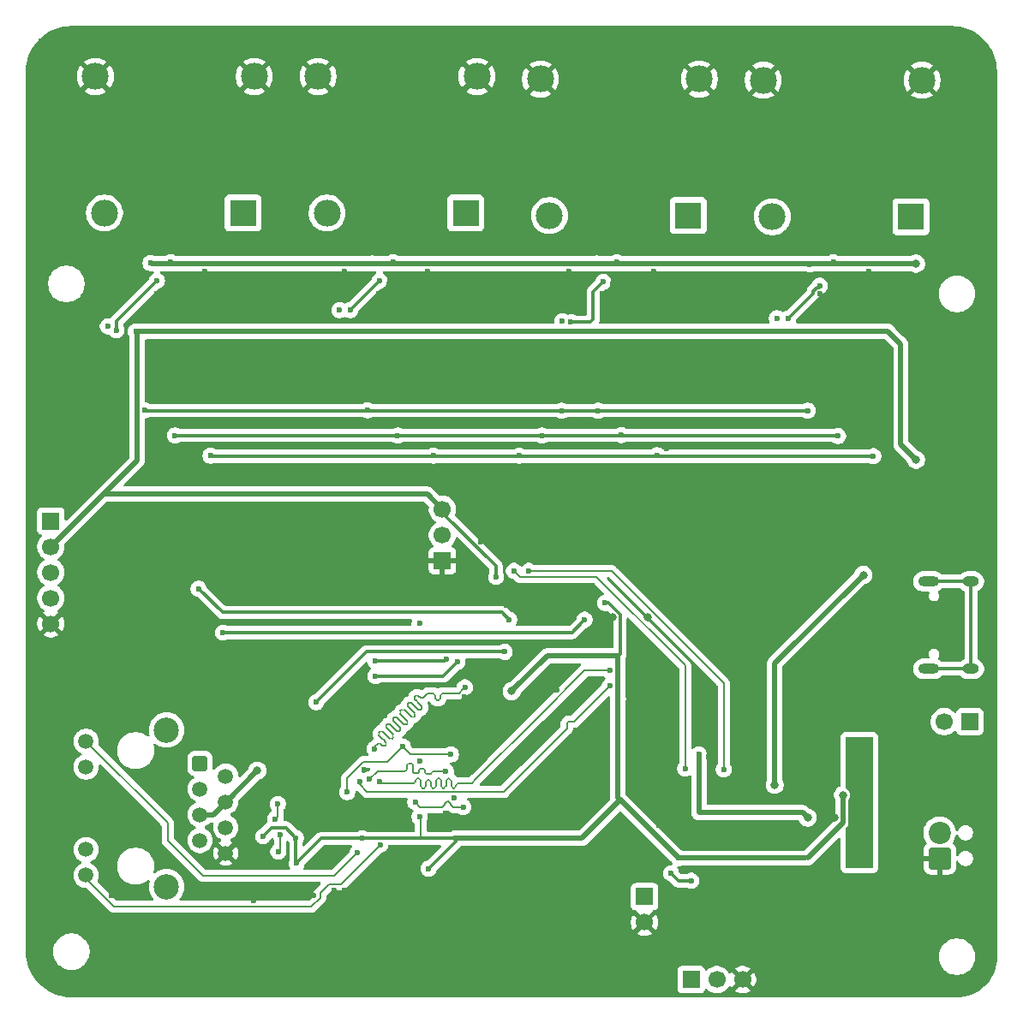
<source format=gbr>
%TF.GenerationSoftware,KiCad,Pcbnew,9.0.4*%
%TF.CreationDate,2025-10-09T14:55:44-07:00*%
%TF.ProjectId,ThermoBoard,54686572-6d6f-4426-9f61-72642e6b6963,1A*%
%TF.SameCoordinates,Original*%
%TF.FileFunction,Copper,L4,Bot*%
%TF.FilePolarity,Positive*%
%FSLAX46Y46*%
G04 Gerber Fmt 4.6, Leading zero omitted, Abs format (unit mm)*
G04 Created by KiCad (PCBNEW 9.0.4) date 2025-10-09 14:55:44*
%MOMM*%
%LPD*%
G01*
G04 APERTURE LIST*
G04 Aperture macros list*
%AMRoundRect*
0 Rectangle with rounded corners*
0 $1 Rounding radius*
0 $2 $3 $4 $5 $6 $7 $8 $9 X,Y pos of 4 corners*
0 Add a 4 corners polygon primitive as box body*
4,1,4,$2,$3,$4,$5,$6,$7,$8,$9,$2,$3,0*
0 Add four circle primitives for the rounded corners*
1,1,$1+$1,$2,$3*
1,1,$1+$1,$4,$5*
1,1,$1+$1,$6,$7*
1,1,$1+$1,$8,$9*
0 Add four rect primitives between the rounded corners*
20,1,$1+$1,$2,$3,$4,$5,0*
20,1,$1+$1,$4,$5,$6,$7,0*
20,1,$1+$1,$6,$7,$8,$9,0*
20,1,$1+$1,$8,$9,$2,$3,0*%
G04 Aperture macros list end*
%TA.AperFunction,ComponentPad*%
%ADD10R,2.655000X2.655000*%
%TD*%
%TA.AperFunction,ComponentPad*%
%ADD11C,2.655000*%
%TD*%
%TA.AperFunction,ComponentPad*%
%ADD12R,1.700000X1.700000*%
%TD*%
%TA.AperFunction,ComponentPad*%
%ADD13C,1.700000*%
%TD*%
%TA.AperFunction,HeatsinkPad*%
%ADD14O,2.100000X1.000000*%
%TD*%
%TA.AperFunction,HeatsinkPad*%
%ADD15O,1.600000X1.000000*%
%TD*%
%TA.AperFunction,ComponentPad*%
%ADD16RoundRect,0.250500X-0.499500X0.499500X-0.499500X-0.499500X0.499500X-0.499500X0.499500X0.499500X0*%
%TD*%
%TA.AperFunction,ComponentPad*%
%ADD17C,1.500000*%
%TD*%
%TA.AperFunction,ComponentPad*%
%ADD18C,2.500000*%
%TD*%
%TA.AperFunction,ComponentPad*%
%ADD19RoundRect,0.249999X0.850001X-0.850001X0.850001X0.850001X-0.850001X0.850001X-0.850001X-0.850001X0*%
%TD*%
%TA.AperFunction,ComponentPad*%
%ADD20C,2.200000*%
%TD*%
%TA.AperFunction,HeatsinkPad*%
%ADD21C,0.500000*%
%TD*%
%TA.AperFunction,HeatsinkPad*%
%ADD22R,2.500000X2.500000*%
%TD*%
%TA.AperFunction,ViaPad*%
%ADD23C,0.600000*%
%TD*%
%TA.AperFunction,ViaPad*%
%ADD24C,0.800000*%
%TD*%
%TA.AperFunction,Conductor*%
%ADD25C,0.300000*%
%TD*%
%TA.AperFunction,Conductor*%
%ADD26C,0.500000*%
%TD*%
%TA.AperFunction,Conductor*%
%ADD27C,0.200000*%
%TD*%
%TA.AperFunction,Conductor*%
%ADD28C,0.150000*%
%TD*%
G04 APERTURE END LIST*
D10*
%TO.P,J107,1,K*%
%TO.N,/Thermocouples/T3_IN-*%
X43961500Y-19000000D03*
D11*
%TO.P,J107,2,+*%
%TO.N,/Thermocouples/T3_IN+*%
X30261500Y-19000000D03*
%TO.P,J107,MH1,MH1*%
%TO.N,GND*%
X45061500Y-5500000D03*
%TO.P,J107,MH2,MH2*%
X29361500Y-5500000D03*
%TD*%
D12*
%TO.P,JP400,1,A*%
%TO.N,Net-(JP400-A)*%
X61629000Y-86615000D03*
D13*
%TO.P,JP400,2,B*%
%TO.N,GND*%
X61629000Y-89155000D03*
%TD*%
D12*
%TO.P,J101,1,Pin_1*%
%TO.N,GND*%
X41661500Y-53390000D03*
D13*
%TO.P,J101,2,Pin_2*%
%TO.N,/Microcontroller/JUMPER_BOOT0*%
X41661500Y-50850000D03*
%TO.P,J101,3,Pin_3*%
%TO.N,+3V3*%
X41661500Y-48310000D03*
%TD*%
D14*
%TO.P,J104,S1,SHIELD*%
%TO.N,Net-(J104-SHIELD)*%
X89715000Y-64070000D03*
D15*
X93895000Y-64070000D03*
D14*
X89715000Y-55430000D03*
D15*
X93895000Y-55430000D03*
%TD*%
D16*
%TO.P,J200,1,TD+*%
%TO.N,/Ethernet/TX+*%
X17707000Y-73434000D03*
D17*
%TO.P,J200,2,TD-*%
%TO.N,/Ethernet/TX-*%
X20247000Y-74694000D03*
%TO.P,J200,3,RD+*%
%TO.N,/Ethernet/RX+*%
X17707000Y-75974000D03*
%TO.P,J200,4,TCT*%
%TO.N,Net-(J200-RCT)*%
X20247000Y-77234000D03*
%TO.P,J200,5,RCT*%
X17707000Y-78514000D03*
%TO.P,J200,6,RD-*%
%TO.N,/Ethernet/RX-*%
X20247000Y-79774000D03*
%TO.P,J200,7,NC*%
%TO.N,unconnected-(J200-NC-Pad7)*%
X17707000Y-81054000D03*
%TO.P,J200,8*%
%TO.N,GND*%
X20247000Y-82314000D03*
%TO.P,J200,9*%
%TO.N,/Ethernet/LED2-INTSEL*%
X6447000Y-71249000D03*
%TO.P,J200,10*%
%TO.N,/Ethernet/LED_G_K*%
X6447000Y-73789000D03*
%TO.P,J200,11*%
%TO.N,/Ethernet/LED_Y_K*%
X6447000Y-81959000D03*
%TO.P,J200,12*%
%TO.N,/Ethernet/LED1-REGOFF*%
X6447000Y-84499000D03*
D18*
%TO.P,J200,SH*%
%TO.N,Net-(J200-PadSH)*%
X14397000Y-70129000D03*
X14397000Y-85619000D03*
%TD*%
D10*
%TO.P,J108,1,K*%
%TO.N,/Thermocouples/T4_IN-*%
X21961500Y-19000000D03*
D11*
%TO.P,J108,2,+*%
%TO.N,/Thermocouples/T4_IN+*%
X8261500Y-19000000D03*
%TO.P,J108,MH1,MH1*%
%TO.N,GND*%
X23061500Y-5500000D03*
%TO.P,J108,MH2,MH2*%
X7361500Y-5500000D03*
%TD*%
D12*
%TO.P,J100,1,Pin_1*%
%TO.N,/Microcontroller/CONN_NRST*%
X2961500Y-49460000D03*
D13*
%TO.P,J100,2,Pin_2*%
%TO.N,+3V3*%
X2961500Y-52000000D03*
%TO.P,J100,3,Pin_3*%
%TO.N,/Microcontroller/CONN_SWCLK*%
X2961500Y-54540000D03*
%TO.P,J100,4,Pin_4*%
%TO.N,/Microcontroller/CONN_SWDIO*%
X2961500Y-57080000D03*
%TO.P,J100,5,Pin_5*%
%TO.N,GND*%
X2961500Y-59620000D03*
%TD*%
D10*
%TO.P,J106,1,K*%
%TO.N,/Thermocouples/T2_IN-*%
X65948000Y-19250000D03*
D11*
%TO.P,J106,2,+*%
%TO.N,/Thermocouples/T2_IN+*%
X52248000Y-19250000D03*
%TO.P,J106,MH1,MH1*%
%TO.N,GND*%
X67048000Y-5750000D03*
%TO.P,J106,MH2,MH2*%
X51348000Y-5750000D03*
%TD*%
D19*
%TO.P,J103,1,Pin_1*%
%TO.N,GND*%
X90800000Y-82829596D03*
D20*
%TO.P,J103,2,Pin_2*%
%TO.N,+VDC*%
X90800000Y-80289596D03*
%TD*%
D12*
%TO.P,JP100,1,A*%
%TO.N,+VDC*%
X93790000Y-69300000D03*
D13*
%TO.P,JP100,2,B*%
%TO.N,/Microcontroller/USB_FUSE*%
X91250000Y-69300000D03*
%TD*%
D21*
%TO.P,U200,25,VSS*%
%TO.N,GND*%
X34909000Y-79199000D03*
X35909000Y-79199000D03*
X36909000Y-79199000D03*
X34909000Y-78199000D03*
X35909000Y-78199000D03*
D22*
X35909000Y-78199000D03*
D21*
X36909000Y-78199000D03*
X34909000Y-77199000D03*
X35909000Y-77199000D03*
X36909000Y-77199000D03*
%TD*%
D12*
%TO.P,J102,1,Pin_1*%
%TO.N,/CAN/CAN_CONN-*%
X66239000Y-94815000D03*
D13*
%TO.P,J102,2,Pin_2*%
%TO.N,/CAN/CAN_CONN+*%
X68779000Y-94815000D03*
%TO.P,J102,3,Pin_3*%
%TO.N,GND*%
X71319000Y-94815000D03*
%TD*%
D10*
%TO.P,J105,1,K*%
%TO.N,/Thermocouples/T1_IN-*%
X87961500Y-19361000D03*
D11*
%TO.P,J105,2,+*%
%TO.N,/Thermocouples/T1_IN+*%
X74261500Y-19361000D03*
%TO.P,J105,MH1,MH1*%
%TO.N,GND*%
X89061500Y-5861000D03*
%TO.P,J105,MH2,MH2*%
X73361500Y-5861000D03*
%TD*%
D23*
%TO.N,*%
X39400000Y-59600000D03*
X8600000Y-30200000D03*
X31500000Y-28600000D03*
X53500000Y-29700000D03*
X74700000Y-29400000D03*
%TO.N,GND*%
X92000000Y-24000000D03*
X52000000Y-34000000D03*
X22000000Y-70000000D03*
X48000000Y-12000000D03*
X18000000Y-10000000D03*
X16000000Y-94000000D03*
X14000000Y-8000000D03*
X74000000Y-14000000D03*
X6000000Y-60000000D03*
X86500000Y-62050000D03*
X2000000Y-24000000D03*
X31961500Y-24800000D03*
X6000000Y-46000000D03*
X86500000Y-63050000D03*
X68000000Y-42000000D03*
X70000000Y-6000000D03*
X8000000Y-70000000D03*
X26000000Y-44550000D03*
X48000000Y-26000000D03*
X27961500Y-86500000D03*
X50000000Y-34000000D03*
X42000000Y-2000000D03*
X76000000Y-6000000D03*
X29500000Y-76300000D03*
X70000000Y-42000000D03*
X18671500Y-60640000D03*
X82000000Y-18000000D03*
X82000000Y-12000000D03*
X90000000Y-30000000D03*
X72000000Y-28000000D03*
X52000000Y-84000000D03*
X34000000Y-44550000D03*
X10961500Y-65000000D03*
X45461500Y-51500000D03*
X86000000Y-50000000D03*
X50000000Y-18000000D03*
X28000000Y-94000000D03*
X92000000Y-90000000D03*
X30000000Y-94000000D03*
X66000000Y-34000000D03*
X60000000Y-8000000D03*
X64000000Y-76000000D03*
X52000000Y-22000000D03*
X78000000Y-54000000D03*
X48000000Y-42000000D03*
X24000000Y-26000000D03*
X54000000Y-94000000D03*
X28000000Y-74000000D03*
X50000000Y-36000000D03*
X84461500Y-31900000D03*
X32000000Y-14000000D03*
X18161500Y-24786500D03*
X78500000Y-72050000D03*
X46000000Y-94000000D03*
X32000000Y-42000000D03*
X82000000Y-8000000D03*
X8000000Y-12000000D03*
X2000000Y-90000000D03*
X20000000Y-68000000D03*
X6000000Y-18000000D03*
X10000000Y-90000000D03*
X88000000Y-12000000D03*
X64000000Y-14000000D03*
X41501500Y-70810000D03*
X18000000Y-14000000D03*
X18000000Y-2000000D03*
X72000000Y-62000000D03*
X22000000Y-32000000D03*
X66000000Y-32000000D03*
X79961500Y-29000000D03*
X78000000Y-68000000D03*
X78000000Y-6000000D03*
X94000000Y-86800000D03*
X70000000Y-8000000D03*
X94000000Y-16000000D03*
X74000000Y-56000000D03*
X74000000Y-88000000D03*
X46000000Y-32000000D03*
X24000000Y-22000000D03*
X26000000Y-8000000D03*
X86000000Y-12000000D03*
X50000000Y-10000000D03*
X48000000Y-6000000D03*
X36000000Y-44550000D03*
X78000000Y-66000000D03*
X88000000Y-92000000D03*
X9961500Y-65000000D03*
X12000000Y-94000000D03*
X38361500Y-27000000D03*
X62000000Y-12000000D03*
X50000000Y-32000000D03*
X82000000Y-4000000D03*
X34000000Y-42000000D03*
X12881500Y-39840000D03*
X10000000Y-92000000D03*
X46711500Y-69500000D03*
X74000000Y-16000000D03*
X40000000Y-18000000D03*
X56000000Y-6000000D03*
X26000000Y-26000000D03*
X74000000Y-92000000D03*
X84000000Y-52000000D03*
X7461500Y-55500000D03*
X81000000Y-86050000D03*
X78461500Y-32300000D03*
X61731500Y-42010000D03*
X94000000Y-40000000D03*
X90000000Y-32000000D03*
X26000000Y-22000000D03*
X14000000Y-12000000D03*
X22000000Y-90000000D03*
X82000000Y-2000000D03*
X14000000Y-36000000D03*
X8000000Y-78000000D03*
X82000000Y-66000000D03*
X4000000Y-6000000D03*
X64000000Y-28000000D03*
X35770000Y-89580000D03*
X62000000Y-18000000D03*
X20961500Y-65500000D03*
X76261500Y-26600000D03*
X58000000Y-2000000D03*
X94000000Y-30000000D03*
X68000000Y-34000000D03*
X60000000Y-92000000D03*
X78000000Y-46000000D03*
X34000000Y-90000000D03*
X28000000Y-52000000D03*
X82000000Y-6000000D03*
X80000000Y-8000000D03*
X2000000Y-32000000D03*
X36000000Y-16000000D03*
X58461500Y-27000000D03*
X82000000Y-94000000D03*
X28000000Y-22000000D03*
X68000000Y-28000000D03*
X68000000Y-72800000D03*
X4000000Y-66000000D03*
X22961500Y-86000000D03*
X84000000Y-46000000D03*
X31461500Y-74500000D03*
X26000000Y-42000000D03*
X60000000Y-4000000D03*
X50000000Y-16000000D03*
X48000000Y-8000000D03*
X30000000Y-26000000D03*
X28000000Y-2000000D03*
X42511500Y-67460000D03*
X94000000Y-8000000D03*
X87250000Y-77550000D03*
X33991500Y-70960000D03*
X18000000Y-94000000D03*
X44000000Y-32000000D03*
X59461500Y-27000000D03*
X50000000Y-58000000D03*
X38000000Y-6000000D03*
X64000000Y-74000000D03*
X38500000Y-82300000D03*
X56000000Y-12000000D03*
X74000000Y-12000000D03*
X6000000Y-14000000D03*
X36000000Y-88000000D03*
X32000000Y-94000000D03*
X76000000Y-10000000D03*
X48000000Y-40000000D03*
X20000000Y-94000000D03*
X39461500Y-73220000D03*
X26000000Y-48000000D03*
X24000000Y-94000000D03*
X10000000Y-48000000D03*
X6000000Y-12000000D03*
X28000000Y-26000000D03*
X44000000Y-16000000D03*
X16461500Y-28000000D03*
X84000000Y-66000000D03*
X84000000Y-6000000D03*
X94000000Y-85550000D03*
X20000000Y-16000000D03*
X60461500Y-27000000D03*
X18000000Y-12000000D03*
X88000000Y-10000000D03*
X86000000Y-92000000D03*
X79500000Y-72050000D03*
X58000000Y-92000000D03*
X60000000Y-2000000D03*
X4000000Y-38000000D03*
X70000000Y-62000000D03*
X77461500Y-33300000D03*
D24*
X61961500Y-59000000D03*
D23*
X60000000Y-46000000D03*
X42000000Y-55300000D03*
X10161500Y-26200000D03*
X2000000Y-66000000D03*
X81901500Y-41900000D03*
X22000000Y-26000000D03*
X68000000Y-50000000D03*
X2000000Y-44000000D03*
X64000000Y-4000000D03*
X80000000Y-14000000D03*
X15461500Y-28000000D03*
X72000000Y-56000000D03*
X46000000Y-16000000D03*
X86000000Y-2000000D03*
X4000000Y-40000000D03*
X88000000Y-8000000D03*
X16000000Y-14000000D03*
X44000000Y-14000000D03*
X78000000Y-2000000D03*
X35361500Y-29000000D03*
X56000000Y-8000000D03*
X68000000Y-10000000D03*
X58000000Y-8000000D03*
X52000000Y-8000000D03*
X28000000Y-10000000D03*
X16461500Y-29000000D03*
X48000000Y-36000000D03*
X34000000Y-94000000D03*
X68000000Y-68000000D03*
X50000000Y-62000000D03*
X34461500Y-57500000D03*
X94000000Y-46000000D03*
X22000000Y-94000000D03*
X90000000Y-46000000D03*
X22000000Y-28000000D03*
X66000000Y-46000000D03*
X70000000Y-4000000D03*
X28000000Y-90000000D03*
X40000000Y-52000000D03*
X50000000Y-12000000D03*
X76000000Y-70000000D03*
X36000000Y-6000000D03*
X39181500Y-41980000D03*
X8000000Y-68000000D03*
X7961500Y-59500000D03*
X46000000Y-28000000D03*
X90000000Y-14000000D03*
X44000000Y-8000000D03*
X54000000Y-28000000D03*
X72000000Y-86000000D03*
X62000000Y-94000000D03*
X90000000Y-12000000D03*
X91500000Y-85550000D03*
X38000000Y-20000000D03*
X46000000Y-14000000D03*
X54000000Y-78000000D03*
X14000000Y-6000000D03*
X86000000Y-14000000D03*
X64000000Y-10000000D03*
X6000000Y-22000000D03*
X75500000Y-72050000D03*
X4000000Y-86000000D03*
X60000000Y-10000000D03*
X48000000Y-4000000D03*
X26000000Y-20000000D03*
X35361500Y-27000000D03*
X90250000Y-86800000D03*
X12000000Y-4000000D03*
X78961500Y-27000000D03*
X60000000Y-16000000D03*
X36000000Y-2000000D03*
X70000000Y-40000000D03*
X92000000Y-14000000D03*
X80961500Y-29000000D03*
X80000000Y-88000000D03*
X2000000Y-62000000D03*
X52000000Y-14000000D03*
X70000000Y-32000000D03*
X24000000Y-14000000D03*
X24000000Y-32000000D03*
X24000000Y-34000000D03*
X30000000Y-22000000D03*
X28000000Y-8000000D03*
X6000000Y-78000000D03*
X46000000Y-84000000D03*
X78000000Y-56000000D03*
X92750000Y-53300000D03*
X32000000Y-8000000D03*
X41161500Y-32200000D03*
X37461500Y-59500000D03*
X60000000Y-18000000D03*
X2000000Y-68000000D03*
X18000000Y-6000000D03*
X79000000Y-86050000D03*
X8000000Y-90000000D03*
X6000000Y-52000000D03*
X42000000Y-94000000D03*
X81961500Y-28000000D03*
X70000000Y-2000000D03*
X58000000Y-20000000D03*
X84000000Y-16000000D03*
X35721500Y-39650000D03*
X2000000Y-88000000D03*
X94000000Y-22000000D03*
X42001500Y-39920000D03*
X46000000Y-46000000D03*
X14000000Y-68000000D03*
X78000000Y-18000000D03*
X84000000Y-90000000D03*
X63911500Y-37470000D03*
X18000000Y-70000000D03*
X88000000Y-22000000D03*
X38000000Y-14000000D03*
X86000000Y-66000000D03*
X26000000Y-18000000D03*
X26000000Y-86000000D03*
X22961500Y-87000000D03*
X46000000Y-12000000D03*
X10000000Y-8000000D03*
X28000000Y-14000000D03*
X28000000Y-20000000D03*
X78000000Y-42000000D03*
X72000000Y-90000000D03*
X36770000Y-90580000D03*
X58000000Y-42000000D03*
X66000000Y-12000000D03*
X40000000Y-94000000D03*
X4000000Y-12000000D03*
X34000000Y-18000000D03*
X74000000Y-8000000D03*
X40000000Y-92000000D03*
X62000000Y-20000000D03*
X30000000Y-28000000D03*
X30461500Y-73500000D03*
X94000000Y-2000000D03*
X78000000Y-4000000D03*
X2000000Y-26000000D03*
X59461500Y-28000000D03*
X2000000Y-16000000D03*
X34000000Y-12000000D03*
X16000000Y-76000000D03*
X52000000Y-16000000D03*
X13461500Y-29000000D03*
X34000000Y-2000000D03*
X24000000Y-10000000D03*
X34000000Y-66000000D03*
X56000000Y-10000000D03*
X55750000Y-74300000D03*
X30961500Y-86000000D03*
X38361500Y-29000000D03*
X76000000Y-12000000D03*
X58000000Y-36000000D03*
X63029000Y-79565000D03*
X70000000Y-34000000D03*
X41961500Y-78400000D03*
X64000000Y-68000000D03*
X30000000Y-50000000D03*
X4000000Y-16000000D03*
X71511500Y-36230000D03*
X20000000Y-12000000D03*
X46000000Y-36000000D03*
X7461500Y-52000000D03*
X34000000Y-10000000D03*
X87250000Y-76550000D03*
X26000000Y-34000000D03*
X59461500Y-26000000D03*
X40000000Y-10000000D03*
X33901500Y-74080000D03*
X57461500Y-28000000D03*
X8000000Y-62000000D03*
X36571500Y-36610000D03*
X24000000Y-16000000D03*
X50000000Y-2000000D03*
X72000000Y-26000000D03*
X2000000Y-6000000D03*
X88000000Y-94000000D03*
X84000000Y-68000000D03*
X52500000Y-79550000D03*
X90000000Y-28000000D03*
X84000000Y-10000000D03*
X16000000Y-78000000D03*
X94000000Y-50000000D03*
X4000000Y-8000000D03*
X2000000Y-74000000D03*
X6000000Y-16000000D03*
X81961500Y-29000000D03*
X94000000Y-66000000D03*
X74000000Y-54000000D03*
X72000000Y-12000000D03*
X86000000Y-8000000D03*
X18961500Y-65500000D03*
X2000000Y-14000000D03*
X16000000Y-92000000D03*
X50000000Y-86000000D03*
X90000000Y-90000000D03*
X4000000Y-32000000D03*
X47961500Y-57800000D03*
X2000000Y-80000000D03*
X94000000Y-42000000D03*
X90250000Y-85550000D03*
X74000000Y-2000000D03*
X78000000Y-14000000D03*
X20000000Y-40000000D03*
X4000000Y-14000000D03*
X7961500Y-58500000D03*
X4000000Y-30000000D03*
X90000000Y-44000000D03*
X15461500Y-26000000D03*
X80000000Y-92000000D03*
X4000000Y-36000000D03*
X90000000Y-92000000D03*
X92000000Y-30000000D03*
X4000000Y-18000000D03*
X58000000Y-46000000D03*
X13461500Y-28000000D03*
X70000000Y-48000000D03*
X82000000Y-86050000D03*
X4000000Y-88000000D03*
X63029000Y-78565000D03*
X26000000Y-94000000D03*
X90000000Y-50000000D03*
X68000000Y-26000000D03*
X70000000Y-28000000D03*
X26000000Y-4000000D03*
X66000000Y-28000000D03*
X80000000Y-86050000D03*
X92000000Y-10000000D03*
X30000000Y-92000000D03*
X43841500Y-66830000D03*
X90000000Y-22000000D03*
X20000000Y-28000000D03*
X15461500Y-27000000D03*
X51611500Y-75230000D03*
X64000000Y-58000000D03*
X74000000Y-26000000D03*
X16000000Y-10000000D03*
X32000000Y-92000000D03*
X38000000Y-4000000D03*
X59461500Y-29000000D03*
X80000000Y-94000000D03*
X2000000Y-78000000D03*
X18000000Y-8000000D03*
X6000000Y-62000000D03*
X80000000Y-2000000D03*
X24000000Y-92000000D03*
X28000000Y-32000000D03*
X94000000Y-90000000D03*
X6000000Y-8000000D03*
X92000000Y-6000000D03*
X24000000Y-48000000D03*
X52000000Y-28000000D03*
X84000000Y-88000000D03*
X42000000Y-4000000D03*
X46000000Y-2000000D03*
X22000000Y-10000000D03*
X74000000Y-94000000D03*
X16000000Y-44000000D03*
X44000000Y-34000000D03*
X82000000Y-68000000D03*
X56000000Y-16000000D03*
X41711500Y-37000000D03*
X48000000Y-28000000D03*
X80000000Y-64000000D03*
X38000000Y-8000000D03*
X52000000Y-74000000D03*
X22000000Y-72000000D03*
X34000000Y-14000000D03*
X90000000Y-94000000D03*
X20000000Y-2000000D03*
X32000000Y-2000000D03*
X27178500Y-76300000D03*
X34000000Y-8000000D03*
X26000000Y-14000000D03*
X26000000Y-90000000D03*
X16000000Y-12000000D03*
X82000000Y-16000000D03*
X8000000Y-26000000D03*
X26000000Y-28000000D03*
X35961500Y-86000000D03*
X62000000Y-10000000D03*
X14000000Y-60000000D03*
X54000000Y-4000000D03*
X70000000Y-10000000D03*
X70000000Y-16000000D03*
X86000000Y-90000000D03*
X78000000Y-90000000D03*
X94000000Y-48000000D03*
X48000000Y-18000000D03*
X2000000Y-84000000D03*
X46000000Y-92000000D03*
X8000000Y-28000000D03*
X8961500Y-86500000D03*
X68000000Y-22000000D03*
X18000000Y-68000000D03*
X16000000Y-68000000D03*
X42841500Y-76880000D03*
X64000000Y-48000000D03*
X46000000Y-86000000D03*
X44000000Y-84000000D03*
X2000000Y-70000000D03*
X85250000Y-58550000D03*
X78961500Y-29000000D03*
X74000000Y-22000000D03*
X2000000Y-2000000D03*
X4000000Y-68000000D03*
X34000000Y-92000000D03*
X18000000Y-4000000D03*
X75161500Y-26600000D03*
X22000000Y-92000000D03*
X58000000Y-18000000D03*
X64000000Y-56000000D03*
X58000000Y-14000000D03*
X82000000Y-88000000D03*
X56000000Y-20000000D03*
X64000000Y-92000000D03*
X20000000Y-72000000D03*
X72000000Y-34000000D03*
X24000000Y-42000000D03*
X8000000Y-38000000D03*
X42000000Y-14000000D03*
X54401500Y-72090000D03*
X68000000Y-14000000D03*
X68000000Y-32000000D03*
X14000000Y-40000000D03*
X2000000Y-38000000D03*
X37961500Y-86000000D03*
X24000000Y-2000000D03*
X12000000Y-10000000D03*
X84000000Y-18000000D03*
X54000000Y-16000000D03*
X58461500Y-26000000D03*
X18000000Y-20000000D03*
X80000000Y-66000000D03*
X50000000Y-14000000D03*
X20000000Y-42000000D03*
X31961500Y-26400000D03*
X72000000Y-40000000D03*
X39191500Y-39810000D03*
X40161500Y-24786500D03*
X36361500Y-29000000D03*
X28000000Y-92000000D03*
X12000000Y-68000000D03*
X92000000Y-46000000D03*
X82000000Y-92000000D03*
X6000000Y-10000000D03*
X86000000Y-84000000D03*
X86000000Y-16000000D03*
X70000000Y-22000000D03*
X88000000Y-66000000D03*
X40000000Y-12000000D03*
X50000000Y-40000000D03*
X40000000Y-14000000D03*
X10000000Y-62000000D03*
X10000000Y-6000000D03*
X74000000Y-28000000D03*
X50000000Y-20000000D03*
X30000000Y-12000000D03*
X56000000Y-94000000D03*
X70000000Y-26000000D03*
X90000000Y-10000000D03*
X4000000Y-72000000D03*
X80000000Y-10000000D03*
X6000000Y-30000000D03*
X19961500Y-65500000D03*
X68000000Y-36000000D03*
X48000000Y-86000000D03*
X48000000Y-34000000D03*
X56000000Y-14000000D03*
X26000000Y-12000000D03*
X10000000Y-2000000D03*
X32000000Y-56000000D03*
X10000000Y-14000000D03*
X78961500Y-28000000D03*
X48000000Y-32000000D03*
X19500000Y-44300000D03*
X10000000Y-4000000D03*
X80000000Y-18000000D03*
X80500000Y-72050000D03*
X8000000Y-14000000D03*
X14000000Y-4000000D03*
X26000000Y-50000000D03*
X70000000Y-36000000D03*
X11261500Y-26200000D03*
X33000000Y-37300000D03*
X90000000Y-2000000D03*
X68000000Y-70000000D03*
X92750000Y-52300000D03*
X84000000Y-50000000D03*
X92000000Y-16000000D03*
X36361500Y-27000000D03*
X2000000Y-36000000D03*
X61461500Y-27000000D03*
X70000000Y-18000000D03*
X50000000Y-8000000D03*
X52000000Y-26000000D03*
X48000000Y-16000000D03*
X68000000Y-58000000D03*
X58000000Y-39800000D03*
X54161500Y-24800000D03*
X4000000Y-82000000D03*
X48000000Y-84000000D03*
X84000000Y-12000000D03*
X46000000Y-26000000D03*
X78000000Y-64000000D03*
X8961500Y-59500000D03*
X6461500Y-55500000D03*
X42000000Y-10000000D03*
X22000000Y-2000000D03*
X72000000Y-64000000D03*
X48000000Y-20000000D03*
X8000000Y-64000000D03*
X2000000Y-18000000D03*
X35770000Y-90580000D03*
D24*
X67579000Y-92962915D03*
D23*
X60000000Y-14000000D03*
X52000000Y-94000000D03*
X40000000Y-8000000D03*
X82000000Y-46000000D03*
X10000000Y-80000000D03*
X18000000Y-16000000D03*
X92000000Y-48000000D03*
X38000000Y-18000000D03*
X70000000Y-12000000D03*
X78000000Y-20000000D03*
X35361500Y-28000000D03*
X34961500Y-86000000D03*
X16961500Y-65500000D03*
X62000000Y-16000000D03*
X48000000Y-10000000D03*
X84200000Y-59400000D03*
X48000000Y-2000000D03*
X27961500Y-85500000D03*
X80000000Y-50000000D03*
X50000000Y-28000000D03*
X56000000Y-76000000D03*
X36000000Y-14000000D03*
X84000000Y-20000000D03*
X34000000Y-20000000D03*
X43861500Y-73220000D03*
X31500000Y-79800000D03*
X74000000Y-90000000D03*
X38448881Y-26112619D03*
X84000000Y-8000000D03*
X46000000Y-10000000D03*
X14000000Y-10000000D03*
X38000000Y-16000000D03*
X4000000Y-84000000D03*
X4000000Y-78000000D03*
X92000000Y-32000000D03*
X64000000Y-2000000D03*
X76000000Y-58000000D03*
X35591500Y-82749000D03*
X44000000Y-2000000D03*
X86250000Y-55300000D03*
X82500000Y-62800000D03*
X10000000Y-68000000D03*
X32000000Y-10000000D03*
X62000000Y-84000000D03*
X44000000Y-94000000D03*
X26000000Y-32000000D03*
X34000000Y-88000000D03*
X34000000Y-16000000D03*
X22000000Y-12000000D03*
X38000000Y-12000000D03*
X34000000Y-54000000D03*
X70000000Y-90000000D03*
X64000000Y-12000000D03*
X12000000Y-14000000D03*
X14461500Y-26000000D03*
X60461500Y-28000000D03*
X77500000Y-72050000D03*
X72000000Y-14000000D03*
X42000000Y-6000000D03*
X66000000Y-58000000D03*
X57961500Y-68250000D03*
X34000000Y-6000000D03*
X2000000Y-8000000D03*
X26000000Y-6000000D03*
X8961500Y-52000000D03*
X36961500Y-86000000D03*
X20000000Y-8000000D03*
X8000000Y-22000000D03*
X28000000Y-70000000D03*
X64000000Y-66000000D03*
X92000000Y-44000000D03*
X26000000Y-36000000D03*
X32000000Y-68000000D03*
X47461500Y-51500000D03*
X66000000Y-14000000D03*
X52471500Y-39840000D03*
X2000000Y-82000000D03*
X2000000Y-72000000D03*
X35461500Y-56500000D03*
X20000000Y-70000000D03*
D24*
X80400000Y-78800000D03*
D23*
X36000000Y-92000000D03*
X17961500Y-65500000D03*
X39361500Y-28000000D03*
X58000000Y-48000000D03*
X80000000Y-52000000D03*
X92761500Y-40400000D03*
X32000000Y-40000000D03*
X6000000Y-88000000D03*
X79000000Y-39300000D03*
X76000000Y-52000000D03*
X48000000Y-14000000D03*
X26000000Y-16000000D03*
X76000000Y-88000000D03*
X52000000Y-10000000D03*
X16000000Y-2000000D03*
X88000000Y-16000000D03*
X58000000Y-94000000D03*
X44000000Y-86000000D03*
X36000000Y-10000000D03*
X86000000Y-4000000D03*
X86000000Y-10000000D03*
X20000000Y-48000000D03*
X58000000Y-12000000D03*
X78000000Y-88000000D03*
X12000000Y-2000000D03*
X94000000Y-24000000D03*
X4000000Y-4000000D03*
X10961500Y-66000000D03*
X2000000Y-40000000D03*
X10161500Y-24600000D03*
X22000000Y-68000000D03*
X64000000Y-6000000D03*
X4000000Y-74000000D03*
X8000000Y-8000000D03*
X56000000Y-4000000D03*
X16000000Y-60000000D03*
X12000000Y-18000000D03*
X22000000Y-34000000D03*
X88000000Y-14000000D03*
X83761500Y-24800000D03*
X17461500Y-27000000D03*
X28000000Y-16000000D03*
X46000000Y-42000000D03*
X4000000Y-70000000D03*
X36000000Y-12000000D03*
X58461500Y-28000000D03*
X38000000Y-94000000D03*
X34461500Y-56500000D03*
X36361500Y-26000000D03*
X92761500Y-38800000D03*
X30000000Y-54000000D03*
X94000000Y-14000000D03*
X8000000Y-24000000D03*
X4000000Y-10000000D03*
X92000000Y-2000000D03*
X50000000Y-88000000D03*
X50000000Y-92000000D03*
X28961500Y-86500000D03*
X14461500Y-28000000D03*
X92761500Y-41200000D03*
X56000000Y-18000000D03*
X80000000Y-4000000D03*
X64000000Y-40000000D03*
X94000000Y-44000000D03*
X66000000Y-2000000D03*
X34000000Y-68000000D03*
X56329000Y-89865000D03*
X91500000Y-86800000D03*
X86000000Y-6000000D03*
X12000000Y-62000000D03*
X2000000Y-22000000D03*
X2000000Y-46000000D03*
X82961500Y-28000000D03*
X78000000Y-92000000D03*
X28000000Y-18000000D03*
X87500000Y-62050000D03*
X16461500Y-27000000D03*
X48000000Y-88000000D03*
X92000000Y-50000000D03*
X82000000Y-36000000D03*
X44000000Y-10000000D03*
X90000000Y-52000000D03*
X2000000Y-10000000D03*
X9461500Y-56500000D03*
X56961500Y-31800000D03*
X39361500Y-27000000D03*
X35161500Y-32000000D03*
X78000000Y-50000000D03*
X13461500Y-27000000D03*
X24000000Y-12000000D03*
X16000000Y-16000000D03*
X82000000Y-40000000D03*
X38361500Y-28000000D03*
X40000000Y-90000000D03*
X62461500Y-32000000D03*
X92750000Y-86800000D03*
X72000000Y-92000000D03*
X6000000Y-80000000D03*
X43961500Y-56000000D03*
X80000000Y-16000000D03*
X58000000Y-16000000D03*
X8000000Y-10000000D03*
X22000000Y-8000000D03*
X64000000Y-72000000D03*
X84000000Y-14000000D03*
X47871500Y-74610000D03*
X36000000Y-8000000D03*
X22000000Y-16000000D03*
X54000000Y-14000000D03*
X54000000Y-8000000D03*
X48000000Y-48000000D03*
X22000000Y-14000000D03*
X24000000Y-40000000D03*
X20000000Y-10000000D03*
X82000000Y-90000000D03*
X72000000Y-10000000D03*
X68000000Y-16000000D03*
X28000000Y-12000000D03*
X30000000Y-14000000D03*
X2000000Y-30000000D03*
X25461500Y-71000000D03*
X10000000Y-10000000D03*
X94000000Y-20000000D03*
X32000000Y-52000000D03*
X82000000Y-38000000D03*
X25461500Y-72000000D03*
X37361500Y-29000000D03*
X12000000Y-6000000D03*
X32000000Y-90000000D03*
X80000000Y-70000000D03*
X90000000Y-8000000D03*
X40000000Y-6000000D03*
X68000000Y-56000000D03*
X66000000Y-56000000D03*
X26000000Y-40000000D03*
X62000000Y-14000000D03*
X48000000Y-46000000D03*
X32000000Y-6000000D03*
X20000000Y-4000000D03*
X38961500Y-86000000D03*
X54000000Y-12000000D03*
X26000000Y-68000000D03*
X32000000Y-54000000D03*
X94000000Y-10000000D03*
X15461500Y-29000000D03*
X36000000Y-42000000D03*
X44000000Y-12000000D03*
X52962973Y-66149999D03*
X2000000Y-28000000D03*
X80000000Y-12000000D03*
X54161500Y-26400000D03*
X24461500Y-71000000D03*
X40000000Y-20000000D03*
X28000000Y-48000000D03*
X42000000Y-90000000D03*
X12000000Y-92000000D03*
X92000000Y-18000000D03*
X79961500Y-27000000D03*
X91861500Y-37000000D03*
X30000000Y-90000000D03*
X80000000Y-20000000D03*
X16000000Y-18000000D03*
X19161500Y-32200000D03*
X20000000Y-92000000D03*
X37361500Y-26000000D03*
X46000000Y-90000000D03*
X8000000Y-76000000D03*
X16000000Y-80000000D03*
X61461500Y-28000000D03*
X46000000Y-88000000D03*
X7461500Y-51000000D03*
X60000000Y-94000000D03*
X62000000Y-8000000D03*
X8000000Y-40000000D03*
X54000000Y-2000000D03*
X56329000Y-90865000D03*
X94000000Y-6000000D03*
X4000000Y-62000000D03*
X76000000Y-94000000D03*
X36000000Y-18000000D03*
X16000000Y-4000000D03*
X74000000Y-58000000D03*
X46461500Y-51500000D03*
X33061500Y-26400000D03*
X58000000Y-6000000D03*
X90000000Y-26000000D03*
X12000000Y-8000000D03*
X16000000Y-8000000D03*
X84000000Y-86000000D03*
X38000000Y-10000000D03*
X64000000Y-94000000D03*
X76500000Y-72050000D03*
X70000000Y-20000000D03*
X4000000Y-2000000D03*
X20000000Y-6000000D03*
X66000000Y-16000000D03*
X46000000Y-40000000D03*
X2000000Y-4000000D03*
X30000000Y-8000000D03*
X76000000Y-90000000D03*
X26000000Y-10000000D03*
X80000000Y-6000000D03*
X78000000Y-8000000D03*
X91750000Y-52300000D03*
X58000000Y-10000000D03*
X52000000Y-32000000D03*
X52000000Y-36000000D03*
X78000000Y-52000000D03*
X42000000Y-16000000D03*
X72000000Y-84000000D03*
X12961500Y-31800000D03*
X2000000Y-20000000D03*
X83500000Y-61800000D03*
X26000000Y-2000000D03*
X14000000Y-16000000D03*
X8000000Y-2000000D03*
X10000000Y-78000000D03*
X43500000Y-52050000D03*
X63801500Y-42330000D03*
X14000000Y-54000000D03*
X79961500Y-28000000D03*
X8000000Y-36000000D03*
X39081500Y-36640000D03*
X46000000Y-22000000D03*
X50000000Y-90000000D03*
X76000000Y-14000000D03*
X24000000Y-90000000D03*
X10000000Y-94000000D03*
X72000000Y-20000000D03*
X90000000Y-48000000D03*
X82000000Y-52000000D03*
X16000000Y-6000000D03*
X36000000Y-66000000D03*
X76000000Y-16000000D03*
X70000000Y-14000000D03*
X14000000Y-20000000D03*
X49091500Y-73370000D03*
X38000000Y-92000000D03*
X62000000Y-2000000D03*
X80000000Y-90000000D03*
X85779461Y-25391085D03*
X53529000Y-90865000D03*
X90000000Y-16000000D03*
D24*
X58461500Y-59000000D03*
D23*
X90000000Y-24000000D03*
X16000000Y-90000000D03*
X76000000Y-4000000D03*
X80000000Y-54000000D03*
X2000000Y-42000000D03*
X12000000Y-16000000D03*
X48000000Y-90000000D03*
X72000000Y-88000000D03*
X6000000Y-20000000D03*
X40000000Y-4000000D03*
X75161500Y-25800000D03*
X48000000Y-92000000D03*
X24000000Y-28000000D03*
X72000000Y-18000000D03*
X82000000Y-10000000D03*
X36000000Y-4000000D03*
X12000000Y-80000000D03*
X58000000Y-88000000D03*
X58000000Y-4000000D03*
X46000000Y-34000000D03*
X57461500Y-27000000D03*
X38000000Y-66000000D03*
X32000000Y-16000000D03*
X48000000Y-94000000D03*
X28000000Y-50000000D03*
X36000000Y-48000000D03*
X92000000Y-22000000D03*
X58461500Y-29000000D03*
X28000000Y-72000000D03*
X42401500Y-69930000D03*
X4000000Y-76000000D03*
X4000000Y-34000000D03*
X16751500Y-55110000D03*
X92861500Y-37000000D03*
X50031500Y-76970000D03*
X76000000Y-92000000D03*
X32000000Y-4000000D03*
X39250000Y-44550000D03*
X83500000Y-62800000D03*
X60000000Y-12000000D03*
X4000000Y-42000000D03*
X92000000Y-20000000D03*
X68000000Y-2000000D03*
X44000000Y-88000000D03*
X34000000Y-4000000D03*
X80000000Y-46000000D03*
X16000000Y-42300000D03*
X44961500Y-55000000D03*
X72000000Y-46000000D03*
X76000000Y-66000000D03*
X72000000Y-16000000D03*
X82000000Y-50000000D03*
X64000000Y-16000000D03*
X20000000Y-90000000D03*
X52000000Y-2000000D03*
X78000000Y-94000000D03*
X32000000Y-44550000D03*
X4000000Y-20000000D03*
X12000000Y-60000000D03*
X82000000Y-20000000D03*
X20000000Y-14000000D03*
X56000000Y-2000000D03*
X14000000Y-14000000D03*
X26000000Y-92000000D03*
X94000000Y-12000000D03*
X14000000Y-90000000D03*
X68000000Y-8000000D03*
X82961500Y-27000000D03*
X40000000Y-16000000D03*
X36000000Y-94000000D03*
X64000000Y-70000000D03*
X4000000Y-64000000D03*
X2000000Y-12000000D03*
X50000000Y-94000000D03*
X31961500Y-86000000D03*
X91861500Y-36000000D03*
X84000000Y-94000000D03*
X78000000Y-10000000D03*
X76000000Y-56000000D03*
X18000000Y-90000000D03*
X92761500Y-39600000D03*
X4000000Y-44000000D03*
X54000000Y-6000000D03*
X85500000Y-62050000D03*
X31961500Y-25600000D03*
X6000000Y-64000000D03*
X44000000Y-90000000D03*
X80000000Y-68000000D03*
X72000000Y-58000000D03*
X82000000Y-14000000D03*
X68000000Y-12000000D03*
X87500000Y-63050000D03*
X48000000Y-22000000D03*
X31461500Y-73500000D03*
X42000000Y-12000000D03*
X74000000Y-10000000D03*
X70000000Y-58000000D03*
X64000000Y-90000000D03*
X76000000Y-2000000D03*
X92000000Y-12000000D03*
X86000000Y-94000000D03*
X24000000Y-68000000D03*
X2000000Y-92000000D03*
X87250000Y-55300000D03*
X16000000Y-74000000D03*
X94000000Y-18000000D03*
X84500000Y-44300000D03*
X10000000Y-16000000D03*
X80961500Y-27000000D03*
X86250000Y-56300000D03*
X37361500Y-28000000D03*
X8000000Y-16000000D03*
X94000000Y-4000000D03*
X6000000Y-44000000D03*
X80961500Y-28000000D03*
X46000000Y-8000000D03*
X30000000Y-16000000D03*
X88000000Y-2000000D03*
X64000000Y-8000000D03*
X42000000Y-88000000D03*
X14000000Y-94000000D03*
X32000000Y-88000000D03*
X57461500Y-29000000D03*
X92000000Y-8000000D03*
X42000000Y-92000000D03*
X55261500Y-26400000D03*
X54929000Y-90865000D03*
X6000000Y-2000000D03*
X66000000Y-10000000D03*
X84000000Y-2000000D03*
X38000000Y-2000000D03*
X6000000Y-76000000D03*
X47461500Y-64000000D03*
X22201500Y-79520000D03*
X34000000Y-40000000D03*
X42000000Y-86000000D03*
X85500000Y-63050000D03*
X62000000Y-92000000D03*
X37361500Y-27000000D03*
X66000000Y-8000000D03*
X78000000Y-16000000D03*
X84000000Y-92000000D03*
X48000000Y-44300000D03*
X14000000Y-92000000D03*
X14000000Y-2000000D03*
X14000000Y-18000000D03*
X94000000Y-32000000D03*
X72000000Y-32000000D03*
X10161500Y-25400000D03*
X62000000Y-4000000D03*
X30500000Y-82300000D03*
X86000000Y-88000000D03*
X12000000Y-20000000D03*
X8000000Y-80000000D03*
X36000000Y-20000000D03*
X70000000Y-56000000D03*
X43961500Y-55000000D03*
X14000000Y-42000000D03*
X4000000Y-22000000D03*
X44000000Y-28000000D03*
X12000000Y-12000000D03*
X57861500Y-37250000D03*
X42000000Y-28000000D03*
X87250000Y-56300000D03*
X14461500Y-27000000D03*
X62535733Y-24803482D03*
X67500000Y-89800000D03*
X72000000Y-22000000D03*
X18000000Y-18000000D03*
X16000000Y-20000000D03*
X88000000Y-90000000D03*
X54000000Y-10000000D03*
X68000000Y-40000000D03*
X4000000Y-46000000D03*
X72000000Y-2000000D03*
X72000000Y-8000000D03*
X70000000Y-92000000D03*
X24651500Y-74710000D03*
X52000000Y-12000000D03*
X88250000Y-76550000D03*
X36361500Y-28000000D03*
X76000000Y-68000000D03*
X60000000Y-6000000D03*
X78000000Y-12000000D03*
X78000000Y-70000000D03*
X50000000Y-22000000D03*
X24000000Y-36000000D03*
X54161500Y-25600000D03*
X10500000Y-37800000D03*
X14461500Y-29000000D03*
X18000000Y-92000000D03*
X44000000Y-92000000D03*
X92000000Y-4000000D03*
X76000000Y-8000000D03*
X58000000Y-90000000D03*
X8000000Y-92000000D03*
X60461500Y-29000000D03*
X75161500Y-25000000D03*
X88250000Y-77550000D03*
X22000000Y-22000000D03*
X28000000Y-28000000D03*
X50000000Y-26000000D03*
X84000000Y-4000000D03*
X30000000Y-10000000D03*
X62000000Y-6000000D03*
X81961500Y-27000000D03*
X30000000Y-52000000D03*
X80961500Y-26000000D03*
X2000000Y-34000000D03*
X57961500Y-69250000D03*
X40000000Y-2000000D03*
X30000000Y-2000000D03*
X86000000Y-28000000D03*
X79961500Y-26000000D03*
X24000000Y-44550000D03*
X60000000Y-20000000D03*
X4000000Y-80000000D03*
X10000000Y-12000000D03*
X24000000Y-8000000D03*
X76000000Y-54000000D03*
X92750000Y-85550000D03*
X17461500Y-28000000D03*
X21961500Y-86000000D03*
X2000000Y-86000000D03*
X2000000Y-76000000D03*
X2000000Y-94000000D03*
X12000000Y-90000000D03*
X32000000Y-12000000D03*
X8000000Y-94000000D03*
X42000000Y-8000000D03*
X2000000Y-64000000D03*
%TO.N,NRST*%
X47811500Y-62400000D03*
X29186500Y-67375000D03*
D24*
%TO.N,+5V*%
X77750000Y-78800000D03*
D23*
X67000000Y-72550000D03*
%TO.N,+3V3*%
X62198000Y-30699000D03*
X40296250Y-83846250D03*
D24*
X74500000Y-75550000D03*
D23*
X33661500Y-30699000D03*
X39393007Y-78721977D03*
X34660500Y-30699000D03*
X83861500Y-30699000D03*
X27178500Y-80800000D03*
X40161500Y-30699000D03*
X42961500Y-80849000D03*
X27250000Y-83310000D03*
X32250000Y-76283382D03*
X59000000Y-67050000D03*
D24*
X81250000Y-76550000D03*
D23*
X37750000Y-71800000D03*
D24*
X83250000Y-54800000D03*
D23*
X46961500Y-55000000D03*
X57750000Y-57550000D03*
X18161500Y-30699000D03*
X77761500Y-30699000D03*
D24*
X88461500Y-43400000D03*
D23*
X12461500Y-30699000D03*
X11361500Y-30699000D03*
X42500000Y-72550000D03*
X33750000Y-80849000D03*
X65000000Y-82800000D03*
D24*
X48500000Y-66300000D03*
D23*
X56861500Y-30699000D03*
X55661500Y-30699000D03*
X23930299Y-80651725D03*
X76761500Y-30699000D03*
%TO.N,+3.3VA*%
X34723000Y-24000913D03*
X80287999Y-23867947D03*
X58898001Y-23867947D03*
D24*
X88461500Y-24000000D03*
D23*
X77969611Y-24067079D03*
X56910983Y-23988130D03*
X36792999Y-23867947D03*
X14797999Y-23867947D03*
X12817734Y-23956273D03*
%TO.N,/Ethernet/TX+*%
X25150000Y-78936500D03*
X25390000Y-77440000D03*
D24*
%TO.N,Net-(J200-RCT)*%
X23371500Y-74149000D03*
D23*
%TO.N,/Ethernet/RX+*%
X25447652Y-82159272D03*
X25650000Y-80520000D03*
%TO.N,/Ethernet/LED1-REGOFF*%
X35500000Y-81499000D03*
%TO.N,/Ethernet/LED2-INTSEL*%
X33250000Y-82300000D03*
%TO.N,/Microcontroller/SWDIO*%
X19961500Y-60500000D03*
X55711500Y-59225000D03*
%TO.N,/Microcontroller/SWCLK*%
X17561500Y-56150000D03*
X48261500Y-59200000D03*
%TO.N,ETH_REF_CLK*%
X34961500Y-72000000D03*
X43873525Y-65912025D03*
%TO.N,ETH_CRS_DV*%
X38985265Y-77273765D03*
X43711500Y-77750000D03*
%TO.N,SPI_CS4*%
X42048000Y-63100000D03*
X35048000Y-63300000D03*
%TO.N,ETH_TXD0*%
X33461500Y-75250000D03*
X58211500Y-65750000D03*
%TO.N,FDCAN_RX*%
X48730000Y-54400000D03*
X65650000Y-73930000D03*
%TO.N,NDRDY3*%
X32548000Y-28600000D03*
X35448000Y-25700000D03*
%TO.N,NDRDY2*%
X54361500Y-29800000D03*
X57548000Y-25800000D03*
%TO.N,ETH_TX_EN*%
X42000000Y-74250000D03*
X34461500Y-75000000D03*
%TO.N,FDCAN_TX*%
X69460000Y-74030000D03*
X50200000Y-54400000D03*
%TO.N,SPI_SCK*%
X34248000Y-38500000D03*
X57048000Y-38550000D03*
X12248000Y-38500000D03*
X53448000Y-38550000D03*
X77748000Y-38550000D03*
%TO.N,SPI_MISO*%
X37248000Y-41000000D03*
X15248000Y-41000000D03*
X51498000Y-41000000D03*
X59348000Y-40950000D03*
X80748000Y-41050000D03*
%TO.N,NDRDY4*%
X13448000Y-25700000D03*
X9448000Y-30600000D03*
X43148000Y-63400000D03*
X35048000Y-64800000D03*
%TO.N,ETH_TXD1*%
X58211500Y-64250000D03*
X35461500Y-75250000D03*
%TO.N,SPI_MOSI*%
X49248000Y-43000000D03*
X40748000Y-43000000D03*
X62848000Y-42950000D03*
X84248000Y-43050000D03*
X18748000Y-43000000D03*
%TO.N,NDRDY1*%
X75804750Y-29443250D03*
X78948000Y-26200000D03*
D24*
%TO.N,/Microcontroller/PNET*%
X82750000Y-73300000D03*
X83750000Y-83050000D03*
X82000000Y-83050000D03*
X83000000Y-71550000D03*
X82000000Y-81300000D03*
X83750000Y-81300000D03*
D23*
%TO.N,Net-(C402-Pad2)*%
X66250000Y-85050000D03*
X64250000Y-84300000D03*
%TD*%
D25*
%TO.N,NRST*%
X47811500Y-62400000D02*
X34161500Y-62400000D01*
X34161500Y-62400000D02*
X29186500Y-67375000D01*
D26*
%TO.N,+5V*%
X67000000Y-78300000D02*
X77250000Y-78300000D01*
X67000000Y-72550000D02*
X67000000Y-78300000D01*
X77250000Y-78300000D02*
X77750000Y-78800000D01*
%TO.N,+3V3*%
X74500000Y-63550000D02*
X74500000Y-75550000D01*
D25*
X42961500Y-81181000D02*
X42961500Y-80849000D01*
D26*
X11497000Y-30834500D02*
X11361500Y-30699000D01*
D25*
X57750000Y-57550000D02*
X58073575Y-57550000D01*
D26*
X33661500Y-30699000D02*
X18161500Y-30699000D01*
X34660500Y-30699000D02*
X33661500Y-30699000D01*
D25*
X26178500Y-79800000D02*
X24750000Y-79800000D01*
D27*
X39393007Y-78721977D02*
X39500000Y-78828970D01*
D26*
X55661500Y-30699000D02*
X40161500Y-30699000D01*
D25*
X29711000Y-80849000D02*
X27250000Y-83310000D01*
X27178500Y-80800000D02*
X26178500Y-79800000D01*
D26*
X59250000Y-77050000D02*
X55451000Y-80849000D01*
X59000000Y-76800000D02*
X59250000Y-77050000D01*
D27*
X38500000Y-72550000D02*
X42500000Y-72550000D01*
D26*
X8161500Y-46800000D02*
X40151500Y-46800000D01*
X40161500Y-30699000D02*
X34660500Y-30699000D01*
X56861500Y-30699000D02*
X55661500Y-30699000D01*
D25*
X58073575Y-57550000D02*
X59212500Y-58688925D01*
D26*
X86961500Y-32600000D02*
X86961500Y-32000000D01*
X7961500Y-47000000D02*
X11497000Y-43464500D01*
D25*
X27178500Y-83238500D02*
X27250000Y-83310000D01*
X27178500Y-80800000D02*
X27178500Y-83238500D01*
D26*
X11497000Y-43464500D02*
X11497000Y-30834500D01*
X59000000Y-62800000D02*
X59000000Y-67050000D01*
X86961500Y-32000000D02*
X85961500Y-31000000D01*
X65000000Y-82800000D02*
X77500000Y-82800000D01*
X85660500Y-30699000D02*
X83861500Y-30699000D01*
D25*
X24750000Y-79800000D02*
X23930299Y-80619701D01*
D26*
X59250000Y-77050000D02*
X65000000Y-82800000D01*
X77750000Y-82800000D02*
X81250000Y-79300000D01*
X48500000Y-66300000D02*
X52000000Y-62800000D01*
X85961500Y-31000000D02*
X85660500Y-30699000D01*
X40151500Y-46800000D02*
X41661500Y-48310000D01*
D27*
X34500000Y-73300000D02*
X36250000Y-73300000D01*
D26*
X83250000Y-54800000D02*
X74500000Y-63550000D01*
D25*
X46961500Y-53925764D02*
X41661500Y-48625764D01*
D26*
X12461500Y-30699000D02*
X11361500Y-30699000D01*
D25*
X33750000Y-80849000D02*
X29711000Y-80849000D01*
X23930299Y-80619701D02*
X23930299Y-80651725D01*
X39500000Y-80849000D02*
X33750000Y-80849000D01*
X40296250Y-83846250D02*
X42961500Y-81181000D01*
X42961500Y-80849000D02*
X39500000Y-80849000D01*
X46961500Y-55000000D02*
X46961500Y-53925764D01*
X59212500Y-62587500D02*
X59000000Y-62800000D01*
X59212500Y-58688925D02*
X59212500Y-62587500D01*
D27*
X33831557Y-73300000D02*
X34500000Y-73300000D01*
D26*
X77761500Y-30699000D02*
X76761500Y-30699000D01*
X88461500Y-43400000D02*
X86961500Y-41900000D01*
D27*
X32250000Y-76283382D02*
X32250000Y-74881557D01*
D26*
X83861500Y-30699000D02*
X77761500Y-30699000D01*
D25*
X41661500Y-48625764D02*
X41661500Y-48310000D01*
D26*
X18161500Y-30699000D02*
X12461500Y-30699000D01*
X59000000Y-67050000D02*
X59000000Y-76800000D01*
X55451000Y-80849000D02*
X42961500Y-80849000D01*
D27*
X39500000Y-78828970D02*
X39500000Y-80849000D01*
D26*
X52000000Y-62800000D02*
X59000000Y-62800000D01*
X76761500Y-30699000D02*
X56861500Y-30699000D01*
X86961500Y-41900000D02*
X86961500Y-32600000D01*
X2961500Y-52000000D02*
X7961500Y-47000000D01*
D27*
X37750000Y-71800000D02*
X38500000Y-72550000D01*
X36250000Y-73300000D02*
X37750000Y-71800000D01*
D25*
X77500000Y-82800000D02*
X77750000Y-82800000D01*
D26*
X7961500Y-47000000D02*
X8161500Y-46800000D01*
X81250000Y-79300000D02*
X81250000Y-76550000D01*
D27*
X32250000Y-74881557D02*
X33831557Y-73300000D01*
D26*
%TO.N,+3.3VA*%
X88461500Y-24000000D02*
X12961500Y-24000000D01*
D28*
%TO.N,/Ethernet/TX+*%
X25390000Y-78696500D02*
X25150000Y-78936500D01*
X25390000Y-77440000D02*
X25390000Y-78696500D01*
D26*
%TO.N,Net-(J200-RCT)*%
X18991500Y-78514000D02*
X20271500Y-77234000D01*
X20286500Y-77234000D02*
X23371500Y-74149000D01*
X17731500Y-78514000D02*
X18991500Y-78514000D01*
D28*
%TO.N,/Ethernet/RX+*%
X25650000Y-80520000D02*
X25650000Y-81956924D01*
X25650000Y-81956924D02*
X25447652Y-82159272D01*
D27*
%TO.N,/Ethernet/LED1-REGOFF*%
X31600000Y-85399000D02*
X30414557Y-85399000D01*
X6447000Y-84835443D02*
X6447000Y-84499000D01*
X28710443Y-87601000D02*
X9212557Y-87601000D01*
X9212557Y-87601000D02*
X6447000Y-84835443D01*
X29562500Y-86251057D02*
X29562500Y-86748943D01*
X35500000Y-81499000D02*
X31600000Y-85399000D01*
X30414557Y-85399000D02*
X29562500Y-86251057D01*
X29562500Y-86748943D02*
X28710443Y-87601000D01*
%TO.N,/Ethernet/LED2-INTSEL*%
X18000000Y-84550000D02*
X28250000Y-84550000D01*
X31000000Y-84550000D02*
X33250000Y-82300000D01*
X28250000Y-84550000D02*
X31000000Y-84550000D01*
X14500000Y-79302000D02*
X14500000Y-81050000D01*
X14500000Y-81050000D02*
X18000000Y-84550000D01*
X6447000Y-71249000D02*
X14500000Y-79302000D01*
D25*
%TO.N,/Microcontroller/SWDIO*%
X54461500Y-60500000D02*
X55461500Y-59500000D01*
X19961500Y-60500000D02*
X54461500Y-60500000D01*
X55711500Y-59225000D02*
X55461500Y-59475000D01*
X55461500Y-59475000D02*
X55461500Y-59500000D01*
%TO.N,/Microcontroller/SWCLK*%
X19911500Y-58500000D02*
X17561500Y-56150000D01*
X48261500Y-59200000D02*
X47561500Y-58500000D01*
X47561500Y-58500000D02*
X19911500Y-58500000D01*
D27*
%TO.N,ETH_REF_CLK*%
X36797658Y-69913845D02*
X36797655Y-69913845D01*
X39272526Y-67438974D02*
X39131105Y-67297553D01*
X38196822Y-69191693D02*
X37858313Y-68853184D01*
X38918973Y-67792527D02*
X39257481Y-68131035D01*
X35752032Y-70282431D02*
X36090552Y-70620951D01*
X35524863Y-71469479D02*
X35721981Y-71666597D01*
X37489747Y-69898831D02*
X37151206Y-69560290D01*
X38211870Y-68499633D02*
X38211867Y-68499633D01*
X36459149Y-69575336D02*
X36797658Y-69913845D01*
X40211500Y-66500000D02*
X40761500Y-66500000D01*
X37504761Y-69206739D02*
X37843269Y-69545247D01*
X34961500Y-72000000D02*
X34961500Y-71750000D01*
X41661500Y-66500000D02*
X41761500Y-66500000D01*
X39287579Y-66746917D02*
X39484661Y-66943999D01*
X37151208Y-69560292D02*
X36812689Y-69221773D01*
X38565419Y-68146078D02*
X38565420Y-68146080D01*
X41161500Y-67178768D02*
X41261500Y-67178768D01*
X41461500Y-66978768D02*
X41461500Y-66700000D01*
X37858314Y-68853186D02*
X37519806Y-68514678D01*
X36444102Y-70267398D02*
X36105594Y-69928890D01*
X36105595Y-69646046D02*
X36176305Y-69575337D01*
X36090549Y-70620951D02*
X36429089Y-70959491D01*
X36004824Y-71666597D02*
X36075534Y-71595886D01*
X39767503Y-66943999D02*
X39838214Y-66873287D01*
X38226902Y-67524717D02*
X38297612Y-67454008D01*
X36075534Y-71313043D02*
X35878415Y-71115924D01*
X36711931Y-70959491D02*
X36782641Y-70888780D01*
X39272525Y-67438972D02*
X39272526Y-67438974D01*
X35736996Y-70974504D02*
X35398477Y-70635985D01*
X37419037Y-70252385D02*
X37489747Y-70181674D01*
X38580456Y-67454007D02*
X38918976Y-67792527D01*
X38934025Y-66817628D02*
X39004737Y-66746917D01*
X37519807Y-68231834D02*
X37590517Y-68161125D01*
X39540324Y-68131035D02*
X39611034Y-68060324D01*
X37151206Y-69560290D02*
X37151208Y-69560292D01*
X34961500Y-71750000D02*
X35242021Y-71469479D01*
X38126112Y-69545247D02*
X38196822Y-69474536D01*
X38918976Y-67792527D02*
X38918973Y-67792527D01*
X36444100Y-70267396D02*
X36444102Y-70267398D01*
X43674458Y-66111091D02*
X43873525Y-65912025D01*
X36090552Y-70620951D02*
X36090549Y-70620951D01*
X38211867Y-68499633D02*
X38550375Y-68838141D01*
X40961500Y-66700000D02*
X40961500Y-66978768D01*
X36797655Y-69913845D02*
X37136195Y-70252385D01*
X36812690Y-68938929D02*
X36883400Y-68868220D01*
X38565420Y-68146080D02*
X38226901Y-67807561D01*
X36782641Y-70605937D02*
X36444100Y-70267396D01*
X39131105Y-67297553D02*
X38934024Y-67100472D01*
X38833218Y-68838141D02*
X38903928Y-68767430D01*
X39838214Y-66873287D02*
X40211500Y-66500000D01*
X37873361Y-68161124D02*
X38211870Y-68499633D01*
X35878415Y-71115924D02*
X35736993Y-70974502D01*
X41761500Y-66500000D02*
X43285550Y-66500000D01*
X37858313Y-68853184D02*
X37858314Y-68853186D01*
X38903928Y-68484587D02*
X38565419Y-68146078D01*
X35736993Y-70974502D02*
X35736996Y-70974504D01*
X43285550Y-66500000D02*
X43674458Y-66111091D01*
X35398478Y-70353141D02*
X35469188Y-70282432D01*
X37504764Y-69206739D02*
X37504761Y-69206739D01*
X37166244Y-68868219D02*
X37504764Y-69206739D01*
X39611034Y-67777481D02*
X39272525Y-67438972D01*
X39611034Y-68060324D02*
G75*
G03*
X39611037Y-67777479I-141434J141424D01*
G01*
X38934024Y-67100472D02*
G75*
G02*
X38934074Y-66817678I141376J141372D01*
G01*
X35721981Y-71666597D02*
G75*
G03*
X36004824Y-71666598I141422J141424D01*
G01*
X38550375Y-68838141D02*
G75*
G03*
X38833218Y-68838142I141422J141424D01*
G01*
X38297612Y-67454008D02*
G75*
G02*
X38580421Y-67454041I141388J-141392D01*
G01*
X36105594Y-69928890D02*
G75*
G02*
X36105626Y-69646078I141406J141390D01*
G01*
X36782641Y-70888780D02*
G75*
G03*
X36782600Y-70605979I-141441J141380D01*
G01*
X37590517Y-68161125D02*
G75*
G02*
X37873321Y-68161163I141383J-141375D01*
G01*
X36176305Y-69575337D02*
G75*
G02*
X36459122Y-69575363I141395J-141463D01*
G01*
X36429089Y-70959491D02*
G75*
G03*
X36711931Y-70959491I141421J141423D01*
G01*
X36812689Y-69221773D02*
G75*
G02*
X36812738Y-68938978I141411J141373D01*
G01*
X37489747Y-70181674D02*
G75*
G03*
X37489700Y-69898878I-141447J141374D01*
G01*
X35398477Y-70635985D02*
G75*
G02*
X35398514Y-70353178I141423J141385D01*
G01*
X36883400Y-68868220D02*
G75*
G02*
X37166221Y-68868241I141400J-141380D01*
G01*
X41461500Y-66700000D02*
G75*
G02*
X41661500Y-66500000I200000J0D01*
G01*
X38226901Y-67807561D02*
G75*
G02*
X38226862Y-67524677I141399J141461D01*
G01*
X39257481Y-68131035D02*
G75*
G03*
X39540324Y-68131036I141422J141424D01*
G01*
X37843269Y-69545247D02*
G75*
G03*
X38126112Y-69545247I141421J141424D01*
G01*
X40961500Y-66978768D02*
G75*
G03*
X41161500Y-67178800I200000J-32D01*
G01*
X38196822Y-69474536D02*
G75*
G03*
X38196837Y-69191679I-141422J141436D01*
G01*
X35469188Y-70282432D02*
G75*
G02*
X35752022Y-70282441I141412J-141468D01*
G01*
X37136195Y-70252385D02*
G75*
G03*
X37419037Y-70252385I141421J141423D01*
G01*
X39004737Y-66746917D02*
G75*
G02*
X39287579Y-66746917I141421J-141419D01*
G01*
X41261500Y-67178768D02*
G75*
G03*
X41461468Y-66978768I0J199968D01*
G01*
X37519806Y-68514678D02*
G75*
G02*
X37519850Y-68231878I141394J141378D01*
G01*
X35242021Y-71469479D02*
G75*
G02*
X35524863Y-71469479I141421J-141423D01*
G01*
X36075534Y-71595886D02*
G75*
G03*
X36075499Y-71313079I-141434J141386D01*
G01*
X40761500Y-66500000D02*
G75*
G02*
X40961500Y-66700000I0J-200000D01*
G01*
X38903928Y-68767430D02*
G75*
G03*
X38903937Y-68484579I-141428J141430D01*
G01*
X39484661Y-66943999D02*
G75*
G03*
X39767503Y-66943999I141421J141426D01*
G01*
%TO.N,ETH_CRS_DV*%
X42493463Y-77510000D02*
X42493463Y-77420178D01*
X43711500Y-77750000D02*
X42733463Y-77750000D01*
X41893463Y-77420178D02*
X41893463Y-77510000D01*
X42493463Y-77420178D02*
X42253463Y-77180178D01*
X42133463Y-77180178D02*
X41893463Y-77420178D01*
X41893463Y-77510000D02*
X41653463Y-77750000D01*
X41653463Y-77750000D02*
X39461500Y-77750000D01*
X42733463Y-77750000D02*
X42493463Y-77510000D01*
X39461500Y-77750000D02*
X38985265Y-77273765D01*
X42253463Y-77180178D02*
X42133463Y-77180178D01*
D25*
%TO.N,SPI_CS4*%
X42048000Y-63100000D02*
X41848000Y-63300000D01*
X41848000Y-63300000D02*
X35048000Y-63300000D01*
D27*
%TO.N,ETH_TXD0*%
X33461500Y-75500000D02*
X33461500Y-75250000D01*
X51854590Y-72106910D02*
X47711500Y-76250000D01*
X53950047Y-70011451D02*
X51854590Y-72106910D01*
X47711500Y-76250000D02*
X34211500Y-76250000D01*
X53950047Y-69443466D02*
X53950047Y-70011451D01*
X58211500Y-65750000D02*
X54658305Y-69303195D01*
X54658305Y-69303195D02*
X54090319Y-69303195D01*
X54090319Y-69303195D02*
X53950047Y-69443466D01*
X34211500Y-76250000D02*
X33461500Y-75500000D01*
%TO.N,FDCAN_RX*%
X56891000Y-55001000D02*
X49331000Y-55001000D01*
X65650000Y-63760000D02*
X56891000Y-55001000D01*
X49331000Y-55001000D02*
X48730000Y-54400000D01*
X65650000Y-73930000D02*
X65650000Y-63760000D01*
D25*
%TO.N,NDRDY3*%
X32548000Y-28600000D02*
X35448000Y-25700000D01*
%TO.N,NDRDY2*%
X56561500Y-26786500D02*
X57548000Y-25800000D01*
X56561500Y-29486500D02*
X56561500Y-26786500D01*
X54361500Y-29800000D02*
X56248000Y-29800000D01*
X56248000Y-29800000D02*
X56561500Y-29486500D01*
D27*
%TO.N,ETH_TX_EN*%
X39944676Y-74342213D02*
X39944676Y-74199000D01*
X38744676Y-74199000D02*
X38744676Y-73959000D01*
X41410500Y-74199000D02*
X40784676Y-74199000D01*
X38144676Y-73657116D02*
X38144676Y-73959000D01*
X37784676Y-74199000D02*
X37126512Y-74199000D01*
X39344676Y-74199000D02*
X39344676Y-74299000D01*
X38504676Y-73417116D02*
X38384676Y-73417116D01*
X37126512Y-74199000D02*
X35262500Y-74199000D01*
X37904676Y-74199000D02*
X37784676Y-74199000D01*
X39344676Y-74099000D02*
X39344676Y-74199000D01*
X40498250Y-74485426D02*
X40087889Y-74485426D01*
X39244676Y-74399000D02*
X38844676Y-74399000D01*
X35262500Y-74199000D02*
X34461500Y-75000000D01*
X38744676Y-73959000D02*
X38744676Y-73657116D01*
X39944676Y-74199000D02*
X39944676Y-74099000D01*
X38744676Y-74299000D02*
X38744676Y-74199000D01*
X39844676Y-73999000D02*
X39444676Y-73999000D01*
X41461500Y-74250000D02*
X41410500Y-74199000D01*
X42000000Y-74250000D02*
X41461500Y-74250000D01*
X38844676Y-74399000D02*
G75*
G02*
X38744700Y-74299000I24J100000D01*
G01*
X38144676Y-73959000D02*
G75*
G02*
X37904676Y-74198976I-239976J0D01*
G01*
X38744676Y-73657116D02*
G75*
G03*
X38504676Y-73417124I-239976J16D01*
G01*
X40641463Y-74342213D02*
G75*
G02*
X40498250Y-74485363I-143163J13D01*
G01*
X39944676Y-74099000D02*
G75*
G03*
X39844676Y-73999024I-99976J0D01*
G01*
X40087889Y-74485426D02*
G75*
G02*
X39944674Y-74342213I11J143226D01*
G01*
X39344676Y-74299000D02*
G75*
G02*
X39244676Y-74398976I-99976J0D01*
G01*
X38384676Y-73417116D02*
G75*
G03*
X38144716Y-73657116I24J-239984D01*
G01*
X40784676Y-74199000D02*
G75*
G03*
X40641500Y-74342213I24J-143200D01*
G01*
X39444676Y-73999000D02*
G75*
G03*
X39344700Y-74099000I24J-100000D01*
G01*
%TO.N,FDCAN_TX*%
X58352864Y-54400000D02*
X69460000Y-65507136D01*
X69460000Y-65507136D02*
X69460000Y-74030000D01*
X50200000Y-54400000D02*
X58352864Y-54400000D01*
D25*
%TO.N,SPI_SCK*%
X12298000Y-38550000D02*
X12248000Y-38500000D01*
X77748000Y-38550000D02*
X12298000Y-38550000D01*
%TO.N,SPI_MISO*%
X80698000Y-41000000D02*
X80748000Y-41050000D01*
X15248000Y-41000000D02*
X80698000Y-41000000D01*
%TO.N,NDRDY4*%
X9448000Y-30600000D02*
X9448000Y-29713500D01*
X41748000Y-64800000D02*
X43148000Y-63400000D01*
X13448000Y-25713500D02*
X13448000Y-25700000D01*
X35048000Y-64800000D02*
X41748000Y-64800000D01*
X9448000Y-29713500D02*
X13448000Y-25713500D01*
D27*
%TO.N,ETH_TXD1*%
X40184548Y-75069327D02*
X40352876Y-75069327D01*
X43318712Y-75401000D02*
X44560500Y-75401000D01*
X43018712Y-75686644D02*
X43018712Y-75601000D01*
X39518712Y-75201000D02*
X39518712Y-75401000D01*
X40018712Y-75686625D02*
X40018712Y-75401000D01*
X42518712Y-75601000D02*
X42518712Y-75686644D01*
X42018712Y-75401000D02*
X42018712Y-75115375D01*
X41018712Y-75401000D02*
X41018712Y-75115375D01*
X39018712Y-75201000D02*
X39018712Y-75115375D01*
X42518712Y-75115375D02*
X42518712Y-75401000D01*
X42718712Y-75886644D02*
X42818712Y-75886644D01*
X44560500Y-75401000D02*
X44949408Y-75012091D01*
X41718712Y-75886625D02*
X41818712Y-75886625D01*
X39218712Y-74915375D02*
X39318712Y-74915375D01*
X35612500Y-75401000D02*
X38818712Y-75401000D01*
X51071991Y-68889509D02*
X55711500Y-64250000D01*
X42218712Y-74915375D02*
X42318712Y-74915375D01*
X39718712Y-75886625D02*
X39818712Y-75886625D01*
X40018712Y-75401000D02*
X40018712Y-75235163D01*
X40718712Y-75886625D02*
X40818712Y-75886625D01*
X42518712Y-75401000D02*
X42518712Y-75601000D01*
X42018712Y-75686625D02*
X42018712Y-75401000D01*
X41018712Y-75686625D02*
X41018712Y-75401000D01*
X44949408Y-75012091D02*
X51071991Y-68889509D01*
X40518712Y-75235163D02*
X40518712Y-75401000D01*
X58211500Y-64250000D02*
X58149645Y-64311855D01*
X55711500Y-64250000D02*
X58211500Y-64250000D01*
X35461500Y-75250000D02*
X35612500Y-75401000D01*
X39518712Y-75401000D02*
X39518712Y-75686625D01*
X41518712Y-75115375D02*
X41518712Y-75401000D01*
X41218712Y-74915375D02*
X41318712Y-74915375D01*
X39518712Y-75115375D02*
X39518712Y-75201000D01*
X40518712Y-75401000D02*
X40518712Y-75686625D01*
X43218712Y-75401000D02*
X43318712Y-75401000D01*
X41518712Y-75401000D02*
X41518712Y-75686625D01*
X42318712Y-74915375D02*
G75*
G02*
X42518725Y-75115375I-12J-200025D01*
G01*
X40352876Y-75069327D02*
G75*
G02*
X40518773Y-75235163I24J-165873D01*
G01*
X42818712Y-75886644D02*
G75*
G03*
X43018744Y-75686644I-12J200044D01*
G01*
X39518712Y-75686625D02*
G75*
G03*
X39718712Y-75886588I199988J25D01*
G01*
X39318712Y-74915375D02*
G75*
G02*
X39518725Y-75115375I-12J-200025D01*
G01*
X40818712Y-75886625D02*
G75*
G03*
X41018725Y-75686625I-12J200025D01*
G01*
X40018712Y-75235163D02*
G75*
G02*
X40184548Y-75069412I165788J-37D01*
G01*
X41018712Y-75115375D02*
G75*
G02*
X41218712Y-74915412I199988J-25D01*
G01*
X42518712Y-75686644D02*
G75*
G03*
X42718712Y-75886588I199988J44D01*
G01*
X39018712Y-75115375D02*
G75*
G02*
X39218712Y-74915412I199988J-25D01*
G01*
X41518712Y-75686625D02*
G75*
G03*
X41718712Y-75886588I199988J25D01*
G01*
X41818712Y-75886625D02*
G75*
G03*
X42018725Y-75686625I-12J200025D01*
G01*
X41318712Y-74915375D02*
G75*
G02*
X41518725Y-75115375I-12J-200025D01*
G01*
X38818712Y-75401000D02*
G75*
G03*
X39018700Y-75201000I-12J200000D01*
G01*
X40518712Y-75686625D02*
G75*
G03*
X40718712Y-75886588I199988J25D01*
G01*
X42018712Y-75115375D02*
G75*
G02*
X42218712Y-74915412I199988J-25D01*
G01*
X43018712Y-75601000D02*
G75*
G02*
X43218712Y-75401012I199988J0D01*
G01*
X39818712Y-75886625D02*
G75*
G03*
X40018725Y-75686625I-12J200025D01*
G01*
D25*
%TO.N,SPI_MOSI*%
X18798000Y-43050000D02*
X18748000Y-43000000D01*
X84248000Y-43050000D02*
X18798000Y-43050000D01*
%TO.N,NDRDY1*%
X78948000Y-26300000D02*
X78948000Y-26200000D01*
X78310500Y-26937500D02*
X78310500Y-26730346D01*
X75804750Y-29443250D02*
X78310500Y-26937500D01*
X78310500Y-26730346D02*
X78691846Y-26349000D01*
X78899000Y-26349000D02*
X78948000Y-26300000D01*
X78691846Y-26349000D02*
X78899000Y-26349000D01*
%TO.N,Net-(J104-SHIELD)*%
X89715000Y-55430000D02*
X93895000Y-55430000D01*
X93895000Y-55430000D02*
X93895000Y-64070000D01*
X93895000Y-64070000D02*
X89715000Y-64070000D01*
%TO.N,Net-(C402-Pad2)*%
X65000000Y-85050000D02*
X64250000Y-84300000D01*
X66250000Y-85050000D02*
X65000000Y-85050000D01*
%TD*%
%TA.AperFunction,Conductor*%
%TO.N,GND*%
G36*
X33842784Y-76730520D02*
G01*
X33929595Y-76780639D01*
X33979715Y-76809577D01*
X34132443Y-76850500D01*
X34132445Y-76850500D01*
X38023276Y-76850500D01*
X38031305Y-80198500D01*
X34254935Y-80198500D01*
X34187896Y-80178815D01*
X34186090Y-80177633D01*
X34129179Y-80139606D01*
X34129172Y-80139602D01*
X33983501Y-80079264D01*
X33983489Y-80079261D01*
X33828845Y-80048500D01*
X33828842Y-80048500D01*
X33785535Y-80048500D01*
X33840995Y-76728731D01*
X33842784Y-76730520D01*
G37*
%TD.AperFunction*%
%TD*%
%TA.AperFunction,Conductor*%
%TO.N,GND*%
G36*
X32686098Y-81519185D02*
G01*
X32731853Y-81571989D01*
X32741797Y-81641147D01*
X32712772Y-81704703D01*
X32706740Y-81711181D01*
X32628213Y-81789707D01*
X32628210Y-81789711D01*
X32540609Y-81920814D01*
X32540602Y-81920827D01*
X32480264Y-82066498D01*
X32480261Y-82066508D01*
X32449362Y-82221848D01*
X32416977Y-82283759D01*
X32415426Y-82285337D01*
X30787584Y-83913181D01*
X30726261Y-83946666D01*
X30699903Y-83949500D01*
X28017441Y-83949500D01*
X27950402Y-83929815D01*
X27904647Y-83877011D01*
X27894703Y-83807853D01*
X27914339Y-83756609D01*
X27959390Y-83689185D01*
X27959390Y-83689184D01*
X27959394Y-83689179D01*
X27963938Y-83678210D01*
X27971756Y-83659334D01*
X28019737Y-83543497D01*
X28033079Y-83476416D01*
X28065463Y-83414509D01*
X28066958Y-83412986D01*
X29944127Y-81535819D01*
X30005450Y-81502334D01*
X30031808Y-81499500D01*
X32619059Y-81499500D01*
X32686098Y-81519185D01*
G37*
%TD.AperFunction*%
%TA.AperFunction,Conductor*%
G36*
X38175592Y-76870185D02*
G01*
X38221347Y-76922989D01*
X38231291Y-76992147D01*
X38223115Y-77021951D01*
X38215528Y-77040267D01*
X38215526Y-77040275D01*
X38184765Y-77194918D01*
X38184765Y-77352611D01*
X38215526Y-77507254D01*
X38215529Y-77507266D01*
X38275867Y-77652937D01*
X38275874Y-77652950D01*
X38363475Y-77784053D01*
X38363478Y-77784057D01*
X38474972Y-77895551D01*
X38474976Y-77895554D01*
X38606079Y-77983155D01*
X38606083Y-77983157D01*
X38606086Y-77983159D01*
X38715428Y-78028449D01*
X38769828Y-78072288D01*
X38791894Y-78138582D01*
X38774615Y-78206281D01*
X38771075Y-78211899D01*
X38683619Y-78342786D01*
X38683609Y-78342804D01*
X38623271Y-78488475D01*
X38623268Y-78488487D01*
X38592507Y-78643130D01*
X38592507Y-78800823D01*
X38623268Y-78955466D01*
X38623271Y-78955478D01*
X38683609Y-79101149D01*
X38683616Y-79101162D01*
X38771216Y-79232264D01*
X38771217Y-79232265D01*
X38771218Y-79232266D01*
X38863182Y-79324230D01*
X38896666Y-79385551D01*
X38899500Y-79411910D01*
X38899500Y-80074500D01*
X38879815Y-80141539D01*
X38827011Y-80187294D01*
X38775500Y-80198500D01*
X38031305Y-80198500D01*
X38023276Y-76850500D01*
X38108553Y-76850500D01*
X38175592Y-76870185D01*
G37*
%TD.AperFunction*%
%TA.AperFunction,Conductor*%
G36*
X58130838Y-66782410D02*
G01*
X58186771Y-66824282D01*
X58211188Y-66889746D01*
X58209122Y-66922782D01*
X58199500Y-66971158D01*
X58199500Y-67128846D01*
X58216080Y-67212197D01*
X58230263Y-67283497D01*
X58234169Y-67292928D01*
X58240061Y-67307151D01*
X58249500Y-67354604D01*
X58249500Y-76873918D01*
X58253611Y-76894586D01*
X58255685Y-76905012D01*
X58249456Y-76974603D01*
X58221748Y-77016883D01*
X55176451Y-80062181D01*
X55115128Y-80095666D01*
X55088770Y-80098500D01*
X43266104Y-80098500D01*
X43218655Y-80089062D01*
X43194997Y-80079263D01*
X43194993Y-80079262D01*
X43194988Y-80079260D01*
X43040345Y-80048500D01*
X43040342Y-80048500D01*
X42882658Y-80048500D01*
X42882655Y-80048500D01*
X42728010Y-80079261D01*
X42727998Y-80079264D01*
X42582327Y-80139602D01*
X42582320Y-80139606D01*
X42553428Y-80158911D01*
X42525455Y-80177602D01*
X42458779Y-80198480D01*
X42456565Y-80198500D01*
X40224500Y-80198500D01*
X40157461Y-80178815D01*
X40111706Y-80126011D01*
X40100500Y-80074500D01*
X40100500Y-79130410D01*
X40109939Y-79082958D01*
X40142508Y-79004328D01*
X40162744Y-78955474D01*
X40193507Y-78800819D01*
X40193507Y-78643135D01*
X40193507Y-78643132D01*
X40193506Y-78643130D01*
X40164776Y-78498691D01*
X40171003Y-78429100D01*
X40213866Y-78373922D01*
X40279756Y-78350678D01*
X40286393Y-78350500D01*
X41566794Y-78350500D01*
X41566810Y-78350501D01*
X41574406Y-78350501D01*
X41732517Y-78350501D01*
X41732520Y-78350501D01*
X41885248Y-78309577D01*
X41954848Y-78269393D01*
X42022179Y-78230520D01*
X42110508Y-78142190D01*
X42115704Y-78138008D01*
X42142062Y-78127105D01*
X42167103Y-78113432D01*
X42173936Y-78113920D01*
X42180268Y-78111302D01*
X42208337Y-78116380D01*
X42236795Y-78118416D01*
X42243539Y-78122750D01*
X42249021Y-78123742D01*
X42257769Y-78131895D01*
X42281143Y-78146916D01*
X42364747Y-78230520D01*
X42364749Y-78230521D01*
X42364753Y-78230524D01*
X42432073Y-78269391D01*
X42432077Y-78269392D01*
X42432078Y-78269393D01*
X42456990Y-78283776D01*
X42501675Y-78309576D01*
X42501677Y-78309576D01*
X42501678Y-78309577D01*
X42654405Y-78350500D01*
X42654406Y-78350500D01*
X43131734Y-78350500D01*
X43198773Y-78370185D01*
X43200625Y-78371398D01*
X43332314Y-78459390D01*
X43332327Y-78459397D01*
X43476023Y-78518917D01*
X43478003Y-78519737D01*
X43632653Y-78550499D01*
X43632656Y-78550500D01*
X43632658Y-78550500D01*
X43790344Y-78550500D01*
X43790345Y-78550499D01*
X43944997Y-78519737D01*
X44090679Y-78459394D01*
X44221789Y-78371789D01*
X44333289Y-78260289D01*
X44420894Y-78129179D01*
X44426196Y-78116380D01*
X44444459Y-78072288D01*
X44481237Y-77983497D01*
X44512000Y-77828842D01*
X44512000Y-77671158D01*
X44512000Y-77671155D01*
X44511999Y-77671153D01*
X44493538Y-77578343D01*
X44481237Y-77516503D01*
X44440337Y-77417760D01*
X44420897Y-77370827D01*
X44420890Y-77370814D01*
X44333289Y-77239711D01*
X44333286Y-77239707D01*
X44221792Y-77128213D01*
X44221788Y-77128210D01*
X44146048Y-77077602D01*
X44101243Y-77023990D01*
X44092536Y-76954665D01*
X44122690Y-76891637D01*
X44182134Y-76854918D01*
X44214939Y-76850500D01*
X47624831Y-76850500D01*
X47624847Y-76850501D01*
X47632443Y-76850501D01*
X47790554Y-76850501D01*
X47790557Y-76850501D01*
X47943285Y-76809577D01*
X48022396Y-76763902D01*
X48080216Y-76730520D01*
X48192020Y-76618716D01*
X48192020Y-76618714D01*
X48202224Y-76608511D01*
X48202227Y-76608506D01*
X52335109Y-72475626D01*
X52335109Y-72475625D01*
X54308553Y-70502178D01*
X54308558Y-70502175D01*
X54318761Y-70491971D01*
X54318763Y-70491971D01*
X54430567Y-70380167D01*
X54509624Y-70243235D01*
X54550547Y-70090508D01*
X54550547Y-70027696D01*
X54570232Y-69960657D01*
X54623036Y-69914902D01*
X54674547Y-69903696D01*
X54737359Y-69903696D01*
X54737362Y-69903696D01*
X54890090Y-69862772D01*
X54966923Y-69818412D01*
X55027021Y-69783715D01*
X55138825Y-69671911D01*
X55138825Y-69671909D01*
X55149029Y-69661706D01*
X55149032Y-69661701D01*
X57999825Y-66810909D01*
X58061146Y-66777426D01*
X58130838Y-66782410D01*
G37*
%TD.AperFunction*%
%TA.AperFunction,Conductor*%
G36*
X57698773Y-64870185D02*
G01*
X57700625Y-64871398D01*
X57738788Y-64896898D01*
X57783593Y-64950511D01*
X57792300Y-65019836D01*
X57762145Y-65082863D01*
X57738789Y-65103102D01*
X57701207Y-65128213D01*
X57589713Y-65239707D01*
X57589710Y-65239711D01*
X57502109Y-65370814D01*
X57502102Y-65370827D01*
X57441764Y-65516498D01*
X57441761Y-65516508D01*
X57410862Y-65671848D01*
X57378477Y-65733759D01*
X57376926Y-65735337D01*
X54445889Y-68666376D01*
X54418961Y-68681079D01*
X54393143Y-68697672D01*
X54386942Y-68698563D01*
X54384566Y-68699861D01*
X54358208Y-68702695D01*
X54169379Y-68702695D01*
X54011265Y-68702694D01*
X54011264Y-68702694D01*
X53858536Y-68743617D01*
X53858535Y-68743617D01*
X53858533Y-68743618D01*
X53858532Y-68743618D01*
X53774751Y-68791989D01*
X53774745Y-68791993D01*
X53765707Y-68797212D01*
X53721603Y-68822675D01*
X53648157Y-68896121D01*
X53644055Y-68900222D01*
X53644050Y-68900227D01*
X53581331Y-68962946D01*
X53469528Y-69074748D01*
X53469526Y-69074750D01*
X53444081Y-69118824D01*
X53443041Y-69120626D01*
X53390471Y-69211679D01*
X53390470Y-69211681D01*
X53390470Y-69211682D01*
X53386316Y-69227183D01*
X53386314Y-69227188D01*
X53383702Y-69236939D01*
X53383702Y-69236940D01*
X53349546Y-69364407D01*
X53349546Y-69532509D01*
X53349547Y-69532522D01*
X53349547Y-69711354D01*
X53329862Y-69778393D01*
X53313228Y-69799035D01*
X52343294Y-70768970D01*
X51374070Y-71738194D01*
X51374068Y-71738196D01*
X49418485Y-73693780D01*
X47499084Y-75613181D01*
X47437761Y-75646666D01*
X47411403Y-75649500D01*
X45460596Y-75649500D01*
X45439350Y-75643261D01*
X45417263Y-75641682D01*
X45406479Y-75633609D01*
X45393557Y-75629815D01*
X45379057Y-75613081D01*
X45361330Y-75599811D01*
X45356622Y-75587190D01*
X45347802Y-75577011D01*
X45344650Y-75555094D01*
X45336912Y-75534347D01*
X45339774Y-75521185D01*
X45337858Y-75507853D01*
X45347056Y-75487711D01*
X45351763Y-75466074D01*
X45365033Y-75448347D01*
X45366883Y-75444297D01*
X45372914Y-75437820D01*
X45429928Y-75380806D01*
X45429927Y-75380806D01*
X51552510Y-69258225D01*
X51611069Y-69199666D01*
X51611082Y-69199651D01*
X55923917Y-64886819D01*
X55985240Y-64853334D01*
X56011598Y-64850500D01*
X57631734Y-64850500D01*
X57698773Y-64870185D01*
G37*
%TD.AperFunction*%
%TA.AperFunction,Conductor*%
G36*
X34433650Y-73906739D02*
G01*
X34455738Y-73908319D01*
X34466520Y-73916390D01*
X34479442Y-73920185D01*
X34493942Y-73936918D01*
X34511671Y-73950191D01*
X34516377Y-73962811D01*
X34525197Y-73972989D01*
X34528348Y-73994906D01*
X34536087Y-74015655D01*
X34533224Y-74028815D01*
X34535141Y-74042147D01*
X34525942Y-74062289D01*
X34521235Y-74083928D01*
X34507965Y-74101652D01*
X34506116Y-74105703D01*
X34500083Y-74112182D01*
X34446838Y-74165426D01*
X34385515Y-74198910D01*
X34383350Y-74199361D01*
X34228008Y-74230261D01*
X34227998Y-74230264D01*
X34082327Y-74290602D01*
X34082314Y-74290609D01*
X33947369Y-74380777D01*
X33880691Y-74401655D01*
X33813311Y-74383170D01*
X33766621Y-74331191D01*
X33755445Y-74262221D01*
X33783331Y-74198158D01*
X33790786Y-74190005D01*
X34043973Y-73936819D01*
X34105296Y-73903334D01*
X34131654Y-73900500D01*
X34412403Y-73900500D01*
X34433650Y-73906739D01*
G37*
%TD.AperFunction*%
%TA.AperFunction,Conductor*%
G36*
X91964202Y-500617D02*
G01*
X92348271Y-517386D01*
X92359006Y-518326D01*
X92737471Y-568152D01*
X92748097Y-570025D01*
X93120784Y-652648D01*
X93131210Y-655442D01*
X93495265Y-770227D01*
X93505411Y-773920D01*
X93858078Y-920000D01*
X93867869Y-924566D01*
X94206442Y-1100816D01*
X94215810Y-1106224D01*
X94537744Y-1311318D01*
X94546605Y-1317523D01*
X94849430Y-1549889D01*
X94857717Y-1556843D01*
X95139135Y-1814715D01*
X95146784Y-1822364D01*
X95404656Y-2103782D01*
X95411610Y-2112069D01*
X95643976Y-2414894D01*
X95650181Y-2423755D01*
X95855275Y-2745689D01*
X95860683Y-2755057D01*
X96036930Y-3093623D01*
X96041502Y-3103427D01*
X96187575Y-3456078D01*
X96191275Y-3466244D01*
X96306054Y-3830278D01*
X96308854Y-3840727D01*
X96391471Y-4213389D01*
X96393349Y-4224042D01*
X96443171Y-4602473D01*
X96444114Y-4613249D01*
X96460882Y-4997297D01*
X96461000Y-5002652D01*
X96461000Y-5065892D01*
X96461026Y-5065993D01*
X96461030Y-5074026D01*
X96461031Y-5074027D01*
X96499498Y-92547100D01*
X96499366Y-92552882D01*
X96482703Y-92913303D01*
X96481646Y-92924707D01*
X96432192Y-93279231D01*
X96430087Y-93290490D01*
X96348135Y-93638931D01*
X96345001Y-93649947D01*
X96231243Y-93989355D01*
X96227105Y-94000035D01*
X96082523Y-94327482D01*
X96077418Y-94337735D01*
X95903234Y-94650452D01*
X95897205Y-94660190D01*
X95694906Y-94955512D01*
X95688003Y-94964652D01*
X95459328Y-95240035D01*
X95451612Y-95248499D01*
X95198499Y-95501612D01*
X95190035Y-95509328D01*
X94914652Y-95738003D01*
X94905512Y-95744906D01*
X94610190Y-95947205D01*
X94600452Y-95953234D01*
X94287735Y-96127418D01*
X94277482Y-96132523D01*
X93950035Y-96277105D01*
X93939355Y-96281243D01*
X93599947Y-96395001D01*
X93588931Y-96398135D01*
X93240490Y-96480087D01*
X93229231Y-96482192D01*
X92874707Y-96531646D01*
X92863303Y-96532703D01*
X92502855Y-96549368D01*
X92497128Y-96549500D01*
X4999706Y-96549500D01*
X4994297Y-96549382D01*
X4993976Y-96549368D01*
X4929950Y-96546572D01*
X4610246Y-96532614D01*
X4599469Y-96531671D01*
X4221033Y-96481847D01*
X4210381Y-96479969D01*
X3837721Y-96397353D01*
X3827271Y-96394553D01*
X3463229Y-96279769D01*
X3453064Y-96276069D01*
X3100413Y-96129995D01*
X3090609Y-96125423D01*
X2752037Y-95949172D01*
X2742668Y-95943763D01*
X2420736Y-95738667D01*
X2411886Y-95732471D01*
X2109038Y-95500085D01*
X2100769Y-95493146D01*
X2067555Y-95462711D01*
X1819344Y-95235264D01*
X1811695Y-95227614D01*
X1553818Y-94946186D01*
X1546864Y-94937900D01*
X1534085Y-94921246D01*
X1314494Y-94635064D01*
X1308294Y-94626208D01*
X1227173Y-94498872D01*
X1103200Y-94304270D01*
X1097801Y-94294918D01*
X1078898Y-94258605D01*
X921544Y-93956323D01*
X916986Y-93946549D01*
X904803Y-93917135D01*
X64888500Y-93917135D01*
X64888500Y-95712870D01*
X64888501Y-95712876D01*
X64894908Y-95772483D01*
X64945202Y-95907328D01*
X64945206Y-95907335D01*
X65031452Y-96022544D01*
X65031455Y-96022547D01*
X65146664Y-96108793D01*
X65146671Y-96108797D01*
X65281517Y-96159091D01*
X65281516Y-96159091D01*
X65288444Y-96159835D01*
X65341127Y-96165500D01*
X67136872Y-96165499D01*
X67196483Y-96159091D01*
X67331331Y-96108796D01*
X67446546Y-96022546D01*
X67532796Y-95907331D01*
X67581810Y-95775916D01*
X67623681Y-95719984D01*
X67689145Y-95695566D01*
X67757418Y-95710417D01*
X67785673Y-95731569D01*
X67899213Y-95845109D01*
X68071179Y-95970048D01*
X68071181Y-95970049D01*
X68071184Y-95970051D01*
X68260588Y-96066557D01*
X68462757Y-96132246D01*
X68672713Y-96165500D01*
X68672714Y-96165500D01*
X68885286Y-96165500D01*
X68885287Y-96165500D01*
X69095243Y-96132246D01*
X69297412Y-96066557D01*
X69486816Y-95970051D01*
X69573138Y-95907335D01*
X69658786Y-95845109D01*
X69658788Y-95845106D01*
X69658792Y-95845104D01*
X69809104Y-95694792D01*
X69809106Y-95694788D01*
X69809109Y-95694786D01*
X69894890Y-95576717D01*
X69934051Y-95522816D01*
X69938793Y-95513508D01*
X69986763Y-95462711D01*
X70054583Y-95445911D01*
X70120719Y-95468445D01*
X70159763Y-95513500D01*
X70164373Y-95522547D01*
X70203728Y-95576716D01*
X70836037Y-94944408D01*
X70853075Y-95007993D01*
X70918901Y-95122007D01*
X71011993Y-95215099D01*
X71126007Y-95280925D01*
X71189590Y-95297962D01*
X70557282Y-95930269D01*
X70557282Y-95930270D01*
X70611449Y-95969624D01*
X70800782Y-96066095D01*
X71002870Y-96131757D01*
X71212754Y-96165000D01*
X71425246Y-96165000D01*
X71635127Y-96131757D01*
X71635130Y-96131757D01*
X71837217Y-96066095D01*
X72026554Y-95969622D01*
X72080716Y-95930270D01*
X72080717Y-95930270D01*
X71448408Y-95297962D01*
X71511993Y-95280925D01*
X71626007Y-95215099D01*
X71719099Y-95122007D01*
X71784925Y-95007993D01*
X71801962Y-94944408D01*
X72434270Y-95576717D01*
X72434270Y-95576716D01*
X72473622Y-95522554D01*
X72570095Y-95333217D01*
X72635757Y-95131130D01*
X72635757Y-95131127D01*
X72669000Y-94921246D01*
X72669000Y-94708753D01*
X72635757Y-94498872D01*
X72635757Y-94498869D01*
X72570095Y-94296782D01*
X72473624Y-94107449D01*
X72434270Y-94053282D01*
X72434269Y-94053282D01*
X71801962Y-94685590D01*
X71784925Y-94622007D01*
X71719099Y-94507993D01*
X71626007Y-94414901D01*
X71511993Y-94349075D01*
X71448409Y-94332037D01*
X72080716Y-93699728D01*
X72026550Y-93660375D01*
X71837217Y-93563904D01*
X71635129Y-93498242D01*
X71425246Y-93465000D01*
X71212754Y-93465000D01*
X71002872Y-93498242D01*
X71002869Y-93498242D01*
X70800782Y-93563904D01*
X70611439Y-93660380D01*
X70557282Y-93699727D01*
X70557282Y-93699728D01*
X71189591Y-94332037D01*
X71126007Y-94349075D01*
X71011993Y-94414901D01*
X70918901Y-94507993D01*
X70853075Y-94622007D01*
X70836037Y-94685591D01*
X70203728Y-94053282D01*
X70203727Y-94053282D01*
X70164380Y-94107440D01*
X70164376Y-94107446D01*
X70159760Y-94116505D01*
X70111781Y-94167297D01*
X70043959Y-94184087D01*
X69977826Y-94161543D01*
X69938794Y-94116493D01*
X69934051Y-94107184D01*
X69934049Y-94107181D01*
X69934048Y-94107179D01*
X69809109Y-93935213D01*
X69658786Y-93784890D01*
X69486820Y-93659951D01*
X69297414Y-93563444D01*
X69297413Y-93563443D01*
X69297412Y-93563443D01*
X69095243Y-93497754D01*
X69095241Y-93497753D01*
X69095240Y-93497753D01*
X68933957Y-93472208D01*
X68885287Y-93464500D01*
X68672713Y-93464500D01*
X68624042Y-93472208D01*
X68462760Y-93497753D01*
X68260585Y-93563444D01*
X68071179Y-93659951D01*
X67899215Y-93784889D01*
X67785673Y-93898431D01*
X67724350Y-93931915D01*
X67654658Y-93926931D01*
X67598725Y-93885059D01*
X67581810Y-93854082D01*
X67532797Y-93722671D01*
X67532793Y-93722664D01*
X67446547Y-93607455D01*
X67446544Y-93607452D01*
X67331335Y-93521206D01*
X67331328Y-93521202D01*
X67196482Y-93470908D01*
X67196483Y-93470908D01*
X67136883Y-93464501D01*
X67136881Y-93464500D01*
X67136873Y-93464500D01*
X67136864Y-93464500D01*
X65341129Y-93464500D01*
X65341123Y-93464501D01*
X65281516Y-93470908D01*
X65146671Y-93521202D01*
X65146664Y-93521206D01*
X65031455Y-93607452D01*
X65031452Y-93607455D01*
X64945206Y-93722664D01*
X64945202Y-93722671D01*
X64894908Y-93857517D01*
X64888501Y-93917116D01*
X64888500Y-93917135D01*
X904803Y-93917135D01*
X770898Y-93593854D01*
X767210Y-93583716D01*
X658757Y-93239733D01*
X652433Y-93219674D01*
X649633Y-93209225D01*
X567019Y-92836560D01*
X565141Y-92825907D01*
X515324Y-92447472D01*
X514381Y-92436695D01*
X507429Y-92277432D01*
X497617Y-92052643D01*
X497500Y-92047238D01*
X497501Y-91984049D01*
X497500Y-91984045D01*
X497500Y-91932029D01*
X3196466Y-91932029D01*
X3196466Y-92168038D01*
X3196467Y-92168054D01*
X3227272Y-92402044D01*
X3288360Y-92630027D01*
X3378680Y-92848079D01*
X3378685Y-92848090D01*
X3422921Y-92924707D01*
X3496693Y-93052484D01*
X3496695Y-93052487D01*
X3496696Y-93052488D01*
X3640372Y-93239731D01*
X3640378Y-93239738D01*
X3807261Y-93406621D01*
X3807268Y-93406627D01*
X3891041Y-93470908D01*
X3994516Y-93550307D01*
X4116574Y-93620777D01*
X4198909Y-93668314D01*
X4198914Y-93668316D01*
X4198917Y-93668318D01*
X4416973Y-93758640D01*
X4644952Y-93819727D01*
X4878955Y-93850534D01*
X4878962Y-93850534D01*
X5114970Y-93850534D01*
X5114977Y-93850534D01*
X5348980Y-93819727D01*
X5576959Y-93758640D01*
X5795015Y-93668318D01*
X5999416Y-93550307D01*
X6186665Y-93406626D01*
X6353558Y-93239733D01*
X6497239Y-93052484D01*
X6615250Y-92848083D01*
X6705572Y-92630027D01*
X6758635Y-92431995D01*
X90699500Y-92431995D01*
X90699500Y-92668004D01*
X90699501Y-92668020D01*
X90730306Y-92902010D01*
X90791394Y-93129993D01*
X90881714Y-93348045D01*
X90881719Y-93348056D01*
X90948949Y-93464500D01*
X90999727Y-93552450D01*
X90999729Y-93552453D01*
X90999730Y-93552454D01*
X91143406Y-93739697D01*
X91143412Y-93739704D01*
X91310295Y-93906587D01*
X91310302Y-93906593D01*
X91368868Y-93951532D01*
X91497550Y-94050273D01*
X91596577Y-94107446D01*
X91701943Y-94168280D01*
X91701948Y-94168282D01*
X91701951Y-94168284D01*
X91920007Y-94258606D01*
X92147986Y-94319693D01*
X92381989Y-94350500D01*
X92381996Y-94350500D01*
X92618004Y-94350500D01*
X92618011Y-94350500D01*
X92852014Y-94319693D01*
X93079993Y-94258606D01*
X93298049Y-94168284D01*
X93502450Y-94050273D01*
X93689699Y-93906592D01*
X93856592Y-93739699D01*
X94000273Y-93552450D01*
X94118284Y-93348049D01*
X94208606Y-93129993D01*
X94269693Y-92902014D01*
X94300500Y-92668011D01*
X94300500Y-92431989D01*
X94269693Y-92197986D01*
X94208606Y-91970007D01*
X94118284Y-91751951D01*
X94118282Y-91751948D01*
X94118280Y-91751943D01*
X94076118Y-91678918D01*
X94000273Y-91547550D01*
X93856592Y-91360301D01*
X93856587Y-91360295D01*
X93689704Y-91193412D01*
X93689697Y-91193406D01*
X93502454Y-91049730D01*
X93502453Y-91049729D01*
X93502450Y-91049727D01*
X93420957Y-91002677D01*
X93298056Y-90931719D01*
X93298045Y-90931714D01*
X93079993Y-90841394D01*
X92852010Y-90780306D01*
X92618020Y-90749501D01*
X92618017Y-90749500D01*
X92618011Y-90749500D01*
X92381989Y-90749500D01*
X92381983Y-90749500D01*
X92381979Y-90749501D01*
X92147989Y-90780306D01*
X91920006Y-90841394D01*
X91701954Y-90931714D01*
X91701943Y-90931719D01*
X91510909Y-91042014D01*
X91501271Y-91047579D01*
X91497545Y-91049730D01*
X91310302Y-91193406D01*
X91310295Y-91193412D01*
X91143412Y-91360295D01*
X91143406Y-91360302D01*
X90999730Y-91547545D01*
X90881719Y-91751943D01*
X90881714Y-91751954D01*
X90791394Y-91970006D01*
X90730306Y-92197989D01*
X90699501Y-92431979D01*
X90699500Y-92431995D01*
X6758635Y-92431995D01*
X6766659Y-92402048D01*
X6797466Y-92168045D01*
X6797466Y-91932023D01*
X6766659Y-91698020D01*
X6705572Y-91470041D01*
X6615250Y-91251985D01*
X6615248Y-91251982D01*
X6615246Y-91251977D01*
X6573084Y-91178952D01*
X6497239Y-91047584D01*
X6408333Y-90931719D01*
X6353559Y-90860336D01*
X6353553Y-90860329D01*
X6186670Y-90693446D01*
X6186663Y-90693440D01*
X5999420Y-90549764D01*
X5999419Y-90549763D01*
X5999416Y-90549761D01*
X5917923Y-90502711D01*
X5795022Y-90431753D01*
X5795011Y-90431748D01*
X5576964Y-90341430D01*
X5576963Y-90341429D01*
X5576959Y-90341428D01*
X5348980Y-90280341D01*
X5348979Y-90280340D01*
X5348976Y-90280340D01*
X5114986Y-90249535D01*
X5114983Y-90249534D01*
X5114977Y-90249534D01*
X4878955Y-90249534D01*
X4878949Y-90249534D01*
X4878945Y-90249535D01*
X4644955Y-90280340D01*
X4416972Y-90341428D01*
X4198920Y-90431748D01*
X4198909Y-90431753D01*
X3994511Y-90549764D01*
X3807268Y-90693440D01*
X3807261Y-90693446D01*
X3640378Y-90860329D01*
X3640372Y-90860336D01*
X3496696Y-91047579D01*
X3378685Y-91251977D01*
X3378680Y-91251988D01*
X3288360Y-91470040D01*
X3227272Y-91698023D01*
X3196467Y-91932013D01*
X3196466Y-91932029D01*
X497500Y-91932029D01*
X497508Y-71150577D01*
X5196500Y-71150577D01*
X5196500Y-71347422D01*
X5227290Y-71541826D01*
X5288117Y-71729029D01*
X5349524Y-71849546D01*
X5377476Y-71904405D01*
X5493172Y-72063646D01*
X5632354Y-72202828D01*
X5791595Y-72318524D01*
X5910624Y-72379172D01*
X5968213Y-72408515D01*
X6019009Y-72456489D01*
X6035804Y-72524310D01*
X6013267Y-72590445D01*
X5968213Y-72629485D01*
X5791594Y-72719476D01*
X5706089Y-72781600D01*
X5632354Y-72835172D01*
X5632352Y-72835174D01*
X5632351Y-72835174D01*
X5493174Y-72974351D01*
X5493174Y-72974352D01*
X5493172Y-72974354D01*
X5485013Y-72985584D01*
X5377476Y-73133594D01*
X5288117Y-73308970D01*
X5227290Y-73496173D01*
X5196500Y-73690577D01*
X5196500Y-73887422D01*
X5227290Y-74081826D01*
X5288117Y-74269029D01*
X5360795Y-74411666D01*
X5377476Y-74444405D01*
X5493172Y-74603646D01*
X5632354Y-74742828D01*
X5791595Y-74858524D01*
X5863349Y-74895084D01*
X5966970Y-74947882D01*
X5966972Y-74947882D01*
X5966975Y-74947884D01*
X6067317Y-74980487D01*
X6154173Y-75008709D01*
X6348578Y-75039500D01*
X6348583Y-75039500D01*
X6545422Y-75039500D01*
X6739826Y-75008709D01*
X6927025Y-74947884D01*
X7102405Y-74858524D01*
X7261646Y-74742828D01*
X7400828Y-74603646D01*
X7516524Y-74444405D01*
X7605884Y-74269025D01*
X7666709Y-74081826D01*
X7671963Y-74048656D01*
X7697500Y-73887422D01*
X7697500Y-73690580D01*
X7692868Y-73661338D01*
X7701822Y-73592044D01*
X7746817Y-73538592D01*
X7813568Y-73517951D01*
X7880882Y-73536675D01*
X7903022Y-73554257D01*
X13863181Y-79514416D01*
X13896666Y-79575739D01*
X13899500Y-79602097D01*
X13899500Y-80963330D01*
X13899499Y-80963348D01*
X13899499Y-81129054D01*
X13899498Y-81129054D01*
X13908330Y-81162013D01*
X13940423Y-81281785D01*
X13940424Y-81281787D01*
X13940423Y-81281787D01*
X13956281Y-81309252D01*
X13956283Y-81309254D01*
X13956284Y-81309256D01*
X13996880Y-81379571D01*
X14019479Y-81418715D01*
X14138349Y-81537585D01*
X14138355Y-81537590D01*
X17515139Y-84914374D01*
X17515149Y-84914385D01*
X17519479Y-84918715D01*
X17519480Y-84918716D01*
X17631284Y-85030520D01*
X17631286Y-85030521D01*
X17631290Y-85030524D01*
X17736763Y-85091418D01*
X17768216Y-85109577D01*
X17880019Y-85139534D01*
X17920942Y-85150500D01*
X17920943Y-85150500D01*
X28170943Y-85150500D01*
X29514459Y-85150500D01*
X29581498Y-85170185D01*
X29627253Y-85222989D01*
X29637197Y-85292147D01*
X29608172Y-85355703D01*
X29602140Y-85362181D01*
X29081981Y-85882339D01*
X29081979Y-85882342D01*
X29037967Y-85958575D01*
X29037966Y-85958576D01*
X29014338Y-85999501D01*
X29002923Y-86019272D01*
X28961999Y-86172000D01*
X28961999Y-86172002D01*
X28961999Y-86340103D01*
X28962000Y-86340116D01*
X28962000Y-86448845D01*
X28942315Y-86515884D01*
X28925681Y-86536526D01*
X28498027Y-86964181D01*
X28436704Y-86997666D01*
X28410346Y-87000500D01*
X15790443Y-87000500D01*
X15723404Y-86980815D01*
X15677649Y-86928011D01*
X15667705Y-86858853D01*
X15696730Y-86795297D01*
X15702762Y-86788819D01*
X15715911Y-86775670D01*
X15715914Y-86775665D01*
X15715919Y-86775661D01*
X15855611Y-86593612D01*
X15970344Y-86394888D01*
X16058158Y-86182887D01*
X16117548Y-85961238D01*
X16147500Y-85733734D01*
X16147500Y-85504266D01*
X16117548Y-85276762D01*
X16058158Y-85055113D01*
X15970344Y-84843112D01*
X15855611Y-84644388D01*
X15855608Y-84644385D01*
X15855607Y-84644382D01*
X15715918Y-84462338D01*
X15715911Y-84462330D01*
X15553670Y-84300089D01*
X15553661Y-84300081D01*
X15371617Y-84160392D01*
X15369765Y-84159323D01*
X15286656Y-84111340D01*
X15172890Y-84045657D01*
X15172876Y-84045650D01*
X14960887Y-83957842D01*
X14739238Y-83898452D01*
X14680099Y-83890666D01*
X14511741Y-83868500D01*
X14511734Y-83868500D01*
X14282266Y-83868500D01*
X14282258Y-83868500D01*
X14065715Y-83897009D01*
X14054762Y-83898452D01*
X13999792Y-83913181D01*
X13833112Y-83957842D01*
X13621123Y-84045650D01*
X13621109Y-84045657D01*
X13422387Y-84160389D01*
X13362720Y-84206174D01*
X13285962Y-84265072D01*
X13220795Y-84290266D01*
X13152350Y-84276228D01*
X13102360Y-84227414D01*
X13086696Y-84159323D01*
X13090700Y-84134612D01*
X13141265Y-83945902D01*
X13172500Y-83708650D01*
X13172500Y-83469350D01*
X13141265Y-83232098D01*
X13079330Y-83000953D01*
X12987754Y-82779870D01*
X12984162Y-82773648D01*
X12868108Y-82572634D01*
X12868107Y-82572632D01*
X12722430Y-82382783D01*
X12722424Y-82382776D01*
X12553223Y-82213575D01*
X12553216Y-82213569D01*
X12363367Y-82067892D01*
X12363365Y-82067891D01*
X12156140Y-81948251D01*
X12156132Y-81948247D01*
X12156130Y-81948246D01*
X12111134Y-81929608D01*
X11935045Y-81856669D01*
X11703900Y-81794734D01*
X11466659Y-81763501D01*
X11466656Y-81763500D01*
X11466650Y-81763500D01*
X11227350Y-81763500D01*
X11227344Y-81763500D01*
X11227340Y-81763501D01*
X10990099Y-81794734D01*
X10758954Y-81856669D01*
X10537876Y-81948243D01*
X10537859Y-81948251D01*
X10330634Y-82067891D01*
X10330632Y-82067892D01*
X10140783Y-82213569D01*
X10140776Y-82213575D01*
X9971575Y-82382776D01*
X9971569Y-82382783D01*
X9825892Y-82572632D01*
X9825891Y-82572634D01*
X9706251Y-82779859D01*
X9706243Y-82779876D01*
X9614669Y-83000954D01*
X9552734Y-83232099D01*
X9521501Y-83469340D01*
X9521500Y-83469356D01*
X9521500Y-83708643D01*
X9521501Y-83708659D01*
X9552734Y-83945900D01*
X9614669Y-84177045D01*
X9706243Y-84398123D01*
X9706251Y-84398140D01*
X9825891Y-84605365D01*
X9825892Y-84605367D01*
X9971569Y-84795216D01*
X9971575Y-84795223D01*
X10140776Y-84964424D01*
X10140783Y-84964430D01*
X10330632Y-85110107D01*
X10330634Y-85110108D01*
X10537859Y-85229748D01*
X10537862Y-85229749D01*
X10537870Y-85229754D01*
X10758953Y-85321330D01*
X10990098Y-85383265D01*
X11227350Y-85414500D01*
X11227357Y-85414500D01*
X11466643Y-85414500D01*
X11466650Y-85414500D01*
X11703902Y-85383265D01*
X11935047Y-85321330D01*
X12156130Y-85229754D01*
X12350733Y-85117401D01*
X12363365Y-85110108D01*
X12363369Y-85110106D01*
X12467082Y-85030524D01*
X12523890Y-84986932D01*
X12589059Y-84961738D01*
X12657504Y-84975776D01*
X12707494Y-85024590D01*
X12723158Y-85092681D01*
X12719152Y-85117401D01*
X12676453Y-85276759D01*
X12676451Y-85276770D01*
X12646500Y-85504258D01*
X12646500Y-85733741D01*
X12666065Y-85882341D01*
X12676452Y-85961238D01*
X12687464Y-86002334D01*
X12735842Y-86182887D01*
X12823650Y-86394876D01*
X12823656Y-86394888D01*
X12905430Y-86536526D01*
X12938392Y-86593617D01*
X13078081Y-86775661D01*
X13078089Y-86775670D01*
X13091238Y-86788819D01*
X13124723Y-86850142D01*
X13119739Y-86919834D01*
X13077867Y-86975767D01*
X13012403Y-87000184D01*
X13003557Y-87000500D01*
X9512654Y-87000500D01*
X9445615Y-86980815D01*
X9424973Y-86964181D01*
X7613533Y-85152741D01*
X7580048Y-85091418D01*
X7585032Y-85021726D01*
X7590725Y-85008775D01*
X7605884Y-84979025D01*
X7666709Y-84791826D01*
X7697500Y-84597422D01*
X7697500Y-84400577D01*
X7666709Y-84206173D01*
X7625630Y-84079747D01*
X7605884Y-84018975D01*
X7605882Y-84018972D01*
X7605882Y-84018970D01*
X7540508Y-83890666D01*
X7516524Y-83843595D01*
X7400828Y-83684354D01*
X7261646Y-83545172D01*
X7154140Y-83467064D01*
X7102403Y-83429474D01*
X6925787Y-83339485D01*
X6874990Y-83291511D01*
X6858195Y-83223690D01*
X6880732Y-83157555D01*
X6925787Y-83118515D01*
X7102403Y-83028525D01*
X7102402Y-83028525D01*
X7102405Y-83028524D01*
X7261646Y-82912828D01*
X7400828Y-82773646D01*
X7516524Y-82614405D01*
X7605884Y-82439025D01*
X7666709Y-82251826D01*
X7672877Y-82212882D01*
X7697500Y-82057422D01*
X7697500Y-81860577D01*
X7666709Y-81666173D01*
X7624929Y-81537590D01*
X7605884Y-81478975D01*
X7605882Y-81478972D01*
X7605882Y-81478970D01*
X7519406Y-81309252D01*
X7516524Y-81303595D01*
X7400828Y-81144354D01*
X7261646Y-81005172D01*
X7102405Y-80889476D01*
X7084881Y-80880547D01*
X6927029Y-80800117D01*
X6739826Y-80739290D01*
X6545422Y-80708500D01*
X6545417Y-80708500D01*
X6348583Y-80708500D01*
X6348578Y-80708500D01*
X6154173Y-80739290D01*
X5966970Y-80800117D01*
X5791594Y-80889476D01*
X5736468Y-80929528D01*
X5632354Y-81005172D01*
X5632352Y-81005174D01*
X5632351Y-81005174D01*
X5493174Y-81144351D01*
X5493174Y-81144352D01*
X5493172Y-81144354D01*
X5480339Y-81162017D01*
X5377476Y-81303594D01*
X5288117Y-81478970D01*
X5227290Y-81666173D01*
X5196500Y-81860577D01*
X5196500Y-82057422D01*
X5227290Y-82251826D01*
X5288117Y-82439029D01*
X5356193Y-82572634D01*
X5377476Y-82614405D01*
X5493172Y-82773646D01*
X5632354Y-82912828D01*
X5791595Y-83028524D01*
X5888178Y-83077735D01*
X5968213Y-83118515D01*
X6019009Y-83166489D01*
X6035804Y-83234310D01*
X6013267Y-83300445D01*
X5968213Y-83339485D01*
X5791594Y-83429476D01*
X5726982Y-83476420D01*
X5632354Y-83545172D01*
X5632352Y-83545174D01*
X5632351Y-83545174D01*
X5493174Y-83684351D01*
X5493174Y-83684352D01*
X5493172Y-83684354D01*
X5460312Y-83729582D01*
X5377476Y-83843594D01*
X5288117Y-84018970D01*
X5227290Y-84206173D01*
X5196500Y-84400577D01*
X5196500Y-84597422D01*
X5227290Y-84791826D01*
X5288117Y-84979029D01*
X5364451Y-85128842D01*
X5377476Y-85154405D01*
X5493172Y-85313646D01*
X5632354Y-85452828D01*
X5791595Y-85568524D01*
X5874455Y-85610743D01*
X5966970Y-85657882D01*
X5966972Y-85657882D01*
X5966975Y-85657884D01*
X6067317Y-85690487D01*
X6154173Y-85718709D01*
X6348578Y-85749500D01*
X6348583Y-85749500D01*
X6460460Y-85749500D01*
X6527499Y-85769185D01*
X6548141Y-85785819D01*
X8727696Y-87965374D01*
X8727706Y-87965385D01*
X8732036Y-87969715D01*
X8732037Y-87969716D01*
X8843841Y-88081520D01*
X8930652Y-88131639D01*
X8930654Y-88131641D01*
X8980770Y-88160576D01*
X8980772Y-88160577D01*
X9133499Y-88201500D01*
X9133500Y-88201500D01*
X28623774Y-88201500D01*
X28623790Y-88201501D01*
X28631386Y-88201501D01*
X28789497Y-88201501D01*
X28789500Y-88201501D01*
X28942228Y-88160577D01*
X28992347Y-88131639D01*
X29079159Y-88081520D01*
X29190963Y-87969716D01*
X29190963Y-87969714D01*
X29201171Y-87959507D01*
X29201172Y-87959504D01*
X30043020Y-87117659D01*
X30122077Y-86980727D01*
X30163001Y-86828000D01*
X30163001Y-86669885D01*
X30163001Y-86662290D01*
X30163000Y-86662272D01*
X30163000Y-86551154D01*
X30182685Y-86484115D01*
X30199319Y-86463473D01*
X30626974Y-86035819D01*
X30688297Y-86002334D01*
X30714655Y-85999500D01*
X31513331Y-85999500D01*
X31513347Y-85999501D01*
X31520943Y-85999501D01*
X31679054Y-85999501D01*
X31679057Y-85999501D01*
X31831785Y-85958577D01*
X31831789Y-85958575D01*
X31831790Y-85958574D01*
X31886395Y-85927048D01*
X31886396Y-85927047D01*
X31968716Y-85879520D01*
X32080520Y-85767716D01*
X32080520Y-85767714D01*
X32090723Y-85757512D01*
X32090727Y-85757506D01*
X32131098Y-85717135D01*
X60278500Y-85717135D01*
X60278500Y-87512870D01*
X60278501Y-87512876D01*
X60284908Y-87572483D01*
X60335202Y-87707328D01*
X60335206Y-87707335D01*
X60421452Y-87822544D01*
X60421455Y-87822547D01*
X60536664Y-87908793D01*
X60536671Y-87908797D01*
X60581618Y-87925561D01*
X60671517Y-87959091D01*
X60731127Y-87965500D01*
X60741685Y-87965499D01*
X60808723Y-87985179D01*
X60829372Y-88001818D01*
X61499591Y-88672037D01*
X61436007Y-88689075D01*
X61321993Y-88754901D01*
X61228901Y-88847993D01*
X61163075Y-88962007D01*
X61146037Y-89025591D01*
X60513728Y-88393282D01*
X60513727Y-88393282D01*
X60474380Y-88447439D01*
X60377904Y-88636782D01*
X60312242Y-88838869D01*
X60312242Y-88838872D01*
X60279000Y-89048753D01*
X60279000Y-89261246D01*
X60312242Y-89471127D01*
X60312242Y-89471130D01*
X60377904Y-89673217D01*
X60474375Y-89862550D01*
X60513728Y-89916716D01*
X61146037Y-89284408D01*
X61163075Y-89347993D01*
X61228901Y-89462007D01*
X61321993Y-89555099D01*
X61436007Y-89620925D01*
X61499590Y-89637962D01*
X60867282Y-90270269D01*
X60867282Y-90270270D01*
X60921449Y-90309624D01*
X61110782Y-90406095D01*
X61312870Y-90471757D01*
X61522754Y-90505000D01*
X61735246Y-90505000D01*
X61945127Y-90471757D01*
X61945130Y-90471757D01*
X62147217Y-90406095D01*
X62336554Y-90309622D01*
X62390716Y-90270270D01*
X62390717Y-90270270D01*
X61758408Y-89637962D01*
X61821993Y-89620925D01*
X61936007Y-89555099D01*
X62029099Y-89462007D01*
X62094925Y-89347993D01*
X62111962Y-89284408D01*
X62744270Y-89916717D01*
X62744270Y-89916716D01*
X62783622Y-89862554D01*
X62880095Y-89673217D01*
X62945757Y-89471130D01*
X62945757Y-89471127D01*
X62979000Y-89261246D01*
X62979000Y-89048753D01*
X62945757Y-88838872D01*
X62945757Y-88838869D01*
X62880095Y-88636782D01*
X62783624Y-88447449D01*
X62744270Y-88393282D01*
X62744269Y-88393282D01*
X62111962Y-89025590D01*
X62094925Y-88962007D01*
X62029099Y-88847993D01*
X61936007Y-88754901D01*
X61821993Y-88689075D01*
X61758409Y-88672037D01*
X62428627Y-88001818D01*
X62489950Y-87968333D01*
X62516307Y-87965499D01*
X62526872Y-87965499D01*
X62586483Y-87959091D01*
X62721331Y-87908796D01*
X62836546Y-87822546D01*
X62922796Y-87707331D01*
X62973091Y-87572483D01*
X62979500Y-87512873D01*
X62979499Y-85717128D01*
X62974299Y-85668757D01*
X62973091Y-85657516D01*
X62922797Y-85522671D01*
X62922793Y-85522664D01*
X62836547Y-85407455D01*
X62836544Y-85407452D01*
X62721335Y-85321206D01*
X62721328Y-85321202D01*
X62586482Y-85270908D01*
X62586483Y-85270908D01*
X62526883Y-85264501D01*
X62526881Y-85264500D01*
X62526873Y-85264500D01*
X62526864Y-85264500D01*
X60731129Y-85264500D01*
X60731123Y-85264501D01*
X60671516Y-85270908D01*
X60536671Y-85321202D01*
X60536664Y-85321206D01*
X60421455Y-85407452D01*
X60421452Y-85407455D01*
X60335206Y-85522664D01*
X60335202Y-85522671D01*
X60284908Y-85657517D01*
X60278501Y-85717116D01*
X60278501Y-85717123D01*
X60278500Y-85717135D01*
X32131098Y-85717135D01*
X35514662Y-82333572D01*
X35575983Y-82300089D01*
X35578150Y-82299638D01*
X35636085Y-82288113D01*
X35733497Y-82268737D01*
X35866681Y-82213571D01*
X35879172Y-82208397D01*
X35879172Y-82208396D01*
X35879179Y-82208394D01*
X36010289Y-82120789D01*
X36121789Y-82009289D01*
X36209394Y-81878179D01*
X36269737Y-81732497D01*
X36280762Y-81677073D01*
X36296231Y-81599308D01*
X36328616Y-81537397D01*
X36389332Y-81502823D01*
X36417848Y-81499500D01*
X39435931Y-81499500D01*
X41423692Y-81499500D01*
X41490731Y-81519185D01*
X41536486Y-81571989D01*
X41546430Y-81641147D01*
X41517405Y-81704703D01*
X41511373Y-81711181D01*
X40193318Y-83029234D01*
X40131995Y-83062719D01*
X40129829Y-83063170D01*
X40062758Y-83076511D01*
X40062748Y-83076514D01*
X39917077Y-83136852D01*
X39917064Y-83136859D01*
X39785961Y-83224460D01*
X39785957Y-83224463D01*
X39674463Y-83335957D01*
X39674460Y-83335961D01*
X39586859Y-83467064D01*
X39586852Y-83467077D01*
X39526514Y-83612748D01*
X39526511Y-83612760D01*
X39495750Y-83767403D01*
X39495750Y-83925096D01*
X39526511Y-84079739D01*
X39526514Y-84079751D01*
X39586852Y-84225422D01*
X39586859Y-84225435D01*
X39674460Y-84356538D01*
X39674463Y-84356542D01*
X39785957Y-84468036D01*
X39785961Y-84468039D01*
X39917064Y-84555640D01*
X39917077Y-84555647D01*
X40037121Y-84605370D01*
X40062753Y-84615987D01*
X40205534Y-84644388D01*
X40217403Y-84646749D01*
X40217406Y-84646750D01*
X40217408Y-84646750D01*
X40375094Y-84646750D01*
X40375095Y-84646749D01*
X40529747Y-84615987D01*
X40675429Y-84555644D01*
X40806539Y-84468039D01*
X40918039Y-84356539D01*
X41005644Y-84225429D01*
X41065987Y-84079747D01*
X41079329Y-84012666D01*
X41111713Y-83950759D01*
X41113208Y-83949236D01*
X43426627Y-81635819D01*
X43487950Y-81602334D01*
X43514308Y-81599500D01*
X55524920Y-81599500D01*
X55633797Y-81577842D01*
X55669913Y-81570658D01*
X55806495Y-81514084D01*
X55856983Y-81480349D01*
X55929416Y-81431952D01*
X59162318Y-78199047D01*
X59223641Y-78165563D01*
X59293333Y-78170547D01*
X59337680Y-78199048D01*
X64253927Y-83115295D01*
X64271787Y-83137884D01*
X64277006Y-83146346D01*
X64290606Y-83179179D01*
X64376997Y-83308473D01*
X64378191Y-83310408D01*
X64386838Y-83342013D01*
X64396630Y-83373286D01*
X64396011Y-83375542D01*
X64396629Y-83377801D01*
X64386812Y-83409074D01*
X64378146Y-83440666D01*
X64376404Y-83442229D01*
X64375704Y-83444463D01*
X64350543Y-83465460D01*
X64326167Y-83487357D01*
X64323610Y-83487937D01*
X64322060Y-83489231D01*
X64312825Y-83490384D01*
X64272650Y-83499500D01*
X64171155Y-83499500D01*
X64016510Y-83530261D01*
X64016498Y-83530264D01*
X63870827Y-83590602D01*
X63870814Y-83590609D01*
X63739711Y-83678210D01*
X63739707Y-83678213D01*
X63628213Y-83789707D01*
X63628210Y-83789711D01*
X63540609Y-83920814D01*
X63540602Y-83920827D01*
X63480264Y-84066498D01*
X63480261Y-84066510D01*
X63449500Y-84221153D01*
X63449500Y-84378846D01*
X63480261Y-84533489D01*
X63480264Y-84533501D01*
X63540602Y-84679172D01*
X63540609Y-84679185D01*
X63628210Y-84810288D01*
X63628213Y-84810292D01*
X63739707Y-84921786D01*
X63739711Y-84921789D01*
X63870814Y-85009390D01*
X63870827Y-85009397D01*
X63958230Y-85045599D01*
X64016503Y-85069737D01*
X64083581Y-85083079D01*
X64145490Y-85115463D01*
X64147070Y-85117015D01*
X64494724Y-85464669D01*
X64552719Y-85522664D01*
X64585332Y-85555277D01*
X64691866Y-85626461D01*
X64691872Y-85626464D01*
X64691873Y-85626465D01*
X64810256Y-85675501D01*
X64810260Y-85675501D01*
X64810261Y-85675502D01*
X64935928Y-85700500D01*
X64935931Y-85700500D01*
X65745065Y-85700500D01*
X65812104Y-85720185D01*
X65813909Y-85721366D01*
X65870821Y-85759394D01*
X65870823Y-85759395D01*
X65870827Y-85759397D01*
X66016498Y-85819735D01*
X66016503Y-85819737D01*
X66171153Y-85850499D01*
X66171156Y-85850500D01*
X66171158Y-85850500D01*
X66328844Y-85850500D01*
X66328845Y-85850499D01*
X66483497Y-85819737D01*
X66629179Y-85759394D01*
X66760289Y-85671789D01*
X66871789Y-85560289D01*
X66959394Y-85429179D01*
X67019737Y-85283497D01*
X67050500Y-85128842D01*
X67050500Y-84971158D01*
X67050500Y-84971155D01*
X67050499Y-84971153D01*
X67049162Y-84964430D01*
X67019737Y-84816503D01*
X67009516Y-84791826D01*
X66959397Y-84670827D01*
X66959390Y-84670814D01*
X66871789Y-84539711D01*
X66871786Y-84539707D01*
X66760292Y-84428213D01*
X66760288Y-84428210D01*
X66629185Y-84340609D01*
X66629172Y-84340602D01*
X66483501Y-84280264D01*
X66483489Y-84280261D01*
X66328845Y-84249500D01*
X66328842Y-84249500D01*
X66171158Y-84249500D01*
X66171155Y-84249500D01*
X66016510Y-84280261D01*
X66016498Y-84280264D01*
X65870827Y-84340602D01*
X65870820Y-84340606D01*
X65846971Y-84356542D01*
X65813955Y-84378602D01*
X65747279Y-84399480D01*
X65745065Y-84399500D01*
X65320807Y-84399500D01*
X65291366Y-84390855D01*
X65261380Y-84384332D01*
X65256364Y-84380577D01*
X65253768Y-84379815D01*
X65233126Y-84363181D01*
X65067015Y-84197070D01*
X65033530Y-84135747D01*
X65033095Y-84133660D01*
X65019737Y-84066503D01*
X64982158Y-83975778D01*
X64959397Y-83920827D01*
X64959390Y-83920814D01*
X64874248Y-83793391D01*
X64853370Y-83726714D01*
X64871854Y-83659334D01*
X64923833Y-83612643D01*
X64977350Y-83600500D01*
X65078844Y-83600500D01*
X65078845Y-83600499D01*
X65181419Y-83580096D01*
X65233488Y-83569739D01*
X65233489Y-83569738D01*
X65233497Y-83569737D01*
X65257155Y-83559937D01*
X65304604Y-83550500D01*
X77573918Y-83550500D01*
X77600806Y-83545151D01*
X77649194Y-83545151D01*
X77676082Y-83550500D01*
X77676083Y-83550500D01*
X77823919Y-83550500D01*
X77925663Y-83530261D01*
X77968912Y-83521658D01*
X78105494Y-83465084D01*
X78228416Y-83382952D01*
X80782819Y-80828547D01*
X80844142Y-80795063D01*
X80913834Y-80800047D01*
X80969767Y-80841919D01*
X80994184Y-80907383D01*
X80994500Y-80916229D01*
X80994500Y-83676000D01*
X80994501Y-83676009D01*
X81006052Y-83783450D01*
X81006054Y-83783462D01*
X81017260Y-83834972D01*
X81051383Y-83937497D01*
X81051386Y-83937503D01*
X81129171Y-84058537D01*
X81129179Y-84058548D01*
X81174923Y-84111340D01*
X81174926Y-84111343D01*
X81174930Y-84111347D01*
X81283664Y-84205567D01*
X81283667Y-84205568D01*
X81283668Y-84205569D01*
X81413958Y-84265072D01*
X81414541Y-84265338D01*
X81481580Y-84285023D01*
X81481584Y-84285024D01*
X81624000Y-84305500D01*
X81624003Y-84305500D01*
X84125990Y-84305500D01*
X84126000Y-84305500D01*
X84233456Y-84293947D01*
X84284967Y-84282741D01*
X84319197Y-84271347D01*
X84387497Y-84248616D01*
X84387501Y-84248613D01*
X84387504Y-84248613D01*
X84508543Y-84170825D01*
X84561347Y-84125070D01*
X84655567Y-84016336D01*
X84715338Y-83885459D01*
X84735023Y-83818420D01*
X84735024Y-83818416D01*
X84755500Y-83676000D01*
X84755500Y-80163634D01*
X89199500Y-80163634D01*
X89199500Y-80415558D01*
X89200334Y-80420821D01*
X89238910Y-80664381D01*
X89316760Y-80903979D01*
X89382754Y-81033497D01*
X89430366Y-81126942D01*
X89431132Y-81128444D01*
X89499062Y-81221943D01*
X89522542Y-81287749D01*
X89506716Y-81355803D01*
X89486426Y-81382509D01*
X89357680Y-81511255D01*
X89265645Y-81660465D01*
X89265640Y-81660476D01*
X89210494Y-81826898D01*
X89200000Y-81929609D01*
X89200000Y-82579596D01*
X90309252Y-82579596D01*
X90287482Y-82617304D01*
X90250000Y-82757187D01*
X90250000Y-82902005D01*
X90287482Y-83041888D01*
X90309252Y-83079596D01*
X89200001Y-83079596D01*
X89200001Y-83729582D01*
X89210494Y-83832292D01*
X89210494Y-83832294D01*
X89265640Y-83998715D01*
X89265645Y-83998726D01*
X89357680Y-84147936D01*
X89357683Y-84147940D01*
X89481655Y-84271912D01*
X89481659Y-84271915D01*
X89630869Y-84363950D01*
X89630880Y-84363955D01*
X89797302Y-84419101D01*
X89900019Y-84429595D01*
X90549999Y-84429595D01*
X90550000Y-84429594D01*
X90550000Y-83320343D01*
X90587708Y-83342114D01*
X90727591Y-83379596D01*
X90872409Y-83379596D01*
X91012292Y-83342114D01*
X91050000Y-83320343D01*
X91050000Y-84429595D01*
X91699972Y-84429595D01*
X91699986Y-84429594D01*
X91802696Y-84419101D01*
X91802698Y-84419101D01*
X91969119Y-84363955D01*
X91969130Y-84363950D01*
X92118340Y-84271915D01*
X92118344Y-84271912D01*
X92242316Y-84147940D01*
X92242319Y-84147936D01*
X92334354Y-83998726D01*
X92334359Y-83998715D01*
X92389505Y-83832293D01*
X92399999Y-83729582D01*
X92399999Y-83144774D01*
X92419683Y-83077735D01*
X92472487Y-83031980D01*
X92541646Y-83022036D01*
X92605202Y-83051061D01*
X92638560Y-83097321D01*
X92674914Y-83185087D01*
X92674919Y-83185097D01*
X92757048Y-83308011D01*
X92757051Y-83308015D01*
X92861580Y-83412544D01*
X92861584Y-83412547D01*
X92984498Y-83494676D01*
X92984511Y-83494683D01*
X93121082Y-83551252D01*
X93121087Y-83551254D01*
X93121091Y-83551254D01*
X93121092Y-83551255D01*
X93266079Y-83580096D01*
X93266082Y-83580096D01*
X93413920Y-83580096D01*
X93515257Y-83559938D01*
X93558913Y-83551254D01*
X93664547Y-83507498D01*
X93695488Y-83494683D01*
X93695488Y-83494682D01*
X93695495Y-83494680D01*
X93818416Y-83412547D01*
X93922951Y-83308012D01*
X94005084Y-83185091D01*
X94061658Y-83048509D01*
X94083921Y-82936590D01*
X94090500Y-82903516D01*
X94090500Y-82755675D01*
X94061659Y-82610688D01*
X94061658Y-82610687D01*
X94061658Y-82610683D01*
X94051946Y-82587236D01*
X94005087Y-82474107D01*
X94005080Y-82474094D01*
X93922951Y-82351180D01*
X93922948Y-82351176D01*
X93818419Y-82246647D01*
X93818415Y-82246644D01*
X93695501Y-82164515D01*
X93695488Y-82164508D01*
X93558917Y-82107939D01*
X93558907Y-82107936D01*
X93413920Y-82079096D01*
X93413918Y-82079096D01*
X93266082Y-82079096D01*
X93266080Y-82079096D01*
X93121092Y-82107936D01*
X93121082Y-82107939D01*
X92984511Y-82164508D01*
X92984498Y-82164515D01*
X92861584Y-82246644D01*
X92861580Y-82246647D01*
X92757051Y-82351176D01*
X92757048Y-82351180D01*
X92674919Y-82474094D01*
X92674914Y-82474104D01*
X92638560Y-82561871D01*
X92594719Y-82616274D01*
X92528425Y-82638339D01*
X92460725Y-82621060D01*
X92413115Y-82569922D01*
X92399999Y-82514418D01*
X92399999Y-81929624D01*
X92399998Y-81929608D01*
X92389505Y-81826899D01*
X92389505Y-81826897D01*
X92334359Y-81660476D01*
X92334354Y-81660465D01*
X92242319Y-81511255D01*
X92242316Y-81511251D01*
X92113574Y-81382509D01*
X92080089Y-81321186D01*
X92085073Y-81251494D01*
X92100934Y-81221945D01*
X92168870Y-81128441D01*
X92283241Y-80903975D01*
X92361090Y-80664381D01*
X92381327Y-80536608D01*
X92411256Y-80473475D01*
X92470567Y-80436543D01*
X92540430Y-80437541D01*
X92598663Y-80476151D01*
X92618361Y-80508555D01*
X92674912Y-80645084D01*
X92674919Y-80645097D01*
X92757048Y-80768011D01*
X92757051Y-80768015D01*
X92861580Y-80872544D01*
X92861584Y-80872547D01*
X92984498Y-80954676D01*
X92984511Y-80954683D01*
X93121082Y-81011252D01*
X93121087Y-81011254D01*
X93121091Y-81011254D01*
X93121092Y-81011255D01*
X93266079Y-81040096D01*
X93266082Y-81040096D01*
X93413920Y-81040096D01*
X93511462Y-81020692D01*
X93558913Y-81011254D01*
X93693315Y-80955583D01*
X93695488Y-80954683D01*
X93695488Y-80954682D01*
X93695495Y-80954680D01*
X93818416Y-80872547D01*
X93922951Y-80768012D01*
X94005084Y-80645091D01*
X94061658Y-80508509D01*
X94077393Y-80429405D01*
X94090500Y-80363516D01*
X94090500Y-80215675D01*
X94061659Y-80070688D01*
X94061658Y-80070687D01*
X94061658Y-80070683D01*
X94026329Y-79985390D01*
X94005087Y-79934107D01*
X94005080Y-79934094D01*
X93922951Y-79811180D01*
X93922948Y-79811176D01*
X93818419Y-79706647D01*
X93818415Y-79706644D01*
X93695501Y-79624515D01*
X93695488Y-79624508D01*
X93558917Y-79567939D01*
X93558907Y-79567936D01*
X93413920Y-79539096D01*
X93413918Y-79539096D01*
X93266082Y-79539096D01*
X93266080Y-79539096D01*
X93121092Y-79567936D01*
X93121082Y-79567939D01*
X92984511Y-79624508D01*
X92984498Y-79624515D01*
X92861584Y-79706644D01*
X92861580Y-79706647D01*
X92757051Y-79811176D01*
X92757048Y-79811180D01*
X92674919Y-79934094D01*
X92674914Y-79934103D01*
X92618361Y-80070637D01*
X92574520Y-80125040D01*
X92508226Y-80147105D01*
X92440527Y-80129826D01*
X92392916Y-80078689D01*
X92381327Y-80042582D01*
X92379376Y-80030263D01*
X92361090Y-79914811D01*
X92283241Y-79675217D01*
X92283239Y-79675214D01*
X92283239Y-79675212D01*
X92228580Y-79567938D01*
X92168870Y-79450751D01*
X92118237Y-79381060D01*
X92020798Y-79246946D01*
X92020794Y-79246941D01*
X91842654Y-79068801D01*
X91842649Y-79068797D01*
X91638848Y-78920728D01*
X91638847Y-78920727D01*
X91638845Y-78920726D01*
X91564701Y-78882948D01*
X91414383Y-78806356D01*
X91174785Y-78728506D01*
X91066189Y-78711306D01*
X90925962Y-78689096D01*
X90674038Y-78689096D01*
X90586189Y-78703010D01*
X90425214Y-78728506D01*
X90185616Y-78806356D01*
X89961151Y-78920728D01*
X89757350Y-79068797D01*
X89757345Y-79068801D01*
X89579205Y-79246941D01*
X89579201Y-79246946D01*
X89431132Y-79450747D01*
X89316760Y-79675212D01*
X89238910Y-79914810D01*
X89212954Y-80078689D01*
X89199500Y-80163634D01*
X84755500Y-80163634D01*
X84755500Y-70924000D01*
X84743947Y-70816544D01*
X84732741Y-70765033D01*
X84722287Y-70733623D01*
X84698616Y-70662502D01*
X84698613Y-70662496D01*
X84627316Y-70551557D01*
X84620825Y-70541457D01*
X84591441Y-70507546D01*
X84575076Y-70488659D01*
X84575072Y-70488656D01*
X84575070Y-70488653D01*
X84466336Y-70394433D01*
X84466333Y-70394431D01*
X84466331Y-70394430D01*
X84335465Y-70334664D01*
X84335460Y-70334662D01*
X84335459Y-70334662D01*
X84268420Y-70314977D01*
X84268422Y-70314977D01*
X84268417Y-70314976D01*
X84206347Y-70306052D01*
X84126000Y-70294500D01*
X81624000Y-70294500D01*
X81623991Y-70294500D01*
X81623990Y-70294501D01*
X81516549Y-70306052D01*
X81516537Y-70306054D01*
X81465027Y-70317260D01*
X81362502Y-70351383D01*
X81362496Y-70351386D01*
X81241462Y-70429171D01*
X81241451Y-70429179D01*
X81188659Y-70474923D01*
X81094433Y-70583664D01*
X81094430Y-70583668D01*
X81034664Y-70714534D01*
X81014976Y-70781582D01*
X81009949Y-70816549D01*
X80994502Y-70923990D01*
X80994500Y-70924001D01*
X80994500Y-75598283D01*
X80974815Y-75665322D01*
X80922011Y-75711077D01*
X80917952Y-75712844D01*
X80823459Y-75751983D01*
X80823446Y-75751990D01*
X80675965Y-75850535D01*
X80675961Y-75850538D01*
X80550538Y-75975961D01*
X80550535Y-75975965D01*
X80451990Y-76123446D01*
X80451983Y-76123459D01*
X80384106Y-76287332D01*
X80384103Y-76287341D01*
X80349500Y-76461304D01*
X80349500Y-76638695D01*
X80384103Y-76812658D01*
X80384106Y-76812667D01*
X80451984Y-76976542D01*
X80451985Y-76976543D01*
X80451987Y-76976547D01*
X80467295Y-76999456D01*
X80478602Y-77016378D01*
X80499480Y-77083055D01*
X80499500Y-77085269D01*
X80499500Y-78937770D01*
X80479815Y-79004809D01*
X80463181Y-79025451D01*
X77475451Y-82013181D01*
X77414128Y-82046666D01*
X77387770Y-82049500D01*
X65362230Y-82049500D01*
X65295191Y-82029815D01*
X65274549Y-82013181D01*
X59786819Y-76525451D01*
X59753334Y-76464128D01*
X59750500Y-76437770D01*
X59750500Y-67354604D01*
X59759939Y-67307151D01*
X59769737Y-67283497D01*
X59800500Y-67128842D01*
X59800500Y-66971158D01*
X59800500Y-66971155D01*
X59800499Y-66971153D01*
X59769739Y-66816511D01*
X59769738Y-66816508D01*
X59769737Y-66816503D01*
X59759937Y-66792844D01*
X59750500Y-66745396D01*
X59750500Y-62990809D01*
X59761248Y-62940311D01*
X59765540Y-62930684D01*
X59788965Y-62895627D01*
X59838001Y-62777244D01*
X59838547Y-62774499D01*
X59863000Y-62651569D01*
X59863000Y-59121597D01*
X59882685Y-59054558D01*
X59935489Y-59008803D01*
X60004647Y-58998859D01*
X60068203Y-59027884D01*
X60074681Y-59033916D01*
X65013181Y-63972416D01*
X65046666Y-64033739D01*
X65049500Y-64060097D01*
X65049500Y-73350234D01*
X65029815Y-73417273D01*
X65028602Y-73419125D01*
X64940609Y-73550814D01*
X64940602Y-73550827D01*
X64880264Y-73696498D01*
X64880261Y-73696510D01*
X64849500Y-73851153D01*
X64849500Y-74008846D01*
X64880261Y-74163489D01*
X64880264Y-74163501D01*
X64940602Y-74309172D01*
X64940609Y-74309185D01*
X65028210Y-74440288D01*
X65028213Y-74440292D01*
X65139707Y-74551786D01*
X65139711Y-74551789D01*
X65270814Y-74639390D01*
X65270827Y-74639397D01*
X65379717Y-74684500D01*
X65416503Y-74699737D01*
X65571153Y-74730499D01*
X65571156Y-74730500D01*
X65571158Y-74730500D01*
X65728844Y-74730500D01*
X65728845Y-74730499D01*
X65883497Y-74699737D01*
X66029179Y-74639394D01*
X66029184Y-74639390D01*
X66029187Y-74639389D01*
X66056608Y-74621067D01*
X66123285Y-74600188D01*
X66190666Y-74618672D01*
X66237356Y-74670650D01*
X66249500Y-74724168D01*
X66249500Y-78373918D01*
X66249500Y-78373920D01*
X66249499Y-78373920D01*
X66278340Y-78518907D01*
X66278343Y-78518917D01*
X66334912Y-78655488D01*
X66334919Y-78655501D01*
X66417048Y-78778415D01*
X66417051Y-78778419D01*
X66521580Y-78882948D01*
X66521584Y-78882951D01*
X66644498Y-78965080D01*
X66644511Y-78965087D01*
X66765839Y-79015342D01*
X66781087Y-79021658D01*
X66781091Y-79021658D01*
X66781092Y-79021659D01*
X66926079Y-79050500D01*
X66926082Y-79050500D01*
X67073918Y-79050500D01*
X76796212Y-79050500D01*
X76863251Y-79070185D01*
X76909006Y-79122989D01*
X76910773Y-79127048D01*
X76951983Y-79226540D01*
X76951990Y-79226553D01*
X77050535Y-79374034D01*
X77050538Y-79374038D01*
X77175961Y-79499461D01*
X77175965Y-79499464D01*
X77323446Y-79598009D01*
X77323459Y-79598016D01*
X77387435Y-79624515D01*
X77487334Y-79665894D01*
X77487336Y-79665894D01*
X77487341Y-79665896D01*
X77661304Y-79700499D01*
X77661307Y-79700500D01*
X77661309Y-79700500D01*
X77838693Y-79700500D01*
X77838694Y-79700499D01*
X77896682Y-79688964D01*
X78012658Y-79665896D01*
X78012661Y-79665894D01*
X78012666Y-79665894D01*
X78176547Y-79598013D01*
X78324035Y-79499464D01*
X78449464Y-79374035D01*
X78548013Y-79226547D01*
X78615894Y-79062666D01*
X78617906Y-79052554D01*
X78638964Y-78946682D01*
X78650500Y-78888691D01*
X78650500Y-78711309D01*
X78650500Y-78711306D01*
X78650499Y-78711304D01*
X78615896Y-78537341D01*
X78615893Y-78537332D01*
X78608605Y-78519738D01*
X78594010Y-78484500D01*
X78548016Y-78373459D01*
X78548009Y-78373446D01*
X78449464Y-78225965D01*
X78449461Y-78225961D01*
X78324038Y-78100538D01*
X78324034Y-78100535D01*
X78176553Y-78001990D01*
X78176540Y-78001983D01*
X78012668Y-77934106D01*
X78012660Y-77934104D01*
X77965680Y-77924759D01*
X77903769Y-77892374D01*
X77902191Y-77890823D01*
X77728421Y-77717052D01*
X77728414Y-77717046D01*
X77654729Y-77667812D01*
X77654729Y-77667813D01*
X77605491Y-77634913D01*
X77468917Y-77578343D01*
X77468907Y-77578340D01*
X77323920Y-77549500D01*
X77323918Y-77549500D01*
X67874500Y-77549500D01*
X67807461Y-77529815D01*
X67761706Y-77477011D01*
X67750500Y-77425500D01*
X67750500Y-75461304D01*
X73599500Y-75461304D01*
X73599500Y-75638695D01*
X73634103Y-75812658D01*
X73634106Y-75812667D01*
X73701983Y-75976540D01*
X73701990Y-75976553D01*
X73800535Y-76124034D01*
X73800538Y-76124038D01*
X73925961Y-76249461D01*
X73925965Y-76249464D01*
X74073446Y-76348009D01*
X74073459Y-76348016D01*
X74107771Y-76362228D01*
X74237334Y-76415894D01*
X74237336Y-76415894D01*
X74237341Y-76415896D01*
X74411304Y-76450499D01*
X74411307Y-76450500D01*
X74411309Y-76450500D01*
X74588693Y-76450500D01*
X74588694Y-76450499D01*
X74652689Y-76437770D01*
X74762658Y-76415896D01*
X74762661Y-76415894D01*
X74762666Y-76415894D01*
X74926547Y-76348013D01*
X75074035Y-76249464D01*
X75199464Y-76124035D01*
X75298013Y-75976547D01*
X75365894Y-75812666D01*
X75400500Y-75638691D01*
X75400500Y-75461309D01*
X75400500Y-75461306D01*
X75400499Y-75461304D01*
X75365896Y-75287341D01*
X75365893Y-75287332D01*
X75318960Y-75174025D01*
X75298013Y-75123453D01*
X75298011Y-75123451D01*
X75298011Y-75123449D01*
X75271398Y-75083620D01*
X75250520Y-75016942D01*
X75250500Y-75014729D01*
X75250500Y-69193713D01*
X89899500Y-69193713D01*
X89899500Y-69406286D01*
X89924655Y-69565112D01*
X89932754Y-69616243D01*
X89988159Y-69786762D01*
X89998444Y-69818414D01*
X90094951Y-70007820D01*
X90219890Y-70179786D01*
X90370213Y-70330109D01*
X90542179Y-70455048D01*
X90542181Y-70455049D01*
X90542184Y-70455051D01*
X90731588Y-70551557D01*
X90933757Y-70617246D01*
X91143713Y-70650500D01*
X91143714Y-70650500D01*
X91356286Y-70650500D01*
X91356287Y-70650500D01*
X91566243Y-70617246D01*
X91768412Y-70551557D01*
X91957816Y-70455051D01*
X92123516Y-70334664D01*
X92129784Y-70330110D01*
X92129784Y-70330109D01*
X92129792Y-70330104D01*
X92243329Y-70216566D01*
X92304648Y-70183084D01*
X92374340Y-70188068D01*
X92430274Y-70229939D01*
X92447189Y-70260917D01*
X92496202Y-70392328D01*
X92496206Y-70392335D01*
X92582452Y-70507544D01*
X92582455Y-70507547D01*
X92697664Y-70593793D01*
X92697671Y-70593797D01*
X92832517Y-70644091D01*
X92832516Y-70644091D01*
X92839444Y-70644835D01*
X92892127Y-70650500D01*
X94687872Y-70650499D01*
X94747483Y-70644091D01*
X94882331Y-70593796D01*
X94997546Y-70507546D01*
X95083796Y-70392331D01*
X95134091Y-70257483D01*
X95140500Y-70197873D01*
X95140499Y-68402128D01*
X95134091Y-68342517D01*
X95132810Y-68339083D01*
X95083797Y-68207671D01*
X95083793Y-68207664D01*
X94997547Y-68092455D01*
X94997544Y-68092452D01*
X94882335Y-68006206D01*
X94882328Y-68006202D01*
X94747482Y-67955908D01*
X94747483Y-67955908D01*
X94687883Y-67949501D01*
X94687881Y-67949500D01*
X94687873Y-67949500D01*
X94687864Y-67949500D01*
X92892129Y-67949500D01*
X92892123Y-67949501D01*
X92832516Y-67955908D01*
X92697671Y-68006202D01*
X92697664Y-68006206D01*
X92582455Y-68092452D01*
X92582452Y-68092455D01*
X92496206Y-68207664D01*
X92496203Y-68207669D01*
X92447189Y-68339083D01*
X92405317Y-68395016D01*
X92339853Y-68419433D01*
X92271580Y-68404581D01*
X92243326Y-68383430D01*
X92129786Y-68269890D01*
X91957820Y-68144951D01*
X91768414Y-68048444D01*
X91768413Y-68048443D01*
X91768412Y-68048443D01*
X91566243Y-67982754D01*
X91566241Y-67982753D01*
X91566240Y-67982753D01*
X91404957Y-67957208D01*
X91356287Y-67949500D01*
X91143713Y-67949500D01*
X91095042Y-67957208D01*
X90933760Y-67982753D01*
X90731585Y-68048444D01*
X90542179Y-68144951D01*
X90370213Y-68269890D01*
X90219890Y-68420213D01*
X90094951Y-68592179D01*
X89998444Y-68781585D01*
X89998443Y-68781587D01*
X89998443Y-68781588D01*
X89993982Y-68795318D01*
X89932753Y-68983760D01*
X89899500Y-69193713D01*
X75250500Y-69193713D01*
X75250500Y-63912228D01*
X75270185Y-63845189D01*
X75286814Y-63824552D01*
X83402190Y-55709175D01*
X83463513Y-55675691D01*
X83465609Y-55675254D01*
X83512666Y-55665894D01*
X83676547Y-55598013D01*
X83780515Y-55528543D01*
X88164499Y-55528543D01*
X88202947Y-55721829D01*
X88202950Y-55721839D01*
X88278364Y-55903907D01*
X88278371Y-55903920D01*
X88387860Y-56067781D01*
X88387863Y-56067785D01*
X88527214Y-56207136D01*
X88527218Y-56207139D01*
X88691079Y-56316628D01*
X88691092Y-56316635D01*
X88852523Y-56383501D01*
X88873165Y-56392051D01*
X88873169Y-56392051D01*
X88873170Y-56392052D01*
X89066456Y-56430500D01*
X89066459Y-56430500D01*
X89671402Y-56430500D01*
X89738441Y-56450185D01*
X89784196Y-56502989D01*
X89794140Y-56572147D01*
X89778789Y-56616499D01*
X89755315Y-56657157D01*
X89755312Y-56657164D01*
X89719500Y-56790817D01*
X89719500Y-56929183D01*
X89720544Y-56933077D01*
X89755312Y-57062835D01*
X89755313Y-57062838D01*
X89824492Y-57182661D01*
X89824494Y-57182664D01*
X89824495Y-57182665D01*
X89922335Y-57280505D01*
X90042164Y-57349688D01*
X90175817Y-57385500D01*
X90175819Y-57385500D01*
X90314181Y-57385500D01*
X90314183Y-57385500D01*
X90447836Y-57349688D01*
X90567665Y-57280505D01*
X90665505Y-57182665D01*
X90734688Y-57062836D01*
X90770500Y-56929183D01*
X90770500Y-56790817D01*
X90734688Y-56657164D01*
X90681881Y-56565699D01*
X90665507Y-56537338D01*
X90665503Y-56537333D01*
X90662169Y-56533999D01*
X90628684Y-56472676D01*
X90633668Y-56402984D01*
X90675540Y-56347051D01*
X90702396Y-56331757D01*
X90738914Y-56316632D01*
X90902782Y-56207139D01*
X90993103Y-56116817D01*
X91054424Y-56083334D01*
X91080783Y-56080500D01*
X92779217Y-56080500D01*
X92846256Y-56100185D01*
X92866893Y-56116814D01*
X92950287Y-56200208D01*
X92957219Y-56207140D01*
X93121080Y-56316628D01*
X93121086Y-56316632D01*
X93167953Y-56336044D01*
X93222355Y-56379884D01*
X93244421Y-56446178D01*
X93244500Y-56450605D01*
X93244500Y-63049393D01*
X93224815Y-63116432D01*
X93172011Y-63162187D01*
X93167954Y-63163953D01*
X93121094Y-63183363D01*
X93121079Y-63183371D01*
X92957219Y-63292859D01*
X92928924Y-63321155D01*
X92866896Y-63383182D01*
X92805576Y-63416666D01*
X92779217Y-63419500D01*
X91080783Y-63419500D01*
X91013744Y-63399815D01*
X90993106Y-63383185D01*
X90902782Y-63292861D01*
X90902781Y-63292860D01*
X90902780Y-63292859D01*
X90738920Y-63183371D01*
X90738911Y-63183366D01*
X90702397Y-63168242D01*
X90647994Y-63124401D01*
X90625929Y-63058107D01*
X90643208Y-62990408D01*
X90662170Y-62965999D01*
X90665505Y-62962665D01*
X90734688Y-62842836D01*
X90770500Y-62709183D01*
X90770500Y-62570817D01*
X90734688Y-62437164D01*
X90667712Y-62321158D01*
X90665507Y-62317338D01*
X90665503Y-62317333D01*
X90567666Y-62219496D01*
X90567661Y-62219492D01*
X90447838Y-62150313D01*
X90447837Y-62150312D01*
X90447836Y-62150312D01*
X90314183Y-62114500D01*
X90175817Y-62114500D01*
X90042164Y-62150312D01*
X90042161Y-62150313D01*
X89922338Y-62219492D01*
X89922333Y-62219496D01*
X89824496Y-62317333D01*
X89824492Y-62317338D01*
X89755313Y-62437161D01*
X89755312Y-62437164D01*
X89719500Y-62570817D01*
X89719500Y-62709183D01*
X89738256Y-62779179D01*
X89755312Y-62842835D01*
X89755315Y-62842842D01*
X89778789Y-62883501D01*
X89795262Y-62951401D01*
X89772409Y-63017428D01*
X89717488Y-63060618D01*
X89671402Y-63069500D01*
X89066457Y-63069500D01*
X88873170Y-63107947D01*
X88873160Y-63107950D01*
X88691092Y-63183364D01*
X88691079Y-63183371D01*
X88527218Y-63292860D01*
X88527214Y-63292863D01*
X88387863Y-63432214D01*
X88387860Y-63432218D01*
X88278371Y-63596079D01*
X88278364Y-63596092D01*
X88202950Y-63778160D01*
X88202947Y-63778170D01*
X88164500Y-63971456D01*
X88164500Y-63971459D01*
X88164500Y-64168541D01*
X88164500Y-64168543D01*
X88164499Y-64168543D01*
X88202947Y-64361829D01*
X88202950Y-64361839D01*
X88278364Y-64543907D01*
X88278371Y-64543920D01*
X88387860Y-64707781D01*
X88387863Y-64707785D01*
X88527214Y-64847136D01*
X88527218Y-64847139D01*
X88691079Y-64956628D01*
X88691092Y-64956635D01*
X88873160Y-65032049D01*
X88873165Y-65032051D01*
X88873169Y-65032051D01*
X88873170Y-65032052D01*
X89066456Y-65070500D01*
X89066459Y-65070500D01*
X90363543Y-65070500D01*
X90493582Y-65044632D01*
X90556835Y-65032051D01*
X90738914Y-64956632D01*
X90902782Y-64847139D01*
X90993103Y-64756817D01*
X91054424Y-64723334D01*
X91080783Y-64720500D01*
X92779217Y-64720500D01*
X92846256Y-64740185D01*
X92866893Y-64756814D01*
X92957215Y-64847136D01*
X92957219Y-64847140D01*
X93121079Y-64956628D01*
X93121092Y-64956635D01*
X93303160Y-65032049D01*
X93303165Y-65032051D01*
X93303169Y-65032051D01*
X93303170Y-65032052D01*
X93496456Y-65070500D01*
X93496459Y-65070500D01*
X94293543Y-65070500D01*
X94423582Y-65044632D01*
X94486835Y-65032051D01*
X94668914Y-64956632D01*
X94832782Y-64847139D01*
X94972139Y-64707782D01*
X95081632Y-64543914D01*
X95157051Y-64361835D01*
X95191149Y-64190417D01*
X95195500Y-64168543D01*
X95195500Y-63971456D01*
X95157052Y-63778170D01*
X95157051Y-63778169D01*
X95157051Y-63778165D01*
X95147747Y-63755703D01*
X95081635Y-63596092D01*
X95081628Y-63596079D01*
X94972139Y-63432218D01*
X94972136Y-63432214D01*
X94832785Y-63292863D01*
X94832781Y-63292860D01*
X94668920Y-63183371D01*
X94668905Y-63183363D01*
X94622046Y-63163953D01*
X94567643Y-63120112D01*
X94545579Y-63053817D01*
X94545500Y-63049393D01*
X94545500Y-56450605D01*
X94565185Y-56383566D01*
X94617989Y-56337811D01*
X94622009Y-56336060D01*
X94668914Y-56316632D01*
X94832782Y-56207139D01*
X94972139Y-56067782D01*
X95081632Y-55903914D01*
X95157051Y-55721835D01*
X95173387Y-55639711D01*
X95195500Y-55528543D01*
X95195500Y-55331456D01*
X95157052Y-55138170D01*
X95157051Y-55138169D01*
X95157051Y-55138165D01*
X95144081Y-55106853D01*
X95081635Y-54956092D01*
X95081628Y-54956079D01*
X94972139Y-54792218D01*
X94972136Y-54792214D01*
X94832785Y-54652863D01*
X94832781Y-54652860D01*
X94668920Y-54543371D01*
X94668907Y-54543364D01*
X94486839Y-54467950D01*
X94486829Y-54467947D01*
X94293543Y-54429500D01*
X94293541Y-54429500D01*
X93496459Y-54429500D01*
X93496457Y-54429500D01*
X93303170Y-54467947D01*
X93303160Y-54467950D01*
X93121092Y-54543364D01*
X93121079Y-54543371D01*
X92957219Y-54652859D01*
X92926729Y-54683350D01*
X92866896Y-54743182D01*
X92805576Y-54776666D01*
X92779217Y-54779500D01*
X91080783Y-54779500D01*
X91013744Y-54759815D01*
X90993106Y-54743185D01*
X90902782Y-54652861D01*
X90902781Y-54652860D01*
X90902780Y-54652859D01*
X90738920Y-54543371D01*
X90738907Y-54543364D01*
X90556839Y-54467950D01*
X90556829Y-54467947D01*
X90363543Y-54429500D01*
X90363541Y-54429500D01*
X89066459Y-54429500D01*
X89066457Y-54429500D01*
X88873170Y-54467947D01*
X88873160Y-54467950D01*
X88691092Y-54543364D01*
X88691079Y-54543371D01*
X88527218Y-54652860D01*
X88527214Y-54652863D01*
X88387863Y-54792214D01*
X88387860Y-54792218D01*
X88278371Y-54956079D01*
X88278364Y-54956092D01*
X88202950Y-55138160D01*
X88202947Y-55138170D01*
X88164500Y-55331456D01*
X88164500Y-55331459D01*
X88164500Y-55528541D01*
X88164500Y-55528543D01*
X88164499Y-55528543D01*
X83780515Y-55528543D01*
X83824035Y-55499464D01*
X83949464Y-55374035D01*
X83979937Y-55328428D01*
X84028016Y-55256476D01*
X84048010Y-55226551D01*
X84048013Y-55226547D01*
X84115894Y-55062666D01*
X84116741Y-55058412D01*
X84150499Y-54888695D01*
X84150500Y-54888693D01*
X84150500Y-54711306D01*
X84150499Y-54711304D01*
X84115896Y-54537341D01*
X84115893Y-54537332D01*
X84048016Y-54373459D01*
X84048009Y-54373446D01*
X83949464Y-54225965D01*
X83949461Y-54225961D01*
X83824038Y-54100538D01*
X83824034Y-54100535D01*
X83676553Y-54001990D01*
X83676540Y-54001983D01*
X83512667Y-53934106D01*
X83512658Y-53934103D01*
X83338694Y-53899500D01*
X83338691Y-53899500D01*
X83161309Y-53899500D01*
X83161306Y-53899500D01*
X82987341Y-53934103D01*
X82987332Y-53934106D01*
X82823459Y-54001983D01*
X82823446Y-54001990D01*
X82675965Y-54100535D01*
X82675961Y-54100538D01*
X82550538Y-54225961D01*
X82550535Y-54225965D01*
X82451990Y-54373446D01*
X82451983Y-54373459D01*
X82384106Y-54537331D01*
X82384104Y-54537337D01*
X82374759Y-54584320D01*
X82342373Y-54646230D01*
X82340823Y-54647808D01*
X73917047Y-63071584D01*
X73904389Y-63090529D01*
X73891785Y-63109394D01*
X73884624Y-63120112D01*
X73834914Y-63194507D01*
X73778343Y-63331082D01*
X73778340Y-63331092D01*
X73749500Y-63476079D01*
X73749500Y-75014729D01*
X73729815Y-75081768D01*
X73728602Y-75083620D01*
X73701988Y-75123449D01*
X73701987Y-75123452D01*
X73634106Y-75287332D01*
X73634103Y-75287341D01*
X73599500Y-75461304D01*
X67750500Y-75461304D01*
X67750500Y-72854604D01*
X67759939Y-72807151D01*
X67765051Y-72794809D01*
X67769737Y-72783497D01*
X67800500Y-72628842D01*
X67800500Y-72471158D01*
X67800500Y-72471155D01*
X67800499Y-72471153D01*
X67799381Y-72465532D01*
X67769737Y-72316503D01*
X67741872Y-72249230D01*
X67709397Y-72170827D01*
X67709390Y-72170814D01*
X67621789Y-72039711D01*
X67621786Y-72039707D01*
X67510292Y-71928213D01*
X67510288Y-71928210D01*
X67379185Y-71840609D01*
X67379172Y-71840602D01*
X67233501Y-71780264D01*
X67233489Y-71780261D01*
X67078845Y-71749500D01*
X67078842Y-71749500D01*
X66921158Y-71749500D01*
X66921155Y-71749500D01*
X66766510Y-71780261D01*
X66766498Y-71780264D01*
X66620827Y-71840602D01*
X66620814Y-71840609D01*
X66489711Y-71928210D01*
X66489707Y-71928213D01*
X66462181Y-71955740D01*
X66400858Y-71989225D01*
X66331166Y-71984241D01*
X66275233Y-71942369D01*
X66250816Y-71876905D01*
X66250500Y-71868059D01*
X66250500Y-63849060D01*
X66250501Y-63849047D01*
X66250501Y-63680944D01*
X66250026Y-63679172D01*
X66209577Y-63528216D01*
X66184923Y-63485514D01*
X66130524Y-63391290D01*
X66130518Y-63391282D01*
X62042166Y-59302930D01*
X57951415Y-55212180D01*
X57940803Y-55192744D01*
X57926303Y-55176011D01*
X57924386Y-55162679D01*
X57917931Y-55150858D01*
X57919510Y-55128771D01*
X57916359Y-55106853D01*
X57921954Y-55094601D01*
X57922915Y-55081166D01*
X57936185Y-55063439D01*
X57945384Y-55043297D01*
X57956715Y-55036014D01*
X57964787Y-55025233D01*
X57985532Y-55017495D01*
X58004162Y-55005523D01*
X58026080Y-55002371D01*
X58030251Y-55000816D01*
X58039097Y-55000500D01*
X58052767Y-55000500D01*
X58119806Y-55020185D01*
X58140448Y-55036819D01*
X68823181Y-65719552D01*
X68856666Y-65780875D01*
X68859500Y-65807233D01*
X68859500Y-73450234D01*
X68839815Y-73517273D01*
X68838602Y-73519125D01*
X68750609Y-73650814D01*
X68750602Y-73650827D01*
X68690264Y-73796498D01*
X68690261Y-73796510D01*
X68659500Y-73951153D01*
X68659500Y-74108846D01*
X68690261Y-74263489D01*
X68690264Y-74263501D01*
X68750602Y-74409172D01*
X68750609Y-74409185D01*
X68838210Y-74540288D01*
X68838213Y-74540292D01*
X68949707Y-74651786D01*
X68949711Y-74651789D01*
X69080814Y-74739390D01*
X69080827Y-74739397D01*
X69186617Y-74783216D01*
X69226503Y-74799737D01*
X69381153Y-74830499D01*
X69381156Y-74830500D01*
X69381158Y-74830500D01*
X69538844Y-74830500D01*
X69538845Y-74830499D01*
X69693497Y-74799737D01*
X69839179Y-74739394D01*
X69970289Y-74651789D01*
X70081789Y-74540289D01*
X70169394Y-74409179D01*
X70229737Y-74263497D01*
X70260500Y-74108842D01*
X70260500Y-73951158D01*
X70260500Y-73951155D01*
X70260499Y-73951153D01*
X70247606Y-73886337D01*
X70229737Y-73796503D01*
X70206212Y-73739707D01*
X70169397Y-73650827D01*
X70169390Y-73650814D01*
X70081398Y-73519125D01*
X70060520Y-73452447D01*
X70060500Y-73450234D01*
X70060500Y-65428080D01*
X70060500Y-65428079D01*
X70053441Y-65401736D01*
X70040235Y-65352449D01*
X70019577Y-65275352D01*
X69977590Y-65202627D01*
X69940524Y-65138426D01*
X69940521Y-65138422D01*
X69940520Y-65138420D01*
X69828716Y-65026616D01*
X69828715Y-65026615D01*
X69824385Y-65022285D01*
X69824374Y-65022275D01*
X58840454Y-54038355D01*
X58840452Y-54038352D01*
X58721581Y-53919481D01*
X58721576Y-53919477D01*
X58621493Y-53861695D01*
X58621492Y-53861694D01*
X58584654Y-53840425D01*
X58584653Y-53840424D01*
X58553882Y-53832179D01*
X58431921Y-53799499D01*
X58273807Y-53799499D01*
X58266211Y-53799499D01*
X58266195Y-53799500D01*
X50779766Y-53799500D01*
X50712727Y-53779815D01*
X50710875Y-53778602D01*
X50579185Y-53690609D01*
X50579172Y-53690602D01*
X50433501Y-53630264D01*
X50433489Y-53630261D01*
X50278845Y-53599500D01*
X50278842Y-53599500D01*
X50121158Y-53599500D01*
X50121155Y-53599500D01*
X49966510Y-53630261D01*
X49966498Y-53630264D01*
X49820827Y-53690602D01*
X49820814Y-53690609D01*
X49689711Y-53778210D01*
X49689707Y-53778213D01*
X49578213Y-53889707D01*
X49578208Y-53889713D01*
X49568101Y-53904840D01*
X49514488Y-53949645D01*
X49445163Y-53958351D01*
X49382136Y-53928195D01*
X49361899Y-53904840D01*
X49351791Y-53889713D01*
X49351786Y-53889707D01*
X49240292Y-53778213D01*
X49240288Y-53778210D01*
X49109185Y-53690609D01*
X49109172Y-53690602D01*
X48963501Y-53630264D01*
X48963489Y-53630261D01*
X48808845Y-53599500D01*
X48808842Y-53599500D01*
X48651158Y-53599500D01*
X48651155Y-53599500D01*
X48496510Y-53630261D01*
X48496498Y-53630264D01*
X48350827Y-53690602D01*
X48350814Y-53690609D01*
X48219711Y-53778210D01*
X48219707Y-53778213D01*
X48108213Y-53889707D01*
X48108210Y-53889711D01*
X48020609Y-54020814D01*
X48020602Y-54020827D01*
X47960264Y-54166498D01*
X47960261Y-54166510D01*
X47929500Y-54321153D01*
X47929500Y-54478846D01*
X47960261Y-54633489D01*
X47960264Y-54633501D01*
X48020602Y-54779172D01*
X48020609Y-54779185D01*
X48108210Y-54910288D01*
X48108213Y-54910292D01*
X48219707Y-55021786D01*
X48219711Y-55021789D01*
X48350814Y-55109390D01*
X48350827Y-55109397D01*
X48479463Y-55162679D01*
X48496503Y-55169737D01*
X48561147Y-55182595D01*
X48651849Y-55200638D01*
X48668605Y-55209402D01*
X48687085Y-55213423D01*
X48712123Y-55232167D01*
X48713760Y-55233023D01*
X48715339Y-55234574D01*
X48846139Y-55365374D01*
X48846149Y-55365385D01*
X48850479Y-55369715D01*
X48850480Y-55369716D01*
X48962284Y-55481520D01*
X48962286Y-55481521D01*
X48962290Y-55481524D01*
X49043731Y-55528543D01*
X49099216Y-55560577D01*
X49211019Y-55590534D01*
X49251942Y-55601500D01*
X49251943Y-55601500D01*
X56590903Y-55601500D01*
X56657942Y-55621185D01*
X56678584Y-55637819D01*
X57606464Y-56565699D01*
X57639949Y-56627022D01*
X57634965Y-56696714D01*
X57593093Y-56752647D01*
X57542975Y-56774997D01*
X57516508Y-56780261D01*
X57516498Y-56780264D01*
X57370827Y-56840602D01*
X57370814Y-56840609D01*
X57239711Y-56928210D01*
X57239707Y-56928213D01*
X57128213Y-57039707D01*
X57128210Y-57039711D01*
X57040609Y-57170814D01*
X57040602Y-57170827D01*
X56980264Y-57316498D01*
X56980261Y-57316510D01*
X56949500Y-57471153D01*
X56949500Y-57628846D01*
X56980261Y-57783489D01*
X56980264Y-57783501D01*
X57040602Y-57929172D01*
X57040609Y-57929185D01*
X57128210Y-58060288D01*
X57128213Y-58060292D01*
X57239707Y-58171786D01*
X57239711Y-58171789D01*
X57370814Y-58259390D01*
X57370827Y-58259397D01*
X57516498Y-58319735D01*
X57516503Y-58319737D01*
X57643337Y-58344966D01*
X57671153Y-58350499D01*
X57671156Y-58350500D01*
X57671158Y-58350500D01*
X57828843Y-58350500D01*
X57856662Y-58344966D01*
X57868335Y-58342644D01*
X57937927Y-58348871D01*
X57980209Y-58376580D01*
X58525681Y-58922051D01*
X58559166Y-58983374D01*
X58562000Y-59009732D01*
X58562000Y-61925500D01*
X58542315Y-61992539D01*
X58489511Y-62038294D01*
X58438000Y-62049500D01*
X51926080Y-62049500D01*
X51781092Y-62078340D01*
X51781082Y-62078343D01*
X51644511Y-62134912D01*
X51644498Y-62134919D01*
X51521584Y-62217048D01*
X51521580Y-62217051D01*
X48347807Y-65390823D01*
X48286484Y-65424308D01*
X48284319Y-65424759D01*
X48237337Y-65434104D01*
X48237331Y-65434106D01*
X48073459Y-65501983D01*
X48073446Y-65501990D01*
X47925965Y-65600535D01*
X47925961Y-65600538D01*
X47800538Y-65725961D01*
X47800535Y-65725965D01*
X47701990Y-65873446D01*
X47701983Y-65873459D01*
X47634106Y-66037332D01*
X47634103Y-66037341D01*
X47599500Y-66211304D01*
X47599500Y-66388695D01*
X47634103Y-66562658D01*
X47634106Y-66562667D01*
X47701983Y-66726540D01*
X47701990Y-66726553D01*
X47800535Y-66874034D01*
X47800538Y-66874038D01*
X47925961Y-66999461D01*
X47925965Y-66999464D01*
X48073446Y-67098009D01*
X48073459Y-67098016D01*
X48147886Y-67128844D01*
X48237334Y-67165894D01*
X48237336Y-67165894D01*
X48237341Y-67165896D01*
X48411304Y-67200499D01*
X48411307Y-67200500D01*
X48411309Y-67200500D01*
X48588693Y-67200500D01*
X48588694Y-67200499D01*
X48646682Y-67188964D01*
X48762658Y-67165896D01*
X48762661Y-67165894D01*
X48762666Y-67165894D01*
X48912508Y-67103828D01*
X48926540Y-67098016D01*
X48926540Y-67098015D01*
X48926547Y-67098013D01*
X49074035Y-66999464D01*
X49199464Y-66874035D01*
X49298013Y-66726547D01*
X49365894Y-66562666D01*
X49375240Y-66515678D01*
X49407624Y-66453770D01*
X49409120Y-66452246D01*
X52274548Y-63586819D01*
X52335871Y-63553334D01*
X52362229Y-63550500D01*
X55262872Y-63550500D01*
X55329911Y-63570185D01*
X55375666Y-63622989D01*
X55385610Y-63692147D01*
X55356585Y-63755703D01*
X55348304Y-63763506D01*
X55348531Y-63763733D01*
X55342784Y-63769479D01*
X55342784Y-63769480D01*
X50703275Y-68408990D01*
X46107996Y-73004268D01*
X44563251Y-74549012D01*
X44563250Y-74549012D01*
X44563251Y-74549013D01*
X44348082Y-74764182D01*
X44286762Y-74797666D01*
X44260403Y-74800500D01*
X43136802Y-74800500D01*
X43069763Y-74780815D01*
X43032562Y-74740500D01*
X43031475Y-74741227D01*
X43014884Y-74716400D01*
X42940486Y-74605068D01*
X42940482Y-74605064D01*
X42940480Y-74605061D01*
X42824764Y-74489353D01*
X42791277Y-74428031D01*
X42790825Y-74377478D01*
X42800500Y-74328842D01*
X42800500Y-74171158D01*
X42800500Y-74171155D01*
X42800499Y-74171153D01*
X42783149Y-74083928D01*
X42769737Y-74016503D01*
X42743543Y-73953265D01*
X42709397Y-73870827D01*
X42709390Y-73870814D01*
X42621789Y-73739711D01*
X42621786Y-73739707D01*
X42510292Y-73628213D01*
X42510288Y-73628210D01*
X42434548Y-73577602D01*
X42389743Y-73523990D01*
X42381036Y-73454665D01*
X42411190Y-73391637D01*
X42470634Y-73354918D01*
X42503439Y-73350500D01*
X42578844Y-73350500D01*
X42578845Y-73350499D01*
X42733497Y-73319737D01*
X42879179Y-73259394D01*
X43010289Y-73171789D01*
X43121789Y-73060289D01*
X43209394Y-72929179D01*
X43269737Y-72783497D01*
X43300500Y-72628842D01*
X43300500Y-72471158D01*
X43300500Y-72471155D01*
X43300499Y-72471153D01*
X43299381Y-72465532D01*
X43269737Y-72316503D01*
X43241872Y-72249230D01*
X43209397Y-72170827D01*
X43209390Y-72170814D01*
X43121789Y-72039711D01*
X43121786Y-72039707D01*
X43010292Y-71928213D01*
X43010288Y-71928210D01*
X42879185Y-71840609D01*
X42879172Y-71840602D01*
X42733501Y-71780264D01*
X42733489Y-71780261D01*
X42578845Y-71749500D01*
X42578842Y-71749500D01*
X42421158Y-71749500D01*
X42421155Y-71749500D01*
X42266510Y-71780261D01*
X42266498Y-71780264D01*
X42120827Y-71840602D01*
X42120814Y-71840609D01*
X41989125Y-71928602D01*
X41922447Y-71949480D01*
X41920234Y-71949500D01*
X38800097Y-71949500D01*
X38770656Y-71940855D01*
X38740670Y-71934332D01*
X38735654Y-71930577D01*
X38733058Y-71929815D01*
X38712416Y-71913181D01*
X38584574Y-71785339D01*
X38551089Y-71724016D01*
X38550638Y-71721849D01*
X38523974Y-71587806D01*
X38519737Y-71566503D01*
X38519735Y-71566498D01*
X38459397Y-71420827D01*
X38459390Y-71420814D01*
X38371789Y-71289711D01*
X38371786Y-71289707D01*
X38260292Y-71178213D01*
X38260288Y-71178210D01*
X38129185Y-71090609D01*
X38129172Y-71090602D01*
X37983501Y-71030264D01*
X37983489Y-71030261D01*
X37828845Y-70999500D01*
X37828842Y-70999500D01*
X37797459Y-70999500D01*
X37764964Y-70989958D01*
X37732293Y-70980996D01*
X37731523Y-70980138D01*
X37730420Y-70979815D01*
X37708261Y-70954242D01*
X37685603Y-70929018D01*
X37685418Y-70927880D01*
X37684665Y-70927011D01*
X37679842Y-70893470D01*
X37674426Y-70860048D01*
X37674884Y-70858993D01*
X37674721Y-70857853D01*
X37688803Y-70827015D01*
X37702311Y-70795984D01*
X37703437Y-70794971D01*
X37703746Y-70794297D01*
X37728567Y-70772399D01*
X37752887Y-70756147D01*
X37783752Y-70735524D01*
X37786814Y-70733623D01*
X37787754Y-70732903D01*
X37787753Y-70732903D01*
X37787756Y-70732902D01*
X37807333Y-70713324D01*
X37807336Y-70713322D01*
X37843651Y-70677005D01*
X37843652Y-70677006D01*
X37857646Y-70663010D01*
X37862879Y-70657782D01*
X37862929Y-70657753D01*
X37878130Y-70642543D01*
X37878171Y-70642504D01*
X37878375Y-70642392D01*
X37914521Y-70606229D01*
X37970255Y-70550468D01*
X38057825Y-70419344D01*
X38118134Y-70273657D01*
X38118571Y-70271453D01*
X38119120Y-70270403D01*
X38119902Y-70267826D01*
X38120390Y-70267974D01*
X38150939Y-70209535D01*
X38211646Y-70174944D01*
X38215967Y-70174003D01*
X38218187Y-70173562D01*
X38363867Y-70113220D01*
X38494268Y-70026088D01*
X38494831Y-70025764D01*
X38536172Y-69984422D01*
X38550726Y-69969867D01*
X38550727Y-69969868D01*
X38602285Y-69918310D01*
X38602285Y-69918308D01*
X38611189Y-69909405D01*
X38611193Y-69909399D01*
X38616898Y-69903695D01*
X38621419Y-69899175D01*
X38621418Y-69899174D01*
X38655020Y-69865580D01*
X38655082Y-69865509D01*
X38677344Y-69843248D01*
X38677837Y-69842392D01*
X38764766Y-69712310D01*
X38825116Y-69566633D01*
X38825572Y-69564337D01*
X38826142Y-69563249D01*
X38826883Y-69560807D01*
X38827346Y-69560947D01*
X38857955Y-69502429D01*
X38918670Y-69467853D01*
X38922956Y-69466920D01*
X38925291Y-69466456D01*
X39070971Y-69406114D01*
X39201377Y-69318980D01*
X39201937Y-69318658D01*
X39288286Y-69232308D01*
X39309389Y-69211205D01*
X39309390Y-69211203D01*
X39313973Y-69206620D01*
X39328543Y-69192051D01*
X39328542Y-69192050D01*
X39362193Y-69158401D01*
X39362208Y-69158383D01*
X39384450Y-69136142D01*
X39384872Y-69135410D01*
X39471886Y-69005189D01*
X39485498Y-68972330D01*
X39532227Y-68859520D01*
X39532226Y-68859520D01*
X39532230Y-68859513D01*
X39532684Y-68857226D01*
X39533251Y-68856142D01*
X39533998Y-68853683D01*
X39534464Y-68853824D01*
X39565071Y-68795318D01*
X39625787Y-68760745D01*
X39630096Y-68759807D01*
X39632397Y-68759350D01*
X39778077Y-68699008D01*
X39908483Y-68611874D01*
X39909043Y-68611552D01*
X39978275Y-68542317D01*
X39978330Y-68542266D01*
X39984110Y-68536486D01*
X40035667Y-68484927D01*
X40035666Y-68484926D01*
X40069367Y-68451225D01*
X40091556Y-68429036D01*
X40091900Y-68428439D01*
X40179007Y-68298069D01*
X40239345Y-68152393D01*
X40241877Y-68139667D01*
X40268423Y-68006206D01*
X40270106Y-67997746D01*
X40270108Y-67840068D01*
X40239350Y-67685420D01*
X40179014Y-67539744D01*
X40172256Y-67529629D01*
X40162773Y-67499342D01*
X40151675Y-67469590D01*
X40152405Y-67466230D01*
X40151379Y-67462952D01*
X40159777Y-67432337D01*
X40166525Y-67401317D01*
X40169307Y-67397599D01*
X40169864Y-67395572D01*
X40187675Y-67373062D01*
X40202851Y-67357886D01*
X40243672Y-67317067D01*
X40243672Y-67317066D01*
X40247871Y-67312868D01*
X40309195Y-67279385D01*
X40378886Y-67284372D01*
X40434819Y-67326245D01*
X40450113Y-67353105D01*
X40452091Y-67357882D01*
X40452092Y-67357885D01*
X40539688Y-67489011D01*
X40539690Y-67489013D01*
X40651188Y-67600528D01*
X40782301Y-67688146D01*
X40927989Y-67748499D01*
X41081823Y-67779101D01*
X41082443Y-67779268D01*
X41161500Y-67779268D01*
X41188586Y-67779268D01*
X41211415Y-67779268D01*
X41212766Y-67779297D01*
X41212778Y-67779300D01*
X41261500Y-67779299D01*
X41261500Y-67779300D01*
X41340350Y-67779299D01*
X41340354Y-67779298D01*
X41341557Y-67779179D01*
X41344891Y-67778394D01*
X41495020Y-67748530D01*
X41640714Y-67688175D01*
X41771832Y-67600553D01*
X41883335Y-67489033D01*
X41970935Y-67357901D01*
X42031267Y-67212197D01*
X42033626Y-67200327D01*
X42066001Y-67138412D01*
X42126711Y-67103828D01*
X42155247Y-67100500D01*
X43206489Y-67100500D01*
X43206493Y-67100501D01*
X43364608Y-67100500D01*
X43421349Y-67085296D01*
X43517334Y-67059577D01*
X43654266Y-66980520D01*
X43766070Y-66868716D01*
X43766070Y-66868714D01*
X43776273Y-66858512D01*
X43776277Y-66858506D01*
X43888186Y-66746597D01*
X43949507Y-66713114D01*
X43951674Y-66712663D01*
X43983572Y-66706317D01*
X44107022Y-66681762D01*
X44252704Y-66621419D01*
X44383814Y-66533814D01*
X44495314Y-66422314D01*
X44582919Y-66291204D01*
X44643262Y-66145522D01*
X44674025Y-65990867D01*
X44674025Y-65833183D01*
X44674025Y-65833180D01*
X44674024Y-65833178D01*
X44663620Y-65780875D01*
X44643262Y-65678528D01*
X44610957Y-65600536D01*
X44582922Y-65532852D01*
X44582915Y-65532839D01*
X44495312Y-65401733D01*
X44383817Y-65290238D01*
X44383813Y-65290235D01*
X44252710Y-65202634D01*
X44252697Y-65202627D01*
X44107026Y-65142289D01*
X44107014Y-65142286D01*
X43952370Y-65111525D01*
X43952367Y-65111525D01*
X43794683Y-65111525D01*
X43794680Y-65111525D01*
X43640035Y-65142286D01*
X43640023Y-65142289D01*
X43494352Y-65202627D01*
X43494339Y-65202634D01*
X43363236Y-65290235D01*
X43363232Y-65290238D01*
X43251738Y-65401732D01*
X43251738Y-65401733D01*
X43164134Y-65532839D01*
X43164127Y-65532852D01*
X43103789Y-65678523D01*
X43103786Y-65678533D01*
X43079686Y-65799692D01*
X43047301Y-65861603D01*
X42986585Y-65896177D01*
X42958069Y-65899500D01*
X41582440Y-65899500D01*
X41581371Y-65899639D01*
X41577943Y-65900436D01*
X41428006Y-65930261D01*
X41428000Y-65930263D01*
X41282322Y-65990604D01*
X41282320Y-65990605D01*
X41280385Y-65991899D01*
X41279217Y-65992264D01*
X41276951Y-65993476D01*
X41276721Y-65993045D01*
X41213706Y-66012773D01*
X41146327Y-65994285D01*
X41142615Y-65991899D01*
X41140679Y-65990605D01*
X41140677Y-65990604D01*
X40995001Y-65930264D01*
X40994991Y-65930261D01*
X40845076Y-65900440D01*
X40841641Y-65899641D01*
X40840558Y-65899500D01*
X40840557Y-65899500D01*
X40298169Y-65899500D01*
X40298153Y-65899499D01*
X40290557Y-65899499D01*
X40132442Y-65899499D01*
X40030624Y-65926781D01*
X39979714Y-65940423D01*
X39955669Y-65954306D01*
X39931623Y-65968189D01*
X39931622Y-65968189D01*
X39842790Y-66019475D01*
X39842782Y-66019481D01*
X39730978Y-66131286D01*
X39730977Y-66131287D01*
X39691997Y-66170266D01*
X39630674Y-66203751D01*
X39560982Y-66198765D01*
X39535427Y-66185687D01*
X39525339Y-66178946D01*
X39525336Y-66178944D01*
X39525335Y-66178944D01*
X39379655Y-66118601D01*
X39379651Y-66118600D01*
X39225003Y-66087838D01*
X39225001Y-66087838D01*
X39067315Y-66087838D01*
X39067313Y-66087838D01*
X38912664Y-66118600D01*
X38912660Y-66118601D01*
X38766980Y-66178944D01*
X38766965Y-66178952D01*
X38644116Y-66261036D01*
X38644092Y-66261054D01*
X38636597Y-66266063D01*
X38636024Y-66266395D01*
X38635867Y-66266552D01*
X38630855Y-66271563D01*
X38630851Y-66271567D01*
X38602353Y-66300066D01*
X38453505Y-66448912D01*
X38453062Y-66449489D01*
X38450318Y-66453899D01*
X38366173Y-66579750D01*
X38366172Y-66579752D01*
X38305782Y-66725440D01*
X38305305Y-66727835D01*
X38304708Y-66728973D01*
X38304013Y-66731266D01*
X38303578Y-66731134D01*
X38272904Y-66789738D01*
X38212179Y-66824296D01*
X38207893Y-66825227D01*
X38206489Y-66825506D01*
X38205576Y-66825688D01*
X38059883Y-66886024D01*
X37941576Y-66965066D01*
X37941574Y-66965067D01*
X37929462Y-66973160D01*
X37928899Y-66973486D01*
X37857870Y-67044513D01*
X37857732Y-67044645D01*
X37838616Y-67063763D01*
X37838446Y-67063855D01*
X37746467Y-67155845D01*
X37658864Y-67286972D01*
X37598525Y-67432684D01*
X37598078Y-67434936D01*
X37597517Y-67436007D01*
X37596758Y-67438512D01*
X37596283Y-67438367D01*
X37565698Y-67496849D01*
X37504985Y-67531428D01*
X37500655Y-67532370D01*
X37498478Y-67532803D01*
X37498473Y-67532804D01*
X37498472Y-67532804D01*
X37352777Y-67593144D01*
X37352771Y-67593147D01*
X37229890Y-67675249D01*
X37229872Y-67675262D01*
X37222377Y-67680271D01*
X37221804Y-67680603D01*
X37221647Y-67680759D01*
X37221644Y-67680762D01*
X37216626Y-67685779D01*
X37216622Y-67685783D01*
X37173901Y-67728504D01*
X37039288Y-67863116D01*
X37038821Y-67863724D01*
X37036189Y-67867954D01*
X37024601Y-67885289D01*
X36951935Y-67993989D01*
X36951935Y-67993990D01*
X36951934Y-67993991D01*
X36891556Y-68139667D01*
X36891556Y-68139669D01*
X36891085Y-68142036D01*
X36890496Y-68143159D01*
X36889789Y-68145492D01*
X36889346Y-68145357D01*
X36858687Y-68203941D01*
X36797964Y-68238502D01*
X36793670Y-68239435D01*
X36791343Y-68239897D01*
X36791325Y-68239903D01*
X36645632Y-68300250D01*
X36519605Y-68384463D01*
X36519494Y-68384539D01*
X36515289Y-68387350D01*
X36514687Y-68387698D01*
X36514522Y-68387862D01*
X36514507Y-68387873D01*
X36514073Y-68388306D01*
X36514070Y-68388309D01*
X36472359Y-68430024D01*
X36332172Y-68570211D01*
X36331717Y-68570803D01*
X36329019Y-68575138D01*
X36244821Y-68701094D01*
X36244817Y-68701100D01*
X36184447Y-68846770D01*
X36184447Y-68846771D01*
X36183966Y-68849186D01*
X36183366Y-68850331D01*
X36182678Y-68852599D01*
X36182247Y-68852468D01*
X36151561Y-68911087D01*
X36090835Y-68945642D01*
X36086540Y-68946576D01*
X36084317Y-68947017D01*
X36084314Y-68947018D01*
X35938648Y-69007327D01*
X35938645Y-69007328D01*
X35819912Y-69086625D01*
X35819901Y-69086635D01*
X35808058Y-69094545D01*
X35807592Y-69094815D01*
X35751789Y-69150617D01*
X35750486Y-69151918D01*
X35750463Y-69151941D01*
X35695189Y-69207191D01*
X35694989Y-69207416D01*
X35625075Y-69277330D01*
X35624550Y-69278014D01*
X35622124Y-69281912D01*
X35537694Y-69408229D01*
X35477328Y-69553906D01*
X35477326Y-69553911D01*
X35476859Y-69556261D01*
X35476274Y-69557377D01*
X35475557Y-69559742D01*
X35475108Y-69559605D01*
X35444462Y-69618166D01*
X35383740Y-69652729D01*
X35379442Y-69653663D01*
X35377182Y-69654112D01*
X35377172Y-69654115D01*
X35377170Y-69654115D01*
X35377169Y-69654116D01*
X35231506Y-69714432D01*
X35231503Y-69714433D01*
X35231500Y-69714435D01*
X35112877Y-69793668D01*
X35112869Y-69793675D01*
X35100963Y-69801628D01*
X35100475Y-69801910D01*
X35044654Y-69857730D01*
X35043312Y-69859071D01*
X35043304Y-69859079D01*
X34988084Y-69914277D01*
X34987914Y-69914468D01*
X34917959Y-69984422D01*
X34917448Y-69985088D01*
X34914956Y-69989094D01*
X34830578Y-70115339D01*
X34830577Y-70115342D01*
X34770217Y-70261010D01*
X34739436Y-70415653D01*
X34739414Y-70573329D01*
X34739415Y-70573334D01*
X34756202Y-70657789D01*
X34770157Y-70727991D01*
X34830476Y-70873669D01*
X34830479Y-70873676D01*
X34837282Y-70883860D01*
X34858149Y-70950541D01*
X34839652Y-71017918D01*
X34821849Y-71040414D01*
X34592786Y-71269477D01*
X34592785Y-71269479D01*
X34592784Y-71269480D01*
X34558817Y-71303445D01*
X34540034Y-71318860D01*
X34451211Y-71378211D01*
X34451204Y-71378217D01*
X34339713Y-71489707D01*
X34339710Y-71489711D01*
X34252109Y-71620814D01*
X34252102Y-71620827D01*
X34191764Y-71766498D01*
X34191761Y-71766510D01*
X34161000Y-71921153D01*
X34161000Y-72078846D01*
X34191761Y-72233489D01*
X34191764Y-72233501D01*
X34252102Y-72379172D01*
X34252109Y-72379185D01*
X34337252Y-72506609D01*
X34358130Y-72573286D01*
X34339646Y-72640666D01*
X34287667Y-72687357D01*
X34234150Y-72699500D01*
X33752498Y-72699500D01*
X33715574Y-72709393D01*
X33715575Y-72709394D01*
X33599771Y-72740423D01*
X33599766Y-72740426D01*
X33462847Y-72819475D01*
X33462839Y-72819481D01*
X31769481Y-74512839D01*
X31769477Y-74512844D01*
X31725177Y-74589576D01*
X31725177Y-74589577D01*
X31690423Y-74649771D01*
X31677035Y-74699735D01*
X31649499Y-74802500D01*
X31649499Y-74802502D01*
X31649499Y-74970603D01*
X31649500Y-74970616D01*
X31649500Y-75703616D01*
X31629815Y-75770655D01*
X31628602Y-75772507D01*
X31540609Y-75904196D01*
X31540602Y-75904209D01*
X31480264Y-76049880D01*
X31480261Y-76049892D01*
X31449500Y-76204535D01*
X31449500Y-76362228D01*
X31480261Y-76516871D01*
X31480264Y-76516883D01*
X31540602Y-76662554D01*
X31540609Y-76662567D01*
X31628210Y-76793670D01*
X31628213Y-76793674D01*
X31739707Y-76905168D01*
X31739711Y-76905171D01*
X31870814Y-76992772D01*
X31870827Y-76992779D01*
X32016498Y-77053117D01*
X32016503Y-77053119D01*
X32139587Y-77077602D01*
X32171153Y-77083881D01*
X32171156Y-77083882D01*
X32171158Y-77083882D01*
X32328844Y-77083882D01*
X32328845Y-77083881D01*
X32483497Y-77053119D01*
X32629179Y-76992776D01*
X32760289Y-76905171D01*
X32871789Y-76793671D01*
X32959394Y-76662561D01*
X33019737Y-76516879D01*
X33050500Y-76362224D01*
X33050500Y-76237597D01*
X33070185Y-76170558D01*
X33122989Y-76124803D01*
X33192147Y-76114859D01*
X33255703Y-76143884D01*
X33262181Y-76149916D01*
X33726639Y-76614374D01*
X33726649Y-76614385D01*
X33730979Y-76618715D01*
X33730980Y-76618716D01*
X33840996Y-76728732D01*
X33785535Y-80048500D01*
X33671158Y-80048500D01*
X33671155Y-80048500D01*
X33516510Y-80079261D01*
X33516498Y-80079264D01*
X33370827Y-80139602D01*
X33370820Y-80139606D01*
X33341928Y-80158911D01*
X33313955Y-80177602D01*
X33247279Y-80198480D01*
X33245065Y-80198500D01*
X29646929Y-80198500D01*
X29521261Y-80223497D01*
X29521257Y-80223498D01*
X29488527Y-80237056D01*
X29488526Y-80237056D01*
X29402881Y-80272530D01*
X29402863Y-80272540D01*
X29296332Y-80343721D01*
X29296325Y-80343727D01*
X28040681Y-81599372D01*
X28021244Y-81609984D01*
X28004511Y-81624485D01*
X27991179Y-81626401D01*
X27979358Y-81632857D01*
X27957271Y-81631277D01*
X27935353Y-81634429D01*
X27923101Y-81628833D01*
X27909666Y-81627873D01*
X27891939Y-81614602D01*
X27871797Y-81605404D01*
X27864514Y-81594072D01*
X27853733Y-81586001D01*
X27845995Y-81565255D01*
X27834023Y-81546626D01*
X27830871Y-81524707D01*
X27829316Y-81520537D01*
X27829000Y-81511691D01*
X27829000Y-81304935D01*
X27848685Y-81237896D01*
X27849866Y-81236090D01*
X27887894Y-81179179D01*
X27948237Y-81033497D01*
X27979000Y-80878842D01*
X27979000Y-80721158D01*
X27979000Y-80721155D01*
X27978999Y-80721153D01*
X27952642Y-80588648D01*
X27948237Y-80566503D01*
X27935855Y-80536609D01*
X27887897Y-80420827D01*
X27887890Y-80420814D01*
X27800289Y-80289711D01*
X27800286Y-80289707D01*
X27688792Y-80178213D01*
X27688788Y-80178210D01*
X27557685Y-80090609D01*
X27557672Y-80090602D01*
X27412001Y-80030264D01*
X27411989Y-80030261D01*
X27344920Y-80016920D01*
X27328163Y-80008155D01*
X27309684Y-80004135D01*
X27284645Y-79985390D01*
X27283009Y-79984535D01*
X27281430Y-79982984D01*
X27221890Y-79923444D01*
X26593174Y-79294727D01*
X26593167Y-79294721D01*
X26495712Y-79229604D01*
X26495707Y-79229602D01*
X26486627Y-79223535D01*
X26368244Y-79174499D01*
X26352056Y-79171279D01*
X26341273Y-79169134D01*
X26242571Y-79149500D01*
X26242569Y-79149500D01*
X26074100Y-79149500D01*
X26065448Y-79146959D01*
X26056524Y-79148248D01*
X26032447Y-79137269D01*
X26007061Y-79129815D01*
X26001156Y-79123001D01*
X25992952Y-79119260D01*
X25978631Y-79097005D01*
X25961306Y-79077011D01*
X25959023Y-79066534D01*
X25955143Y-79060504D01*
X25953182Y-79039722D01*
X25950100Y-79025572D01*
X25950095Y-79017376D01*
X25950500Y-79015342D01*
X25950500Y-78857658D01*
X25950001Y-78855149D01*
X25949996Y-78846523D01*
X25952202Y-78838993D01*
X25954222Y-78814356D01*
X25957849Y-78800819D01*
X25965500Y-78772267D01*
X25965500Y-78620734D01*
X25965500Y-78047940D01*
X25985185Y-77980901D01*
X26001822Y-77960256D01*
X26011787Y-77950291D01*
X26011789Y-77950289D01*
X26099394Y-77819179D01*
X26159737Y-77673497D01*
X26190500Y-77518842D01*
X26190500Y-77361158D01*
X26190500Y-77361155D01*
X26190499Y-77361153D01*
X26177199Y-77294291D01*
X26159737Y-77206503D01*
X26156629Y-77199000D01*
X26099397Y-77060827D01*
X26099390Y-77060814D01*
X26011789Y-76929711D01*
X26011786Y-76929707D01*
X25900292Y-76818213D01*
X25900288Y-76818210D01*
X25769185Y-76730609D01*
X25769172Y-76730602D01*
X25623501Y-76670264D01*
X25623489Y-76670261D01*
X25468845Y-76639500D01*
X25468842Y-76639500D01*
X25311158Y-76639500D01*
X25311155Y-76639500D01*
X25156510Y-76670261D01*
X25156498Y-76670264D01*
X25010827Y-76730602D01*
X25010814Y-76730609D01*
X24879711Y-76818210D01*
X24879707Y-76818213D01*
X24768213Y-76929707D01*
X24768210Y-76929711D01*
X24680609Y-77060814D01*
X24680602Y-77060827D01*
X24620264Y-77206498D01*
X24620261Y-77206510D01*
X24589500Y-77361153D01*
X24589500Y-77518846D01*
X24620261Y-77673489D01*
X24620264Y-77673501D01*
X24680602Y-77819172D01*
X24680609Y-77819185D01*
X24768210Y-77950288D01*
X24768212Y-77950291D01*
X24778178Y-77960256D01*
X24792882Y-77987183D01*
X24809477Y-78013005D01*
X24810368Y-78019203D01*
X24811665Y-78021578D01*
X24814500Y-78047940D01*
X24814500Y-78131641D01*
X24794815Y-78198680D01*
X24759391Y-78234743D01*
X24639711Y-78314710D01*
X24639707Y-78314713D01*
X24528213Y-78426207D01*
X24528210Y-78426211D01*
X24440609Y-78557314D01*
X24440602Y-78557327D01*
X24380264Y-78702998D01*
X24380261Y-78703010D01*
X24349500Y-78857653D01*
X24349500Y-79015346D01*
X24380785Y-79172625D01*
X24374558Y-79242216D01*
X24339542Y-79290321D01*
X24339637Y-79290416D01*
X24339038Y-79291014D01*
X24337835Y-79292668D01*
X24335324Y-79294728D01*
X23787392Y-79842660D01*
X23726069Y-79876145D01*
X23723905Y-79876596D01*
X23696804Y-79881987D01*
X23696799Y-79881988D01*
X23551126Y-79942327D01*
X23551113Y-79942334D01*
X23420010Y-80029935D01*
X23420006Y-80029938D01*
X23308512Y-80141432D01*
X23308509Y-80141436D01*
X23220908Y-80272539D01*
X23220901Y-80272552D01*
X23160563Y-80418223D01*
X23160560Y-80418235D01*
X23129799Y-80572878D01*
X23129799Y-80730571D01*
X23160560Y-80885214D01*
X23160563Y-80885226D01*
X23220901Y-81030897D01*
X23220908Y-81030910D01*
X23308509Y-81162013D01*
X23308512Y-81162017D01*
X23420006Y-81273511D01*
X23420010Y-81273514D01*
X23551113Y-81361115D01*
X23551126Y-81361122D01*
X23696797Y-81421460D01*
X23696802Y-81421462D01*
X23823229Y-81446610D01*
X23851452Y-81452224D01*
X23851455Y-81452225D01*
X23851457Y-81452225D01*
X24009143Y-81452225D01*
X24009144Y-81452224D01*
X24163796Y-81421462D01*
X24309478Y-81361119D01*
X24440588Y-81273514D01*
X24552088Y-81162014D01*
X24639693Y-81030904D01*
X24650352Y-81005172D01*
X24670894Y-80955577D01*
X24700036Y-80885222D01*
X24700036Y-80885221D01*
X24702367Y-80879594D01*
X24704669Y-80880547D01*
X24736947Y-80831248D01*
X24800746Y-80802763D01*
X24869818Y-80813292D01*
X24920930Y-80857472D01*
X24927405Y-80867311D01*
X24940606Y-80899179D01*
X25028211Y-81030289D01*
X25047126Y-81049204D01*
X25054078Y-81059766D01*
X25060740Y-81081572D01*
X25071665Y-81101578D01*
X25074279Y-81125887D01*
X25074493Y-81126587D01*
X25074392Y-81126942D01*
X25074500Y-81127940D01*
X25074500Y-81379571D01*
X25054815Y-81446610D01*
X25019391Y-81482673D01*
X24937363Y-81537482D01*
X24937359Y-81537485D01*
X24825865Y-81648979D01*
X24825862Y-81648983D01*
X24738261Y-81780086D01*
X24738254Y-81780099D01*
X24677916Y-81925770D01*
X24677913Y-81925782D01*
X24647152Y-82080425D01*
X24647152Y-82238118D01*
X24677913Y-82392761D01*
X24677916Y-82392773D01*
X24738254Y-82538444D01*
X24738261Y-82538457D01*
X24825862Y-82669560D01*
X24825865Y-82669564D01*
X24937359Y-82781058D01*
X24937363Y-82781061D01*
X25068466Y-82868662D01*
X25068479Y-82868669D01*
X25175083Y-82912825D01*
X25214155Y-82929009D01*
X25368805Y-82959771D01*
X25368808Y-82959772D01*
X25368810Y-82959772D01*
X25526496Y-82959772D01*
X25526497Y-82959771D01*
X25681149Y-82929009D01*
X25826831Y-82868666D01*
X25957941Y-82781061D01*
X26069441Y-82669561D01*
X26157046Y-82538451D01*
X26217389Y-82392769D01*
X26248152Y-82238114D01*
X26248152Y-82080430D01*
X26248152Y-82080427D01*
X26227883Y-81978531D01*
X26225500Y-81954339D01*
X26225500Y-81214452D01*
X26245185Y-81147413D01*
X26297989Y-81101658D01*
X26367147Y-81091714D01*
X26430703Y-81120739D01*
X26455720Y-81150473D01*
X26460509Y-81158423D01*
X26469106Y-81179179D01*
X26508718Y-81238463D01*
X26510220Y-81240956D01*
X26518375Y-81272047D01*
X26527980Y-81302721D01*
X26528000Y-81304935D01*
X26528000Y-82936590D01*
X26518561Y-82984042D01*
X26480263Y-83076501D01*
X26480260Y-83076511D01*
X26449500Y-83231153D01*
X26449500Y-83388846D01*
X26480261Y-83543489D01*
X26480264Y-83543501D01*
X26540602Y-83689172D01*
X26540609Y-83689185D01*
X26585661Y-83756609D01*
X26606539Y-83823286D01*
X26588055Y-83890666D01*
X26536076Y-83937357D01*
X26482559Y-83949500D01*
X18300097Y-83949500D01*
X18233058Y-83929815D01*
X18212416Y-83913181D01*
X15136819Y-80837584D01*
X15103334Y-80776261D01*
X15100500Y-80749903D01*
X15100500Y-79391059D01*
X15100501Y-79391046D01*
X15100501Y-79222945D01*
X15100501Y-79222943D01*
X15059577Y-79070215D01*
X15021537Y-79004328D01*
X14980520Y-78933284D01*
X14868716Y-78821480D01*
X14868715Y-78821479D01*
X14864385Y-78817149D01*
X14864374Y-78817139D01*
X8086591Y-72039356D01*
X9521500Y-72039356D01*
X9521500Y-72278643D01*
X9521501Y-72278659D01*
X9552734Y-72515900D01*
X9614669Y-72747045D01*
X9706243Y-72968123D01*
X9706251Y-72968140D01*
X9825891Y-73175365D01*
X9825892Y-73175367D01*
X9971569Y-73365216D01*
X9971575Y-73365223D01*
X10140776Y-73534424D01*
X10140783Y-73534430D01*
X10330632Y-73680107D01*
X10330634Y-73680108D01*
X10537859Y-73799748D01*
X10537862Y-73799749D01*
X10537870Y-73799754D01*
X10758953Y-73891330D01*
X10990098Y-73953265D01*
X11227350Y-73984500D01*
X11227357Y-73984500D01*
X11466643Y-73984500D01*
X11466650Y-73984500D01*
X11703902Y-73953265D01*
X11935047Y-73891330D01*
X12156130Y-73799754D01*
X12294290Y-73719988D01*
X12363365Y-73680108D01*
X12363367Y-73680107D01*
X12386102Y-73662662D01*
X12553218Y-73534429D01*
X12722429Y-73365218D01*
X12868105Y-73175370D01*
X12868415Y-73174834D01*
X12977677Y-72985584D01*
X12987754Y-72968130D01*
X13022417Y-72884446D01*
X16456500Y-72884446D01*
X16456500Y-73983553D01*
X16467008Y-74086399D01*
X16522228Y-74253044D01*
X16522230Y-74253049D01*
X16556847Y-74309172D01*
X16614393Y-74402468D01*
X16738532Y-74526607D01*
X16887953Y-74618771D01*
X17045029Y-74670820D01*
X17102474Y-74710592D01*
X17129297Y-74775108D01*
X17116982Y-74843884D01*
X17069439Y-74895084D01*
X17062323Y-74899009D01*
X17051597Y-74904474D01*
X16993048Y-74947013D01*
X16892354Y-75020172D01*
X16892352Y-75020174D01*
X16892351Y-75020174D01*
X16753174Y-75159351D01*
X16753174Y-75159352D01*
X16753172Y-75159354D01*
X16742513Y-75174025D01*
X16637476Y-75318594D01*
X16548117Y-75493970D01*
X16487290Y-75681173D01*
X16456500Y-75875577D01*
X16456500Y-76072422D01*
X16487290Y-76266826D01*
X16548117Y-76454029D01*
X16611587Y-76578595D01*
X16637476Y-76629405D01*
X16753172Y-76788646D01*
X16892354Y-76927828D01*
X17051595Y-77043524D01*
X17174992Y-77106397D01*
X17228213Y-77133515D01*
X17279009Y-77181489D01*
X17295804Y-77249310D01*
X17273267Y-77315445D01*
X17228213Y-77354485D01*
X17051594Y-77444476D01*
X16965189Y-77507254D01*
X16892354Y-77560172D01*
X16892352Y-77560174D01*
X16892351Y-77560174D01*
X16753174Y-77699351D01*
X16753174Y-77699352D01*
X16753172Y-77699354D01*
X16740314Y-77717052D01*
X16637476Y-77858594D01*
X16548117Y-78033970D01*
X16487290Y-78221173D01*
X16456500Y-78415577D01*
X16456500Y-78612422D01*
X16487290Y-78806826D01*
X16548117Y-78994029D01*
X16611587Y-79118595D01*
X16637476Y-79169405D01*
X16753172Y-79328646D01*
X16892354Y-79467828D01*
X17051595Y-79583524D01*
X17088047Y-79602097D01*
X17228213Y-79673515D01*
X17279009Y-79721489D01*
X17295804Y-79789310D01*
X17273267Y-79855445D01*
X17228213Y-79894485D01*
X17051594Y-79984476D01*
X16971619Y-80042582D01*
X16892354Y-80100172D01*
X16892352Y-80100174D01*
X16892351Y-80100174D01*
X16753174Y-80239351D01*
X16753174Y-80239352D01*
X16753172Y-80239354D01*
X16729052Y-80272552D01*
X16637476Y-80398594D01*
X16548117Y-80573970D01*
X16487290Y-80761173D01*
X16456500Y-80955577D01*
X16456500Y-81152422D01*
X16487290Y-81346826D01*
X16548117Y-81534029D01*
X16621002Y-81677073D01*
X16637476Y-81709405D01*
X16753172Y-81868646D01*
X16892354Y-82007828D01*
X17051595Y-82123524D01*
X17088320Y-82142236D01*
X17226970Y-82212882D01*
X17226972Y-82212882D01*
X17226975Y-82212884D01*
X17304631Y-82238116D01*
X17414173Y-82273709D01*
X17608578Y-82304500D01*
X17608583Y-82304500D01*
X17805422Y-82304500D01*
X17999826Y-82273709D01*
X18015134Y-82268735D01*
X18187025Y-82212884D01*
X18362405Y-82123524D01*
X18521646Y-82007828D01*
X18660828Y-81868646D01*
X18776524Y-81709405D01*
X18865884Y-81534025D01*
X18926709Y-81346826D01*
X18932659Y-81309258D01*
X18957500Y-81152422D01*
X18957500Y-80955577D01*
X18926709Y-80761173D01*
X18888989Y-80645084D01*
X18865884Y-80573975D01*
X18865882Y-80573972D01*
X18865882Y-80573970D01*
X18818743Y-80481455D01*
X18776524Y-80398595D01*
X18660828Y-80239354D01*
X18521646Y-80100172D01*
X18442025Y-80042324D01*
X18362403Y-79984474D01*
X18185787Y-79894485D01*
X18134990Y-79846511D01*
X18118195Y-79778690D01*
X18140732Y-79712555D01*
X18185787Y-79673515D01*
X18362403Y-79583525D01*
X18362402Y-79583525D01*
X18362405Y-79583524D01*
X18521646Y-79467828D01*
X18660828Y-79328646D01*
X18670297Y-79315612D01*
X18674628Y-79312273D01*
X18676901Y-79307297D01*
X18702001Y-79291165D01*
X18725628Y-79272948D01*
X18732298Y-79271695D01*
X18735679Y-79269523D01*
X18770614Y-79264500D01*
X18927021Y-79264500D01*
X18994060Y-79284185D01*
X19039815Y-79336989D01*
X19049759Y-79406147D01*
X19044952Y-79426819D01*
X19027290Y-79481173D01*
X18996500Y-79675577D01*
X18996500Y-79872422D01*
X19027290Y-80066826D01*
X19088117Y-80254029D01*
X19171781Y-80418228D01*
X19177476Y-80429405D01*
X19293172Y-80588646D01*
X19432354Y-80727828D01*
X19531851Y-80800117D01*
X19591596Y-80843525D01*
X19768763Y-80933795D01*
X19819560Y-80981769D01*
X19836355Y-81049590D01*
X19813818Y-81115725D01*
X19768764Y-81154765D01*
X19591859Y-81244902D01*
X19556873Y-81270320D01*
X19556872Y-81270320D01*
X20162498Y-81875944D01*
X20075236Y-81899326D01*
X19973764Y-81957911D01*
X19890911Y-82040764D01*
X19832326Y-82142236D01*
X19808944Y-82229497D01*
X19203320Y-81623872D01*
X19203320Y-81623873D01*
X19177902Y-81658859D01*
X19177899Y-81658863D01*
X19088582Y-81834161D01*
X19027778Y-82021294D01*
X18997000Y-82215617D01*
X18997000Y-82412382D01*
X19027778Y-82606705D01*
X19088581Y-82793835D01*
X19177905Y-82969145D01*
X19203319Y-83004125D01*
X19203320Y-83004125D01*
X19808944Y-82398501D01*
X19832326Y-82485764D01*
X19890911Y-82587236D01*
X19973764Y-82670089D01*
X20075236Y-82728674D01*
X20162497Y-82752055D01*
X19556873Y-83357677D01*
X19556873Y-83357678D01*
X19591858Y-83383096D01*
X19767164Y-83472418D01*
X19954294Y-83533221D01*
X20148618Y-83564000D01*
X20345382Y-83564000D01*
X20539705Y-83533221D01*
X20726835Y-83472418D01*
X20902143Y-83383095D01*
X20937125Y-83357678D01*
X20937126Y-83357678D01*
X20331503Y-82752055D01*
X20418764Y-82728674D01*
X20520236Y-82670089D01*
X20603089Y-82587236D01*
X20661674Y-82485764D01*
X20685055Y-82398503D01*
X21290678Y-83004126D01*
X21290678Y-83004125D01*
X21316095Y-82969143D01*
X21405418Y-82793835D01*
X21466221Y-82606705D01*
X21497000Y-82412382D01*
X21497000Y-82215617D01*
X21466221Y-82021294D01*
X21405418Y-81834164D01*
X21316096Y-81658858D01*
X21290678Y-81623873D01*
X21290677Y-81623873D01*
X20685055Y-82229496D01*
X20661674Y-82142236D01*
X20603089Y-82040764D01*
X20520236Y-81957911D01*
X20418764Y-81899326D01*
X20331502Y-81875944D01*
X20937125Y-81270320D01*
X20937125Y-81270319D01*
X20902145Y-81244905D01*
X20725235Y-81154765D01*
X20674439Y-81106790D01*
X20657644Y-81038969D01*
X20680182Y-80972834D01*
X20725236Y-80933795D01*
X20727022Y-80932884D01*
X20727025Y-80932884D01*
X20902405Y-80843524D01*
X21061646Y-80727828D01*
X21200828Y-80588646D01*
X21316524Y-80429405D01*
X21405884Y-80254025D01*
X21466709Y-80066826D01*
X21472500Y-80030261D01*
X21497500Y-79872422D01*
X21497500Y-79675577D01*
X21466709Y-79481173D01*
X21431897Y-79374034D01*
X21405884Y-79293975D01*
X21405882Y-79293972D01*
X21405882Y-79293970D01*
X21344053Y-79172625D01*
X21316524Y-79118595D01*
X21200828Y-78959354D01*
X21061646Y-78820172D01*
X20982025Y-78762324D01*
X20902403Y-78704474D01*
X20725787Y-78614485D01*
X20674990Y-78566511D01*
X20658195Y-78498690D01*
X20680732Y-78432555D01*
X20725787Y-78393515D01*
X20902403Y-78303525D01*
X20902402Y-78303525D01*
X20902405Y-78303524D01*
X21061646Y-78187828D01*
X21200828Y-78048646D01*
X21316524Y-77889405D01*
X21405884Y-77714025D01*
X21466709Y-77526826D01*
X21479752Y-77444474D01*
X21497500Y-77332422D01*
X21497500Y-77135729D01*
X21517185Y-77068690D01*
X21533819Y-77048048D01*
X22509450Y-76072417D01*
X23523692Y-75058174D01*
X23585013Y-75024691D01*
X23587097Y-75024256D01*
X23634166Y-75014894D01*
X23798047Y-74947013D01*
X23945535Y-74848464D01*
X24070964Y-74723035D01*
X24169513Y-74575547D01*
X24237394Y-74411666D01*
X24239224Y-74402469D01*
X24271999Y-74237695D01*
X24272000Y-74237693D01*
X24272000Y-74060306D01*
X24271999Y-74060304D01*
X24237396Y-73886341D01*
X24237393Y-73886332D01*
X24234501Y-73879351D01*
X24200183Y-73796498D01*
X24169516Y-73722459D01*
X24169509Y-73722446D01*
X24070964Y-73574965D01*
X24070961Y-73574961D01*
X23945538Y-73449538D01*
X23945534Y-73449535D01*
X23798053Y-73350990D01*
X23798040Y-73350983D01*
X23634167Y-73283106D01*
X23634158Y-73283103D01*
X23460194Y-73248500D01*
X23460191Y-73248500D01*
X23282809Y-73248500D01*
X23282806Y-73248500D01*
X23108841Y-73283103D01*
X23108832Y-73283106D01*
X22944959Y-73350983D01*
X22944946Y-73350990D01*
X22797465Y-73449535D01*
X22797461Y-73449538D01*
X22672038Y-73574961D01*
X22672035Y-73574965D01*
X22573490Y-73722446D01*
X22573483Y-73722459D01*
X22505606Y-73886331D01*
X22505604Y-73886337D01*
X22496259Y-73933319D01*
X22463873Y-73995230D01*
X22462323Y-73996807D01*
X21709181Y-74749950D01*
X21647858Y-74783435D01*
X21578167Y-74778451D01*
X21522233Y-74736579D01*
X21497816Y-74671115D01*
X21497500Y-74662269D01*
X21497500Y-74595577D01*
X21466709Y-74401173D01*
X21413590Y-74237691D01*
X21405884Y-74213975D01*
X21405882Y-74213972D01*
X21405882Y-74213970D01*
X21335217Y-74075283D01*
X21316524Y-74038595D01*
X21200828Y-73879354D01*
X21061646Y-73740172D01*
X20902405Y-73624476D01*
X20862091Y-73603935D01*
X20727029Y-73535117D01*
X20539826Y-73474290D01*
X20345422Y-73443500D01*
X20345417Y-73443500D01*
X20148583Y-73443500D01*
X20148578Y-73443500D01*
X19954173Y-73474290D01*
X19766970Y-73535117D01*
X19591594Y-73624476D01*
X19510825Y-73683159D01*
X19432354Y-73740172D01*
X19432352Y-73740174D01*
X19432351Y-73740174D01*
X19293173Y-73879352D01*
X19181818Y-74032618D01*
X19126487Y-74075283D01*
X19056874Y-74081262D01*
X18995079Y-74048656D01*
X18960722Y-73987817D01*
X18957500Y-73959732D01*
X18957500Y-72884459D01*
X18957499Y-72884446D01*
X18952465Y-72835172D01*
X18946992Y-72781601D01*
X18891771Y-72614953D01*
X18799607Y-72465532D01*
X18675468Y-72341393D01*
X18573746Y-72278650D01*
X18526049Y-72249230D01*
X18526044Y-72249228D01*
X18359399Y-72194008D01*
X18256553Y-72183500D01*
X18256546Y-72183500D01*
X17157454Y-72183500D01*
X17157446Y-72183500D01*
X17054600Y-72194008D01*
X16887955Y-72249228D01*
X16887950Y-72249230D01*
X16738530Y-72341394D01*
X16614394Y-72465530D01*
X16522230Y-72614950D01*
X16522228Y-72614955D01*
X16467008Y-72781600D01*
X16456500Y-72884446D01*
X13022417Y-72884446D01*
X13034778Y-72854604D01*
X13043377Y-72833845D01*
X13043377Y-72833844D01*
X13079330Y-72747047D01*
X13141265Y-72515902D01*
X13172500Y-72278650D01*
X13172500Y-72039350D01*
X13141265Y-71802098D01*
X13090702Y-71613394D01*
X13092365Y-71543547D01*
X13131527Y-71485684D01*
X13195756Y-71458180D01*
X13264658Y-71469766D01*
X13285960Y-71482925D01*
X13344002Y-71527463D01*
X13422382Y-71587607D01*
X13422385Y-71587608D01*
X13422388Y-71587611D01*
X13621112Y-71702344D01*
X13621117Y-71702346D01*
X13621123Y-71702349D01*
X13685525Y-71729025D01*
X13833113Y-71790158D01*
X14054762Y-71849548D01*
X14282266Y-71879500D01*
X14282273Y-71879500D01*
X14511727Y-71879500D01*
X14511734Y-71879500D01*
X14739238Y-71849548D01*
X14960887Y-71790158D01*
X15172888Y-71702344D01*
X15371612Y-71587611D01*
X15553661Y-71447919D01*
X15553665Y-71447914D01*
X15553670Y-71447911D01*
X15715911Y-71285670D01*
X15715914Y-71285665D01*
X15715919Y-71285661D01*
X15855611Y-71103612D01*
X15970344Y-70904888D01*
X16058158Y-70692887D01*
X16117548Y-70471238D01*
X16147500Y-70243734D01*
X16147500Y-70014266D01*
X16117548Y-69786762D01*
X16058158Y-69565113D01*
X15992370Y-69406287D01*
X15970349Y-69353123D01*
X15970346Y-69353117D01*
X15970344Y-69353112D01*
X15855611Y-69154388D01*
X15855608Y-69154385D01*
X15855607Y-69154382D01*
X15715918Y-68972338D01*
X15715911Y-68972330D01*
X15553670Y-68810089D01*
X15553661Y-68810081D01*
X15371617Y-68670392D01*
X15172890Y-68555657D01*
X15172876Y-68555650D01*
X14960887Y-68467842D01*
X14739238Y-68408452D01*
X14691211Y-68402129D01*
X14511741Y-68378500D01*
X14511734Y-68378500D01*
X14282266Y-68378500D01*
X14282258Y-68378500D01*
X14065715Y-68407009D01*
X14054762Y-68408452D01*
X14013780Y-68419433D01*
X13833112Y-68467842D01*
X13621123Y-68555650D01*
X13621109Y-68555657D01*
X13422382Y-68670392D01*
X13240338Y-68810081D01*
X13078081Y-68972338D01*
X12938392Y-69154382D01*
X12823657Y-69353109D01*
X12823650Y-69353123D01*
X12735842Y-69565112D01*
X12716444Y-69637509D01*
X12677269Y-69783715D01*
X12676453Y-69786759D01*
X12676451Y-69786770D01*
X12646500Y-70014258D01*
X12646500Y-70243741D01*
X12666064Y-70392335D01*
X12676452Y-70471238D01*
X12697682Y-70550469D01*
X12719152Y-70630598D01*
X12717489Y-70700448D01*
X12678326Y-70758310D01*
X12614097Y-70785814D01*
X12545195Y-70774227D01*
X12523891Y-70761067D01*
X12363367Y-70637892D01*
X12363365Y-70637891D01*
X12156140Y-70518251D01*
X12156132Y-70518247D01*
X12156130Y-70518246D01*
X12156123Y-70518243D01*
X11935045Y-70426669D01*
X11703900Y-70364734D01*
X11466659Y-70333501D01*
X11466656Y-70333500D01*
X11466650Y-70333500D01*
X11227350Y-70333500D01*
X11227344Y-70333500D01*
X11227340Y-70333501D01*
X10990099Y-70364734D01*
X10758954Y-70426669D01*
X10537876Y-70518243D01*
X10537859Y-70518251D01*
X10330634Y-70637891D01*
X10330632Y-70637892D01*
X10140783Y-70783569D01*
X10140776Y-70783575D01*
X9971575Y-70952776D01*
X9971569Y-70952783D01*
X9825892Y-71142632D01*
X9825891Y-71142634D01*
X9706251Y-71349859D01*
X9706243Y-71349876D01*
X9614669Y-71570954D01*
X9552734Y-71802099D01*
X9521501Y-72039340D01*
X9521500Y-72039356D01*
X8086591Y-72039356D01*
X7700768Y-71653533D01*
X7667283Y-71592210D01*
X7665976Y-71546454D01*
X7697500Y-71347422D01*
X7697500Y-71150577D01*
X7666709Y-70956173D01*
X7614660Y-70795984D01*
X7605884Y-70768975D01*
X7605882Y-70768972D01*
X7605882Y-70768970D01*
X7552077Y-70663372D01*
X7516524Y-70593595D01*
X7400828Y-70434354D01*
X7261646Y-70295172D01*
X7102405Y-70179476D01*
X7090794Y-70173560D01*
X6927029Y-70090117D01*
X6739826Y-70029290D01*
X6545422Y-69998500D01*
X6545417Y-69998500D01*
X6348583Y-69998500D01*
X6348578Y-69998500D01*
X6154173Y-70029290D01*
X5966970Y-70090117D01*
X5791594Y-70179476D01*
X5740541Y-70216569D01*
X5632354Y-70295172D01*
X5632352Y-70295174D01*
X5632351Y-70295174D01*
X5493174Y-70434351D01*
X5493174Y-70434352D01*
X5493172Y-70434354D01*
X5478137Y-70455048D01*
X5377476Y-70593594D01*
X5288117Y-70768970D01*
X5227290Y-70956173D01*
X5196500Y-71150577D01*
X497508Y-71150577D01*
X497510Y-67296153D01*
X28386000Y-67296153D01*
X28386000Y-67453846D01*
X28416761Y-67608489D01*
X28416764Y-67608501D01*
X28477102Y-67754172D01*
X28477109Y-67754185D01*
X28564710Y-67885288D01*
X28564713Y-67885292D01*
X28676207Y-67996786D01*
X28676211Y-67996789D01*
X28807314Y-68084390D01*
X28807327Y-68084397D01*
X28946482Y-68142036D01*
X28953003Y-68144737D01*
X29107653Y-68175499D01*
X29107656Y-68175500D01*
X29107658Y-68175500D01*
X29265344Y-68175500D01*
X29265345Y-68175499D01*
X29419997Y-68144737D01*
X29565679Y-68084394D01*
X29696789Y-67996789D01*
X29808289Y-67885289D01*
X29895894Y-67754179D01*
X29956237Y-67608497D01*
X29969579Y-67541416D01*
X30001963Y-67479509D01*
X30003459Y-67477985D01*
X34059422Y-63422023D01*
X34120743Y-63388540D01*
X34190435Y-63393524D01*
X34246368Y-63435396D01*
X34268718Y-63485514D01*
X34278261Y-63533491D01*
X34278264Y-63533501D01*
X34338602Y-63679172D01*
X34338609Y-63679185D01*
X34426210Y-63810288D01*
X34426213Y-63810292D01*
X34537707Y-63921786D01*
X34575289Y-63946898D01*
X34620093Y-64000511D01*
X34628800Y-64069836D01*
X34598645Y-64132863D01*
X34575289Y-64153102D01*
X34537707Y-64178213D01*
X34426213Y-64289707D01*
X34426210Y-64289711D01*
X34338609Y-64420814D01*
X34338602Y-64420827D01*
X34278264Y-64566498D01*
X34278261Y-64566510D01*
X34247500Y-64721153D01*
X34247500Y-64878846D01*
X34278261Y-65033489D01*
X34278264Y-65033501D01*
X34338602Y-65179172D01*
X34338609Y-65179185D01*
X34426210Y-65310288D01*
X34426213Y-65310292D01*
X34537707Y-65421786D01*
X34537711Y-65421789D01*
X34668814Y-65509390D01*
X34668827Y-65509397D01*
X34814498Y-65569735D01*
X34814503Y-65569737D01*
X34969153Y-65600499D01*
X34969156Y-65600500D01*
X34969158Y-65600500D01*
X35126844Y-65600500D01*
X35126845Y-65600499D01*
X35281497Y-65569737D01*
X35427179Y-65509394D01*
X35484044Y-65471397D01*
X35550721Y-65450520D01*
X35552935Y-65450500D01*
X41812071Y-65450500D01*
X41896615Y-65433682D01*
X41937744Y-65425501D01*
X42056127Y-65376465D01*
X42092073Y-65352447D01*
X42162669Y-65305277D01*
X43250931Y-64217013D01*
X43312252Y-64183530D01*
X43314317Y-64183099D01*
X43381497Y-64169737D01*
X43527179Y-64109394D01*
X43658289Y-64021789D01*
X43769789Y-63910289D01*
X43857394Y-63779179D01*
X43917737Y-63633497D01*
X43948500Y-63478842D01*
X43948500Y-63321158D01*
X43948500Y-63321155D01*
X43924140Y-63198692D01*
X43930367Y-63129100D01*
X43973230Y-63073923D01*
X44039120Y-63050678D01*
X44045757Y-63050500D01*
X47306565Y-63050500D01*
X47373604Y-63070185D01*
X47375409Y-63071366D01*
X47432321Y-63109394D01*
X47432323Y-63109395D01*
X47432327Y-63109397D01*
X47564039Y-63163953D01*
X47578003Y-63169737D01*
X47723569Y-63198692D01*
X47732653Y-63200499D01*
X47732656Y-63200500D01*
X47732658Y-63200500D01*
X47890344Y-63200500D01*
X47890345Y-63200499D01*
X48044997Y-63169737D01*
X48190679Y-63109394D01*
X48321789Y-63021789D01*
X48433289Y-62910289D01*
X48520894Y-62779179D01*
X48521696Y-62777244D01*
X48549888Y-62709181D01*
X48581237Y-62633497D01*
X48612000Y-62478842D01*
X48612000Y-62321158D01*
X48612000Y-62321155D01*
X48611999Y-62321153D01*
X48591777Y-62219492D01*
X48581237Y-62166503D01*
X48568155Y-62134919D01*
X48520897Y-62020827D01*
X48520890Y-62020814D01*
X48433289Y-61889711D01*
X48433286Y-61889707D01*
X48321792Y-61778213D01*
X48321788Y-61778210D01*
X48190685Y-61690609D01*
X48190672Y-61690602D01*
X48045001Y-61630264D01*
X48044989Y-61630261D01*
X47890345Y-61599500D01*
X47890342Y-61599500D01*
X47732658Y-61599500D01*
X47732655Y-61599500D01*
X47578010Y-61630261D01*
X47577998Y-61630264D01*
X47432327Y-61690602D01*
X47432320Y-61690606D01*
X47403428Y-61709911D01*
X47375455Y-61728602D01*
X47308779Y-61749480D01*
X47306565Y-61749500D01*
X34097429Y-61749500D01*
X33971761Y-61774497D01*
X33971755Y-61774499D01*
X33853370Y-61823535D01*
X33746831Y-61894722D01*
X33746824Y-61894728D01*
X29083568Y-66557984D01*
X29022245Y-66591469D01*
X29020079Y-66591920D01*
X28953008Y-66605261D01*
X28952998Y-66605264D01*
X28807327Y-66665602D01*
X28807314Y-66665609D01*
X28676211Y-66753210D01*
X28676207Y-66753213D01*
X28564713Y-66864707D01*
X28564710Y-66864711D01*
X28477109Y-66995814D01*
X28477102Y-66995827D01*
X28416764Y-67141498D01*
X28416761Y-67141510D01*
X28386000Y-67296153D01*
X497510Y-67296153D01*
X497517Y-48562135D01*
X1611000Y-48562135D01*
X1611000Y-50357870D01*
X1611001Y-50357876D01*
X1617408Y-50417483D01*
X1667702Y-50552328D01*
X1667706Y-50552335D01*
X1753952Y-50667544D01*
X1753955Y-50667547D01*
X1869164Y-50753793D01*
X1869171Y-50753797D01*
X2000582Y-50802810D01*
X2056516Y-50844681D01*
X2080933Y-50910145D01*
X2066082Y-50978418D01*
X2044931Y-51006673D01*
X1931389Y-51120215D01*
X1806451Y-51292179D01*
X1709944Y-51481585D01*
X1644253Y-51683760D01*
X1611000Y-51893713D01*
X1611000Y-52106286D01*
X1641350Y-52297913D01*
X1644254Y-52316243D01*
X1682067Y-52432620D01*
X1709944Y-52518414D01*
X1806451Y-52707820D01*
X1931390Y-52879786D01*
X2081713Y-53030109D01*
X2253682Y-53155050D01*
X2262446Y-53159516D01*
X2313242Y-53207491D01*
X2330036Y-53275312D01*
X2307498Y-53341447D01*
X2262446Y-53380484D01*
X2253682Y-53384949D01*
X2081713Y-53509890D01*
X1931390Y-53660213D01*
X1806451Y-53832179D01*
X1709944Y-54021585D01*
X1644253Y-54223760D01*
X1611000Y-54433713D01*
X1611000Y-54646286D01*
X1630041Y-54766510D01*
X1644254Y-54856243D01*
X1702665Y-55036014D01*
X1709944Y-55058414D01*
X1806451Y-55247820D01*
X1931390Y-55419786D01*
X2081713Y-55570109D01*
X2253682Y-55695050D01*
X2262446Y-55699516D01*
X2313242Y-55747491D01*
X2330036Y-55815312D01*
X2307498Y-55881447D01*
X2262446Y-55920484D01*
X2253682Y-55924949D01*
X2081713Y-56049890D01*
X1931390Y-56200213D01*
X1806451Y-56372179D01*
X1709944Y-56561585D01*
X1644253Y-56763760D01*
X1611000Y-56973713D01*
X1611000Y-57186286D01*
X1631623Y-57316498D01*
X1644254Y-57396243D01*
X1668595Y-57471158D01*
X1709944Y-57598414D01*
X1806451Y-57787820D01*
X1931390Y-57959786D01*
X2081713Y-58110109D01*
X2253679Y-58235048D01*
X2253681Y-58235049D01*
X2253684Y-58235051D01*
X2262993Y-58239794D01*
X2313790Y-58287766D01*
X2330587Y-58355587D01*
X2308052Y-58421722D01*
X2263005Y-58460760D01*
X2253946Y-58465376D01*
X2253940Y-58465380D01*
X2199782Y-58504727D01*
X2199782Y-58504728D01*
X2832091Y-59137037D01*
X2768507Y-59154075D01*
X2654493Y-59219901D01*
X2561401Y-59312993D01*
X2495575Y-59427007D01*
X2478537Y-59490591D01*
X1846228Y-58858282D01*
X1846227Y-58858282D01*
X1806880Y-58912439D01*
X1710404Y-59101782D01*
X1644742Y-59303869D01*
X1644742Y-59303872D01*
X1611500Y-59513753D01*
X1611500Y-59726246D01*
X1644742Y-59936127D01*
X1644742Y-59936130D01*
X1710404Y-60138217D01*
X1806875Y-60327550D01*
X1846228Y-60381716D01*
X2478537Y-59749408D01*
X2495575Y-59812993D01*
X2561401Y-59927007D01*
X2654493Y-60020099D01*
X2768507Y-60085925D01*
X2832090Y-60102962D01*
X2199782Y-60735269D01*
X2199782Y-60735270D01*
X2253949Y-60774624D01*
X2443282Y-60871095D01*
X2645370Y-60936757D01*
X2855254Y-60970000D01*
X3067746Y-60970000D01*
X3277627Y-60936757D01*
X3277630Y-60936757D01*
X3479717Y-60871095D01*
X3669054Y-60774622D01*
X3723216Y-60735270D01*
X3723217Y-60735270D01*
X3090908Y-60102962D01*
X3154493Y-60085925D01*
X3268507Y-60020099D01*
X3361599Y-59927007D01*
X3427425Y-59812993D01*
X3444462Y-59749408D01*
X4076770Y-60381717D01*
X4076770Y-60381716D01*
X4116122Y-60327554D01*
X4212595Y-60138217D01*
X4278257Y-59936130D01*
X4278257Y-59936127D01*
X4311500Y-59726246D01*
X4311500Y-59513753D01*
X4278257Y-59303872D01*
X4278257Y-59303869D01*
X4212595Y-59101782D01*
X4116124Y-58912449D01*
X4076770Y-58858282D01*
X4076769Y-58858282D01*
X3444462Y-59490590D01*
X3427425Y-59427007D01*
X3361599Y-59312993D01*
X3268507Y-59219901D01*
X3154493Y-59154075D01*
X3090909Y-59137037D01*
X3723216Y-58504728D01*
X3669047Y-58465373D01*
X3669047Y-58465372D01*
X3660000Y-58460763D01*
X3609206Y-58412788D01*
X3592412Y-58344966D01*
X3614951Y-58278832D01*
X3660008Y-58239793D01*
X3669316Y-58235051D01*
X3756393Y-58171786D01*
X3841286Y-58110109D01*
X3841288Y-58110106D01*
X3841292Y-58110104D01*
X3991604Y-57959792D01*
X3991606Y-57959788D01*
X3991609Y-57959786D01*
X4116548Y-57787820D01*
X4116547Y-57787820D01*
X4116551Y-57787816D01*
X4213057Y-57598412D01*
X4278746Y-57396243D01*
X4312000Y-57186287D01*
X4312000Y-56973713D01*
X4278746Y-56763757D01*
X4213057Y-56561588D01*
X4116551Y-56372184D01*
X4116549Y-56372181D01*
X4116548Y-56372179D01*
X3991609Y-56200213D01*
X3862549Y-56071153D01*
X16761000Y-56071153D01*
X16761000Y-56228846D01*
X16791761Y-56383489D01*
X16791764Y-56383501D01*
X16852102Y-56529172D01*
X16852109Y-56529185D01*
X16939710Y-56660288D01*
X16939713Y-56660292D01*
X17051207Y-56771786D01*
X17051211Y-56771789D01*
X17182314Y-56859390D01*
X17182327Y-56859397D01*
X17269730Y-56895599D01*
X17328003Y-56919737D01*
X17395080Y-56933079D01*
X17456988Y-56965461D01*
X17458568Y-56967014D01*
X19496825Y-59005272D01*
X19496826Y-59005273D01*
X19496829Y-59005275D01*
X19496831Y-59005277D01*
X19603373Y-59076465D01*
X19721756Y-59125501D01*
X19721760Y-59125501D01*
X19721761Y-59125502D01*
X19847428Y-59150500D01*
X19847431Y-59150500D01*
X38534155Y-59150500D01*
X38601194Y-59170185D01*
X38646949Y-59222989D01*
X38656893Y-59292147D01*
X38648716Y-59321952D01*
X38630264Y-59366498D01*
X38630261Y-59366510D01*
X38599500Y-59521153D01*
X38599500Y-59678841D01*
X38603969Y-59701310D01*
X38597740Y-59770901D01*
X38554877Y-59826078D01*
X38488987Y-59849322D01*
X38482351Y-59849500D01*
X20466435Y-59849500D01*
X20399396Y-59829815D01*
X20397590Y-59828633D01*
X20340679Y-59790606D01*
X20340672Y-59790602D01*
X20195001Y-59730264D01*
X20194989Y-59730261D01*
X20040345Y-59699500D01*
X20040342Y-59699500D01*
X19882658Y-59699500D01*
X19882655Y-59699500D01*
X19728010Y-59730261D01*
X19727998Y-59730264D01*
X19582327Y-59790602D01*
X19582314Y-59790609D01*
X19451211Y-59878210D01*
X19451207Y-59878213D01*
X19339713Y-59989707D01*
X19339710Y-59989711D01*
X19252109Y-60120814D01*
X19252102Y-60120827D01*
X19191764Y-60266498D01*
X19191761Y-60266510D01*
X19161000Y-60421153D01*
X19161000Y-60578846D01*
X19191761Y-60733489D01*
X19191764Y-60733501D01*
X19252102Y-60879172D01*
X19252109Y-60879185D01*
X19339710Y-61010288D01*
X19339713Y-61010292D01*
X19451207Y-61121786D01*
X19451211Y-61121789D01*
X19582314Y-61209390D01*
X19582327Y-61209397D01*
X19727998Y-61269735D01*
X19728003Y-61269737D01*
X19882653Y-61300499D01*
X19882656Y-61300500D01*
X19882658Y-61300500D01*
X20040344Y-61300500D01*
X20040345Y-61300499D01*
X20194997Y-61269737D01*
X20340679Y-61209394D01*
X20397544Y-61171397D01*
X20464221Y-61150520D01*
X20466435Y-61150500D01*
X54525571Y-61150500D01*
X54610115Y-61133682D01*
X54651244Y-61125501D01*
X54769627Y-61076465D01*
X54876169Y-61005277D01*
X55845639Y-60035805D01*
X55906960Y-60002322D01*
X55908995Y-60001897D01*
X55944997Y-59994737D01*
X56090679Y-59934394D01*
X56221789Y-59846789D01*
X56333289Y-59735289D01*
X56420894Y-59604179D01*
X56481237Y-59458497D01*
X56512000Y-59303842D01*
X56512000Y-59146158D01*
X56512000Y-59146155D01*
X56511999Y-59146153D01*
X56507027Y-59121158D01*
X56481237Y-58991503D01*
X56467513Y-58958370D01*
X56420897Y-58845827D01*
X56420890Y-58845814D01*
X56333289Y-58714711D01*
X56333286Y-58714707D01*
X56221792Y-58603213D01*
X56221788Y-58603210D01*
X56090685Y-58515609D01*
X56090672Y-58515602D01*
X55945001Y-58455264D01*
X55944989Y-58455261D01*
X55790345Y-58424500D01*
X55790342Y-58424500D01*
X55632658Y-58424500D01*
X55632655Y-58424500D01*
X55478010Y-58455261D01*
X55477998Y-58455264D01*
X55332327Y-58515602D01*
X55332314Y-58515609D01*
X55201211Y-58603210D01*
X55201207Y-58603213D01*
X55089713Y-58714707D01*
X55089710Y-58714711D01*
X55002109Y-58845814D01*
X55002102Y-58845827D01*
X54941764Y-58991498D01*
X54941761Y-58991508D01*
X54922212Y-59089787D01*
X54889827Y-59151698D01*
X54888276Y-59153276D01*
X54228373Y-59813181D01*
X54167050Y-59846666D01*
X54140692Y-59849500D01*
X49022259Y-59849500D01*
X48955220Y-59829815D01*
X48909465Y-59777011D01*
X48899521Y-59707853D01*
X48919157Y-59656609D01*
X48943619Y-59619999D01*
X48970894Y-59579179D01*
X49031237Y-59433497D01*
X49062000Y-59278842D01*
X49062000Y-59121158D01*
X49062000Y-59121155D01*
X49061999Y-59121153D01*
X49044646Y-59033916D01*
X49031237Y-58966503D01*
X49012825Y-58922051D01*
X48970897Y-58820827D01*
X48970890Y-58820814D01*
X48883289Y-58689711D01*
X48883286Y-58689707D01*
X48771792Y-58578213D01*
X48771788Y-58578210D01*
X48640685Y-58490609D01*
X48640672Y-58490602D01*
X48495001Y-58430264D01*
X48494989Y-58430261D01*
X48427920Y-58416920D01*
X48366009Y-58384535D01*
X48364430Y-58382984D01*
X47976174Y-57994727D01*
X47976173Y-57994726D01*
X47923881Y-57959786D01*
X47869627Y-57923535D01*
X47751244Y-57874499D01*
X47751238Y-57874497D01*
X47625571Y-57849500D01*
X47625569Y-57849500D01*
X20232308Y-57849500D01*
X20165269Y-57829815D01*
X20144627Y-57813181D01*
X18378515Y-56047069D01*
X18345030Y-55985746D01*
X18344593Y-55983652D01*
X18331237Y-55916503D01*
X18289323Y-55815312D01*
X18270897Y-55770827D01*
X18270890Y-55770814D01*
X18183289Y-55639711D01*
X18183286Y-55639707D01*
X18071792Y-55528213D01*
X18071788Y-55528210D01*
X17940685Y-55440609D01*
X17940672Y-55440602D01*
X17795001Y-55380264D01*
X17794989Y-55380261D01*
X17640345Y-55349500D01*
X17640342Y-55349500D01*
X17482658Y-55349500D01*
X17482655Y-55349500D01*
X17328010Y-55380261D01*
X17327998Y-55380264D01*
X17182327Y-55440602D01*
X17182314Y-55440609D01*
X17051211Y-55528210D01*
X17051207Y-55528213D01*
X16939713Y-55639707D01*
X16939710Y-55639711D01*
X16852109Y-55770814D01*
X16852102Y-55770827D01*
X16791764Y-55916498D01*
X16791761Y-55916510D01*
X16761000Y-56071153D01*
X3862549Y-56071153D01*
X3841286Y-56049890D01*
X3669320Y-55924951D01*
X3668615Y-55924591D01*
X3660554Y-55920485D01*
X3609759Y-55872512D01*
X3592963Y-55804692D01*
X3615499Y-55738556D01*
X3660554Y-55699515D01*
X3669316Y-55695051D01*
X3696585Y-55675239D01*
X3841286Y-55570109D01*
X3841288Y-55570106D01*
X3841292Y-55570104D01*
X3991604Y-55419792D01*
X3991606Y-55419788D01*
X3991609Y-55419786D01*
X4116548Y-55247820D01*
X4116547Y-55247820D01*
X4116551Y-55247816D01*
X4213057Y-55058412D01*
X4278746Y-54856243D01*
X4312000Y-54646287D01*
X4312000Y-54433713D01*
X4278746Y-54223757D01*
X4213057Y-54021588D01*
X4116551Y-53832184D01*
X4046688Y-53736025D01*
X3992560Y-53661523D01*
X3992559Y-53661521D01*
X3992556Y-53661518D01*
X3991605Y-53660209D01*
X3841286Y-53509890D01*
X3669320Y-53384951D01*
X3668615Y-53384591D01*
X3660554Y-53380485D01*
X3609759Y-53332512D01*
X3592963Y-53264692D01*
X3615499Y-53198556D01*
X3660554Y-53159515D01*
X3669316Y-53155051D01*
X3768496Y-53082993D01*
X3841286Y-53030109D01*
X3841288Y-53030106D01*
X3841292Y-53030104D01*
X3991604Y-52879792D01*
X3991606Y-52879788D01*
X3991609Y-52879786D01*
X4116548Y-52707820D01*
X4116547Y-52707820D01*
X4116551Y-52707816D01*
X4213057Y-52518412D01*
X4278746Y-52316243D01*
X4312000Y-52106287D01*
X4312000Y-51893713D01*
X4296882Y-51798268D01*
X4305836Y-51728979D01*
X4331671Y-51691195D01*
X8436049Y-47586819D01*
X8497372Y-47553334D01*
X8523730Y-47550500D01*
X39789270Y-47550500D01*
X39856309Y-47570185D01*
X39876951Y-47586819D01*
X40291324Y-48001191D01*
X40324809Y-48062514D01*
X40326116Y-48108270D01*
X40311000Y-48203707D01*
X40311000Y-48203713D01*
X40311000Y-48416287D01*
X40344254Y-48626243D01*
X40409941Y-48828407D01*
X40409944Y-48828414D01*
X40506451Y-49017820D01*
X40631390Y-49189786D01*
X40781713Y-49340109D01*
X40953682Y-49465050D01*
X40962446Y-49469516D01*
X41013242Y-49517491D01*
X41030036Y-49585312D01*
X41007498Y-49651447D01*
X40962446Y-49690484D01*
X40953682Y-49694949D01*
X40781713Y-49819890D01*
X40631390Y-49970213D01*
X40506451Y-50142179D01*
X40409944Y-50331585D01*
X40344253Y-50533760D01*
X40311000Y-50743713D01*
X40311000Y-50956287D01*
X40314505Y-50978418D01*
X40336962Y-51120208D01*
X40344254Y-51166243D01*
X40385173Y-51292179D01*
X40409944Y-51368414D01*
X40506451Y-51557820D01*
X40631390Y-51729786D01*
X40745318Y-51843714D01*
X40778803Y-51905037D01*
X40773819Y-51974729D01*
X40731947Y-52030662D01*
X40700971Y-52047577D01*
X40569412Y-52096646D01*
X40569406Y-52096649D01*
X40454312Y-52182809D01*
X40454309Y-52182812D01*
X40368149Y-52297906D01*
X40368145Y-52297913D01*
X40317903Y-52432620D01*
X40317901Y-52432627D01*
X40311500Y-52492155D01*
X40311500Y-53140000D01*
X41228488Y-53140000D01*
X41195575Y-53197007D01*
X41161500Y-53324174D01*
X41161500Y-53455826D01*
X41195575Y-53582993D01*
X41228488Y-53640000D01*
X40311500Y-53640000D01*
X40311500Y-54287844D01*
X40317901Y-54347372D01*
X40317903Y-54347379D01*
X40368145Y-54482086D01*
X40368149Y-54482093D01*
X40454309Y-54597187D01*
X40454312Y-54597190D01*
X40569406Y-54683350D01*
X40569413Y-54683354D01*
X40704120Y-54733596D01*
X40704127Y-54733598D01*
X40763655Y-54739999D01*
X40763672Y-54740000D01*
X41411500Y-54740000D01*
X41411500Y-53823012D01*
X41468507Y-53855925D01*
X41595674Y-53890000D01*
X41727326Y-53890000D01*
X41854493Y-53855925D01*
X41911500Y-53823012D01*
X41911500Y-54740000D01*
X42559328Y-54740000D01*
X42559344Y-54739999D01*
X42618872Y-54733598D01*
X42618879Y-54733596D01*
X42753586Y-54683354D01*
X42753593Y-54683350D01*
X42868687Y-54597190D01*
X42868690Y-54597187D01*
X42954850Y-54482093D01*
X42954854Y-54482086D01*
X43005096Y-54347379D01*
X43005098Y-54347372D01*
X43011499Y-54287844D01*
X43011500Y-54287827D01*
X43011500Y-53640000D01*
X42094512Y-53640000D01*
X42127425Y-53582993D01*
X42161500Y-53455826D01*
X42161500Y-53324174D01*
X42127425Y-53197007D01*
X42094512Y-53140000D01*
X43011500Y-53140000D01*
X43011500Y-52492172D01*
X43011499Y-52492155D01*
X43005098Y-52432627D01*
X43005096Y-52432620D01*
X42954854Y-52297913D01*
X42954850Y-52297906D01*
X42868690Y-52182812D01*
X42868687Y-52182809D01*
X42753593Y-52096649D01*
X42753588Y-52096646D01*
X42622028Y-52047577D01*
X42566095Y-52005705D01*
X42541678Y-51940241D01*
X42556530Y-51871968D01*
X42577675Y-51843720D01*
X42691604Y-51729792D01*
X42816551Y-51557816D01*
X42913057Y-51368412D01*
X42978746Y-51166243D01*
X42982143Y-51144791D01*
X43012069Y-51081659D01*
X43071379Y-51044725D01*
X43141242Y-51045721D01*
X43192297Y-51076507D01*
X46274681Y-54158891D01*
X46289384Y-54185818D01*
X46305977Y-54211637D01*
X46306868Y-54217837D01*
X46308166Y-54220214D01*
X46311000Y-54246572D01*
X46311000Y-54495064D01*
X46291315Y-54562103D01*
X46290103Y-54563954D01*
X46252108Y-54620817D01*
X46252102Y-54620828D01*
X46191764Y-54766498D01*
X46191761Y-54766510D01*
X46161000Y-54921153D01*
X46161000Y-55078846D01*
X46191761Y-55233489D01*
X46191764Y-55233501D01*
X46252102Y-55379172D01*
X46252109Y-55379185D01*
X46339710Y-55510288D01*
X46339713Y-55510292D01*
X46451207Y-55621786D01*
X46451211Y-55621789D01*
X46582314Y-55709390D01*
X46582327Y-55709397D01*
X46727998Y-55769735D01*
X46728003Y-55769737D01*
X46837699Y-55791557D01*
X46882653Y-55800499D01*
X46882656Y-55800500D01*
X46882658Y-55800500D01*
X47040344Y-55800500D01*
X47040345Y-55800499D01*
X47194997Y-55769737D01*
X47340679Y-55709394D01*
X47471789Y-55621789D01*
X47583289Y-55510289D01*
X47670894Y-55379179D01*
X47673024Y-55374038D01*
X47731235Y-55233501D01*
X47731237Y-55233497D01*
X47762000Y-55078842D01*
X47762000Y-54921158D01*
X47762000Y-54921155D01*
X47761999Y-54921153D01*
X47755542Y-54888691D01*
X47731237Y-54766503D01*
X47684165Y-54652860D01*
X47670897Y-54620828D01*
X47670896Y-54620827D01*
X47670894Y-54620821D01*
X47632896Y-54563953D01*
X47612020Y-54497276D01*
X47612000Y-54495064D01*
X47612000Y-53861692D01*
X47587002Y-53736025D01*
X47587001Y-53736024D01*
X47587001Y-53736020D01*
X47537965Y-53617637D01*
X47531925Y-53608597D01*
X47525844Y-53599496D01*
X47525844Y-53599495D01*
X47466778Y-53511096D01*
X47466772Y-53511089D01*
X42933230Y-48977548D01*
X42899745Y-48916225D01*
X42904729Y-48846533D01*
X42910421Y-48833585D01*
X42913057Y-48828412D01*
X42978746Y-48626243D01*
X43012000Y-48416287D01*
X43012000Y-48203713D01*
X42978746Y-47993757D01*
X42913057Y-47791588D01*
X42816551Y-47602184D01*
X42816549Y-47602181D01*
X42816548Y-47602179D01*
X42691609Y-47430213D01*
X42541286Y-47279890D01*
X42369320Y-47154951D01*
X42179914Y-47058444D01*
X42179913Y-47058443D01*
X42179912Y-47058443D01*
X41977743Y-46992754D01*
X41977741Y-46992753D01*
X41977740Y-46992753D01*
X41806692Y-46965662D01*
X41767787Y-46959500D01*
X41555213Y-46959500D01*
X41555208Y-46959500D01*
X41459770Y-46974616D01*
X41390477Y-46965662D01*
X41352691Y-46939824D01*
X40629921Y-46217052D01*
X40629914Y-46217046D01*
X40556229Y-46167812D01*
X40556229Y-46167813D01*
X40506991Y-46134913D01*
X40370417Y-46078343D01*
X40370407Y-46078340D01*
X40225420Y-46049500D01*
X40225418Y-46049500D01*
X10272730Y-46049500D01*
X10205691Y-46029815D01*
X10159936Y-45977011D01*
X10149992Y-45907853D01*
X10179017Y-45844297D01*
X10185049Y-45837819D01*
X12079950Y-43942918D01*
X12079952Y-43942916D01*
X12118696Y-43884929D01*
X12157706Y-43826548D01*
X12159459Y-43823923D01*
X12162084Y-43819995D01*
X12218658Y-43683413D01*
X12230917Y-43621786D01*
X12247500Y-43538420D01*
X12247500Y-42921153D01*
X17947500Y-42921153D01*
X17947500Y-43078846D01*
X17978261Y-43233489D01*
X17978264Y-43233501D01*
X18038602Y-43379172D01*
X18038609Y-43379185D01*
X18126210Y-43510288D01*
X18126213Y-43510292D01*
X18237707Y-43621786D01*
X18237711Y-43621789D01*
X18368814Y-43709390D01*
X18368827Y-43709397D01*
X18514498Y-43769735D01*
X18514503Y-43769737D01*
X18669153Y-43800499D01*
X18669156Y-43800500D01*
X18669158Y-43800500D01*
X18826844Y-43800500D01*
X18826845Y-43800499D01*
X18981497Y-43769737D01*
X19098199Y-43721398D01*
X19125864Y-43709939D01*
X19173316Y-43700500D01*
X40322684Y-43700500D01*
X40370136Y-43709939D01*
X40489540Y-43759397D01*
X40514503Y-43769737D01*
X40669153Y-43800499D01*
X40669156Y-43800500D01*
X40669158Y-43800500D01*
X40826844Y-43800500D01*
X40826845Y-43800499D01*
X40981497Y-43769737D01*
X41098199Y-43721398D01*
X41125864Y-43709939D01*
X41173316Y-43700500D01*
X48822684Y-43700500D01*
X48870136Y-43709939D01*
X48989540Y-43759397D01*
X49014503Y-43769737D01*
X49169153Y-43800499D01*
X49169156Y-43800500D01*
X49169158Y-43800500D01*
X49326844Y-43800500D01*
X49326845Y-43800499D01*
X49481497Y-43769737D01*
X49598199Y-43721398D01*
X49625864Y-43709939D01*
X49673316Y-43700500D01*
X62543396Y-43700500D01*
X62590844Y-43709937D01*
X62614503Y-43719737D01*
X62614508Y-43719738D01*
X62614511Y-43719739D01*
X62769153Y-43750499D01*
X62769156Y-43750500D01*
X62769158Y-43750500D01*
X62926844Y-43750500D01*
X62926845Y-43750499D01*
X63003152Y-43735320D01*
X63081488Y-43719739D01*
X63081489Y-43719738D01*
X63081497Y-43719737D01*
X63105155Y-43709937D01*
X63152604Y-43700500D01*
X83743065Y-43700500D01*
X83810104Y-43720185D01*
X83811909Y-43721366D01*
X83868821Y-43759394D01*
X83868823Y-43759395D01*
X83868827Y-43759397D01*
X83968060Y-43800500D01*
X84014503Y-43819737D01*
X84169153Y-43850499D01*
X84169156Y-43850500D01*
X84169158Y-43850500D01*
X84326844Y-43850500D01*
X84326845Y-43850499D01*
X84481497Y-43819737D01*
X84627179Y-43759394D01*
X84758289Y-43671789D01*
X84869789Y-43560289D01*
X84957394Y-43429179D01*
X85017737Y-43283497D01*
X85048500Y-43128842D01*
X85048500Y-42971158D01*
X85048500Y-42971155D01*
X85048499Y-42971153D01*
X85017738Y-42816510D01*
X85017737Y-42816503D01*
X85017735Y-42816498D01*
X84957397Y-42670827D01*
X84957390Y-42670814D01*
X84869789Y-42539711D01*
X84869786Y-42539707D01*
X84758292Y-42428213D01*
X84758288Y-42428210D01*
X84627185Y-42340609D01*
X84627172Y-42340602D01*
X84481501Y-42280264D01*
X84481489Y-42280261D01*
X84326845Y-42249500D01*
X84326842Y-42249500D01*
X84169158Y-42249500D01*
X84169155Y-42249500D01*
X84014510Y-42280261D01*
X84014498Y-42280264D01*
X83868827Y-42340602D01*
X83868820Y-42340606D01*
X83839928Y-42359911D01*
X83811955Y-42378602D01*
X83745279Y-42399480D01*
X83743065Y-42399500D01*
X63480940Y-42399500D01*
X63413901Y-42379815D01*
X63393258Y-42363180D01*
X63358292Y-42328213D01*
X63358288Y-42328210D01*
X63227185Y-42240609D01*
X63227172Y-42240602D01*
X63081501Y-42180264D01*
X63081489Y-42180261D01*
X62926845Y-42149500D01*
X62926842Y-42149500D01*
X62769158Y-42149500D01*
X62769155Y-42149500D01*
X62614510Y-42180261D01*
X62614498Y-42180264D01*
X62468827Y-42240602D01*
X62468814Y-42240609D01*
X62337711Y-42328210D01*
X62337707Y-42328213D01*
X62302742Y-42363180D01*
X62241420Y-42396666D01*
X62215060Y-42399500D01*
X49827766Y-42399500D01*
X49760727Y-42379815D01*
X49758875Y-42378602D01*
X49627185Y-42290609D01*
X49627172Y-42290602D01*
X49481501Y-42230264D01*
X49481489Y-42230261D01*
X49326845Y-42199500D01*
X49326842Y-42199500D01*
X49169158Y-42199500D01*
X49169155Y-42199500D01*
X49014510Y-42230261D01*
X49014498Y-42230264D01*
X48868827Y-42290602D01*
X48868814Y-42290609D01*
X48737125Y-42378602D01*
X48670447Y-42399480D01*
X48668234Y-42399500D01*
X41327766Y-42399500D01*
X41260727Y-42379815D01*
X41258875Y-42378602D01*
X41127185Y-42290609D01*
X41127172Y-42290602D01*
X40981501Y-42230264D01*
X40981489Y-42230261D01*
X40826845Y-42199500D01*
X40826842Y-42199500D01*
X40669158Y-42199500D01*
X40669155Y-42199500D01*
X40514510Y-42230261D01*
X40514498Y-42230264D01*
X40368827Y-42290602D01*
X40368814Y-42290609D01*
X40237125Y-42378602D01*
X40170447Y-42399480D01*
X40168234Y-42399500D01*
X19327766Y-42399500D01*
X19260727Y-42379815D01*
X19258875Y-42378602D01*
X19127185Y-42290609D01*
X19127172Y-42290602D01*
X18981501Y-42230264D01*
X18981489Y-42230261D01*
X18826845Y-42199500D01*
X18826842Y-42199500D01*
X18669158Y-42199500D01*
X18669155Y-42199500D01*
X18514510Y-42230261D01*
X18514498Y-42230264D01*
X18368827Y-42290602D01*
X18368814Y-42290609D01*
X18237711Y-42378210D01*
X18237707Y-42378213D01*
X18126213Y-42489707D01*
X18126210Y-42489711D01*
X18038609Y-42620814D01*
X18038602Y-42620827D01*
X17978264Y-42766498D01*
X17978261Y-42766510D01*
X17947500Y-42921153D01*
X12247500Y-42921153D01*
X12247500Y-40921153D01*
X14447500Y-40921153D01*
X14447500Y-41078846D01*
X14478261Y-41233489D01*
X14478264Y-41233501D01*
X14538602Y-41379172D01*
X14538609Y-41379185D01*
X14626210Y-41510288D01*
X14626213Y-41510292D01*
X14737707Y-41621786D01*
X14737711Y-41621789D01*
X14868814Y-41709390D01*
X14868827Y-41709397D01*
X15014498Y-41769735D01*
X15014503Y-41769737D01*
X15169153Y-41800499D01*
X15169156Y-41800500D01*
X15169158Y-41800500D01*
X15326844Y-41800500D01*
X15326845Y-41800499D01*
X15481497Y-41769737D01*
X15627179Y-41709394D01*
X15684044Y-41671397D01*
X15750721Y-41650520D01*
X15752935Y-41650500D01*
X36743065Y-41650500D01*
X36810104Y-41670185D01*
X36811909Y-41671366D01*
X36868821Y-41709394D01*
X36868823Y-41709395D01*
X36868827Y-41709397D01*
X37014498Y-41769735D01*
X37014503Y-41769737D01*
X37169153Y-41800499D01*
X37169156Y-41800500D01*
X37169158Y-41800500D01*
X37326844Y-41800500D01*
X37326845Y-41800499D01*
X37481497Y-41769737D01*
X37627179Y-41709394D01*
X37684044Y-41671397D01*
X37750721Y-41650520D01*
X37752935Y-41650500D01*
X50993065Y-41650500D01*
X51060104Y-41670185D01*
X51061909Y-41671366D01*
X51118821Y-41709394D01*
X51118823Y-41709395D01*
X51118827Y-41709397D01*
X51264498Y-41769735D01*
X51264503Y-41769737D01*
X51419153Y-41800499D01*
X51419156Y-41800500D01*
X51419158Y-41800500D01*
X51576844Y-41800500D01*
X51576845Y-41800499D01*
X51731497Y-41769737D01*
X51877179Y-41709394D01*
X51934044Y-41671397D01*
X52000721Y-41650520D01*
X52002935Y-41650500D01*
X58922684Y-41650500D01*
X58970136Y-41659939D01*
X59089540Y-41709397D01*
X59114503Y-41719737D01*
X59269153Y-41750499D01*
X59269156Y-41750500D01*
X59269158Y-41750500D01*
X59426844Y-41750500D01*
X59426845Y-41750499D01*
X59581497Y-41719737D01*
X59698199Y-41671398D01*
X59725864Y-41659939D01*
X59773316Y-41650500D01*
X80168234Y-41650500D01*
X80235273Y-41670185D01*
X80237125Y-41671398D01*
X80368814Y-41759390D01*
X80368827Y-41759397D01*
X80468060Y-41800500D01*
X80514503Y-41819737D01*
X80669153Y-41850499D01*
X80669156Y-41850500D01*
X80669158Y-41850500D01*
X80826844Y-41850500D01*
X80826845Y-41850499D01*
X80981497Y-41819737D01*
X81127179Y-41759394D01*
X81258289Y-41671789D01*
X81369789Y-41560289D01*
X81457394Y-41429179D01*
X81517737Y-41283497D01*
X81548500Y-41128842D01*
X81548500Y-40971158D01*
X81548500Y-40971155D01*
X81548499Y-40971153D01*
X81517738Y-40816510D01*
X81517737Y-40816503D01*
X81517735Y-40816498D01*
X81457397Y-40670827D01*
X81457390Y-40670814D01*
X81369789Y-40539711D01*
X81369786Y-40539707D01*
X81258292Y-40428213D01*
X81258288Y-40428210D01*
X81127185Y-40340609D01*
X81127172Y-40340602D01*
X80981501Y-40280264D01*
X80981489Y-40280261D01*
X80826845Y-40249500D01*
X80826842Y-40249500D01*
X80669158Y-40249500D01*
X80669155Y-40249500D01*
X80514510Y-40280261D01*
X80514498Y-40280264D01*
X80370136Y-40340061D01*
X80322684Y-40349500D01*
X59927766Y-40349500D01*
X59860727Y-40329815D01*
X59858875Y-40328602D01*
X59727185Y-40240609D01*
X59727172Y-40240602D01*
X59581501Y-40180264D01*
X59581489Y-40180261D01*
X59426845Y-40149500D01*
X59426842Y-40149500D01*
X59269158Y-40149500D01*
X59269155Y-40149500D01*
X59114510Y-40180261D01*
X59114498Y-40180264D01*
X58968827Y-40240602D01*
X58968814Y-40240609D01*
X58837125Y-40328602D01*
X58770447Y-40349480D01*
X58768234Y-40349500D01*
X52002935Y-40349500
... [74251 chars truncated]
</source>
